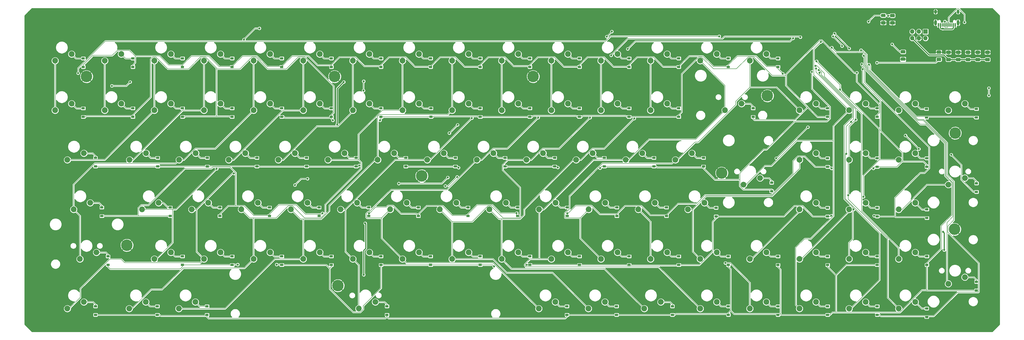
<source format=gbr>
G04 #@! TF.GenerationSoftware,KiCad,Pcbnew,(5.1.4)-1*
G04 #@! TF.CreationDate,2023-02-23T21:23:11+01:00*
G04 #@! TF.ProjectId,pcb,7063622e-6b69-4636-9164-5f7063625858,1.0*
G04 #@! TF.SameCoordinates,Original*
G04 #@! TF.FileFunction,Copper,L2,Bot*
G04 #@! TF.FilePolarity,Positive*
%FSLAX46Y46*%
G04 Gerber Fmt 4.6, Leading zero omitted, Abs format (unit mm)*
G04 Created by KiCad (PCBNEW (5.1.4)-1) date 2023-02-23 21:23:11*
%MOMM*%
%LPD*%
G04 APERTURE LIST*
%ADD10C,2.200000*%
%ADD11C,4.400000*%
%ADD12C,0.700000*%
%ADD13C,0.100000*%
%ADD14C,1.250000*%
%ADD15R,1.200000X0.900000*%
%ADD16R,1.700000X1.700000*%
%ADD17O,1.700000X1.700000*%
%ADD18O,1.000000X1.600000*%
%ADD19O,1.000000X2.100000*%
%ADD20R,0.300000X1.450000*%
%ADD21R,0.600000X1.450000*%
%ADD22C,0.800000*%
%ADD23C,0.400000*%
%ADD24C,0.150000*%
%ADD25C,0.254000*%
G04 APERTURE END LIST*
D10*
X263970000Y-194183000D03*
X257620000Y-196723000D03*
X230568000Y-156083000D03*
X224218000Y-158623000D03*
X40068500Y-156083000D03*
X33718500Y-158623000D03*
X325818000Y-156083000D03*
X319468000Y-158623000D03*
D11*
X307150000Y-153035000D03*
D12*
X308800000Y-153035000D03*
X308316726Y-154201726D03*
X307150000Y-154685000D03*
X305983274Y-154201726D03*
X305500000Y-153035000D03*
X305983274Y-151868274D03*
X307150000Y-151385000D03*
X308316726Y-151868274D03*
D10*
X225870000Y-194183000D03*
X219520000Y-196723000D03*
X187770000Y-194183000D03*
X181420000Y-196723000D03*
X376618000Y-225298000D03*
X382968000Y-222758000D03*
X382968000Y-184658000D03*
X376618000Y-187198000D03*
D13*
G36*
X359869504Y-138317204D02*
G01*
X359893773Y-138320804D01*
X359917571Y-138326765D01*
X359940671Y-138335030D01*
X359962849Y-138345520D01*
X359983893Y-138358133D01*
X360003598Y-138372747D01*
X360021777Y-138389223D01*
X360038253Y-138407402D01*
X360052867Y-138427107D01*
X360065480Y-138448151D01*
X360075970Y-138470329D01*
X360084235Y-138493429D01*
X360090196Y-138517227D01*
X360093796Y-138541496D01*
X360095000Y-138566000D01*
X360095000Y-139316000D01*
X360093796Y-139340504D01*
X360090196Y-139364773D01*
X360084235Y-139388571D01*
X360075970Y-139411671D01*
X360065480Y-139433849D01*
X360052867Y-139454893D01*
X360038253Y-139474598D01*
X360021777Y-139492777D01*
X360003598Y-139509253D01*
X359983893Y-139523867D01*
X359962849Y-139536480D01*
X359940671Y-139546970D01*
X359917571Y-139555235D01*
X359893773Y-139561196D01*
X359869504Y-139564796D01*
X359845000Y-139566000D01*
X358595000Y-139566000D01*
X358570496Y-139564796D01*
X358546227Y-139561196D01*
X358522429Y-139555235D01*
X358499329Y-139546970D01*
X358477151Y-139536480D01*
X358456107Y-139523867D01*
X358436402Y-139509253D01*
X358418223Y-139492777D01*
X358401747Y-139474598D01*
X358387133Y-139454893D01*
X358374520Y-139433849D01*
X358364030Y-139411671D01*
X358355765Y-139388571D01*
X358349804Y-139364773D01*
X358346204Y-139340504D01*
X358345000Y-139316000D01*
X358345000Y-138566000D01*
X358346204Y-138541496D01*
X358349804Y-138517227D01*
X358355765Y-138493429D01*
X358364030Y-138470329D01*
X358374520Y-138448151D01*
X358387133Y-138427107D01*
X358401747Y-138407402D01*
X358418223Y-138389223D01*
X358436402Y-138372747D01*
X358456107Y-138358133D01*
X358477151Y-138345520D01*
X358499329Y-138335030D01*
X358522429Y-138326765D01*
X358546227Y-138320804D01*
X358570496Y-138317204D01*
X358595000Y-138316000D01*
X359845000Y-138316000D01*
X359869504Y-138317204D01*
X359869504Y-138317204D01*
G37*
D14*
X359220000Y-138941000D03*
D13*
G36*
X359869504Y-135517204D02*
G01*
X359893773Y-135520804D01*
X359917571Y-135526765D01*
X359940671Y-135535030D01*
X359962849Y-135545520D01*
X359983893Y-135558133D01*
X360003598Y-135572747D01*
X360021777Y-135589223D01*
X360038253Y-135607402D01*
X360052867Y-135627107D01*
X360065480Y-135648151D01*
X360075970Y-135670329D01*
X360084235Y-135693429D01*
X360090196Y-135717227D01*
X360093796Y-135741496D01*
X360095000Y-135766000D01*
X360095000Y-136516000D01*
X360093796Y-136540504D01*
X360090196Y-136564773D01*
X360084235Y-136588571D01*
X360075970Y-136611671D01*
X360065480Y-136633849D01*
X360052867Y-136654893D01*
X360038253Y-136674598D01*
X360021777Y-136692777D01*
X360003598Y-136709253D01*
X359983893Y-136723867D01*
X359962849Y-136736480D01*
X359940671Y-136746970D01*
X359917571Y-136755235D01*
X359893773Y-136761196D01*
X359869504Y-136764796D01*
X359845000Y-136766000D01*
X358595000Y-136766000D01*
X358570496Y-136764796D01*
X358546227Y-136761196D01*
X358522429Y-136755235D01*
X358499329Y-136746970D01*
X358477151Y-136736480D01*
X358456107Y-136723867D01*
X358436402Y-136709253D01*
X358418223Y-136692777D01*
X358401747Y-136674598D01*
X358387133Y-136654893D01*
X358374520Y-136633849D01*
X358364030Y-136611671D01*
X358355765Y-136588571D01*
X358349804Y-136564773D01*
X358346204Y-136540504D01*
X358345000Y-136516000D01*
X358345000Y-135766000D01*
X358346204Y-135741496D01*
X358349804Y-135717227D01*
X358355765Y-135693429D01*
X358364030Y-135670329D01*
X358374520Y-135648151D01*
X358387133Y-135627107D01*
X358401747Y-135607402D01*
X358418223Y-135589223D01*
X358436402Y-135572747D01*
X358456107Y-135558133D01*
X358477151Y-135545520D01*
X358499329Y-135535030D01*
X358522429Y-135526765D01*
X358546227Y-135520804D01*
X358570496Y-135517204D01*
X358595000Y-135516000D01*
X359845000Y-135516000D01*
X359869504Y-135517204D01*
X359869504Y-135517204D01*
G37*
D14*
X359220000Y-136141000D03*
D12*
X62444226Y-209335274D03*
X61277500Y-208852000D03*
X60110774Y-209335274D03*
X59627500Y-210502000D03*
X60110774Y-211668726D03*
X61277500Y-212152000D03*
X62444226Y-211668726D03*
X62927500Y-210502000D03*
D11*
X61277500Y-210502000D03*
D10*
X221044000Y-175133000D03*
X214694000Y-177673000D03*
X325818000Y-175133000D03*
X319468000Y-177673000D03*
X363918000Y-175133000D03*
X357568000Y-177673000D03*
X73469500Y-194183000D03*
X67119500Y-196723000D03*
X201994000Y-175133000D03*
X195644000Y-177673000D03*
X240094000Y-175133000D03*
X233744000Y-177673000D03*
X344868000Y-175133000D03*
X338518000Y-177673000D03*
X111570000Y-194183000D03*
X105220000Y-196723000D03*
X130620000Y-194183000D03*
X124270000Y-196723000D03*
X92519500Y-194183000D03*
X86169500Y-196723000D03*
X168720000Y-194183000D03*
X162370000Y-196723000D03*
X149670000Y-194183000D03*
X143320000Y-196723000D03*
X182944000Y-175133000D03*
X176594000Y-177673000D03*
X163894000Y-175133000D03*
X157544000Y-177673000D03*
X259144000Y-175133000D03*
X252794000Y-177673000D03*
X144844000Y-175133000D03*
X138494000Y-177673000D03*
X278194000Y-175133000D03*
X271844000Y-177673000D03*
X135318000Y-213233000D03*
X128968000Y-215773000D03*
X154368000Y-213233000D03*
X148018000Y-215773000D03*
X211518000Y-213233000D03*
X205168000Y-215773000D03*
X173418000Y-213233000D03*
X167068000Y-215773000D03*
X192468000Y-213233000D03*
X186118000Y-215773000D03*
X230568000Y-213233000D03*
X224218000Y-215773000D03*
X249618000Y-213233000D03*
X243268000Y-215773000D03*
X363918000Y-194183000D03*
X357568000Y-196723000D03*
X344868000Y-194183000D03*
X338518000Y-196723000D03*
X325818000Y-194183000D03*
X319468000Y-196723000D03*
X283020000Y-194183000D03*
X276670000Y-196723000D03*
X116268000Y-213233000D03*
X109918000Y-215773000D03*
X206820000Y-194183000D03*
X200470000Y-196723000D03*
X78168500Y-213233000D03*
X71818500Y-215773000D03*
X244920000Y-194183000D03*
X238570000Y-196723000D03*
X97218500Y-213233000D03*
X90868500Y-215773000D03*
D15*
X349314000Y-180339000D03*
X349314000Y-177039000D03*
X96964500Y-199262000D03*
X96964500Y-195962000D03*
X54038500Y-218058000D03*
X54038500Y-214758000D03*
X154114000Y-199262000D03*
X154114000Y-195962000D03*
X349314000Y-199389000D03*
X349314000Y-196089000D03*
X173164000Y-199262000D03*
X173164000Y-195962000D03*
X368364000Y-200024000D03*
X368364000Y-196724000D03*
X192214000Y-199262000D03*
X192214000Y-195962000D03*
X368364000Y-180339000D03*
X368364000Y-177039000D03*
X387414000Y-189991000D03*
X387414000Y-186691000D03*
X287464000Y-199389000D03*
X287464000Y-196089000D03*
X230314000Y-199262000D03*
X230314000Y-195962000D03*
X249364000Y-199262000D03*
X249364000Y-195962000D03*
X51625500Y-199262000D03*
X51625500Y-195962000D03*
X135064000Y-199262000D03*
X135064000Y-195962000D03*
X77914500Y-199262000D03*
X77914500Y-195962000D03*
X211264000Y-199262000D03*
X211264000Y-195962000D03*
D10*
X344868000Y-156083000D03*
X338518000Y-158623000D03*
X363918000Y-156083000D03*
X357568000Y-158623000D03*
X382968000Y-156083000D03*
X376618000Y-158623000D03*
X135318000Y-156083000D03*
X128968000Y-158623000D03*
X68643500Y-175133000D03*
X62293500Y-177673000D03*
X116268000Y-156083000D03*
X109918000Y-158623000D03*
X87693500Y-175133000D03*
X81343500Y-177673000D03*
X106744000Y-175133000D03*
X100394000Y-177673000D03*
X125794000Y-175133000D03*
X119444000Y-177673000D03*
X192468000Y-156083000D03*
X186118000Y-158623000D03*
X211518000Y-156083000D03*
X205168000Y-158623000D03*
X173418000Y-156083000D03*
X167068000Y-158623000D03*
X97218500Y-156083000D03*
X90868500Y-158623000D03*
X268668000Y-156083000D03*
X262318000Y-158623000D03*
X249618000Y-156083000D03*
X243268000Y-158623000D03*
X154368000Y-156083000D03*
X148018000Y-158623000D03*
D15*
X330264000Y-237235000D03*
X330264000Y-233935000D03*
X196914000Y-161162000D03*
X196914000Y-157862000D03*
X254064000Y-161162000D03*
X254064000Y-157862000D03*
X230188000Y-237235000D03*
X230188000Y-233935000D03*
X139764000Y-218058000D03*
X139764000Y-214758000D03*
X177990000Y-161162000D03*
X177990000Y-157862000D03*
X270700000Y-237235000D03*
X270700000Y-233935000D03*
X249238000Y-237235000D03*
X249238000Y-233935000D03*
X273114000Y-218058000D03*
X273114000Y-214758000D03*
X235014000Y-161162000D03*
X235014000Y-157862000D03*
X301688000Y-161162000D03*
X301688000Y-157862000D03*
X63563500Y-161163000D03*
X63563500Y-157863000D03*
X158814000Y-161162000D03*
X158814000Y-157862000D03*
X349314000Y-161162000D03*
X349314000Y-157862000D03*
X120714000Y-161162000D03*
X120714000Y-157862000D03*
X82613500Y-161162000D03*
X82613500Y-157862000D03*
X292164000Y-237235000D03*
X292164000Y-233935000D03*
X139764000Y-161162000D03*
X139764000Y-157862000D03*
X101664000Y-161162000D03*
X101664000Y-157862000D03*
X330264000Y-161162000D03*
X330264000Y-157862000D03*
X311214000Y-237235000D03*
X311214000Y-233935000D03*
X161100000Y-237235000D03*
X161100000Y-233935000D03*
X215964000Y-161162000D03*
X215964000Y-157862000D03*
X273114000Y-161162000D03*
X273114000Y-157862000D03*
X368236000Y-161416000D03*
X368236000Y-158116000D03*
X330264000Y-180339000D03*
X330264000Y-177039000D03*
X387414000Y-161416000D03*
X387414000Y-158116000D03*
X92138500Y-180212000D03*
X92138500Y-176912000D03*
D10*
X344868000Y-232283000D03*
X338518000Y-234823000D03*
D15*
X149288000Y-180212000D03*
X149288000Y-176912000D03*
X263588000Y-180212000D03*
X263588000Y-176912000D03*
D10*
X325818000Y-232283000D03*
X319468000Y-234823000D03*
D15*
X206438000Y-180212000D03*
X206438000Y-176912000D03*
D10*
X363918000Y-213233000D03*
X357568000Y-215773000D03*
X344868000Y-213233000D03*
X338518000Y-215773000D03*
D15*
X244538000Y-180212000D03*
X244538000Y-176912000D03*
D10*
X68516500Y-232283000D03*
X62166500Y-234823000D03*
X287718000Y-232283000D03*
X281368000Y-234823000D03*
X87566500Y-232283000D03*
X81216500Y-234823000D03*
D15*
X225488000Y-180212000D03*
X225488000Y-176912000D03*
X308800000Y-189737000D03*
X308800000Y-186437000D03*
D10*
X268668000Y-213233000D03*
X262318000Y-215773000D03*
D15*
X130238000Y-180212000D03*
X130238000Y-176912000D03*
X368300000Y-234760000D03*
X368300000Y-238060000D03*
X73088500Y-180212000D03*
X73088500Y-176912000D03*
X116014000Y-199262000D03*
X116014000Y-195962000D03*
X187388000Y-180212000D03*
X187388000Y-176912000D03*
D10*
X225742000Y-232283000D03*
X219392000Y-234823000D03*
D15*
X268414000Y-199262000D03*
X268414000Y-195962000D03*
X330264000Y-199389000D03*
X330264000Y-196089000D03*
X168338000Y-180212000D03*
X168338000Y-176912000D03*
D10*
X306768000Y-213233000D03*
X300418000Y-215773000D03*
X306768000Y-232283000D03*
X300418000Y-234823000D03*
X287718000Y-213233000D03*
X281368000Y-215773000D03*
D15*
X49212500Y-180212000D03*
X49212500Y-176912000D03*
X111188000Y-180212000D03*
X111188000Y-176912000D03*
D10*
X244792000Y-232283000D03*
X238442000Y-234823000D03*
D15*
X282638000Y-180212000D03*
X282638000Y-176912000D03*
D10*
X325818000Y-213233000D03*
X319468000Y-215773000D03*
D15*
X311214000Y-218058000D03*
X311214000Y-214758000D03*
X120714000Y-218058000D03*
X120714000Y-214758000D03*
X254064000Y-218058000D03*
X254064000Y-214758000D03*
X82613500Y-218058000D03*
X82613500Y-214758000D03*
X177864000Y-218058000D03*
X177864000Y-214758000D03*
X330264000Y-218058000D03*
X330264000Y-214758000D03*
X158814000Y-218058000D03*
X158814000Y-214758000D03*
D10*
X44767500Y-175133000D03*
X38417500Y-177673000D03*
D15*
X101664000Y-218058000D03*
X101664000Y-214758000D03*
D10*
X38417500Y-234823000D03*
X44767500Y-232283000D03*
D15*
X349314000Y-237236000D03*
X349314000Y-233936000D03*
D11*
X289624000Y-182753000D03*
D12*
X291274000Y-182753000D03*
X290790726Y-183919726D03*
X289624000Y-184403000D03*
X288457274Y-183919726D03*
X287974000Y-182753000D03*
X288457274Y-181586274D03*
X289624000Y-181103000D03*
X290790726Y-181586274D03*
D15*
X349314000Y-218058000D03*
X349314000Y-214758000D03*
X49212500Y-237235000D03*
X49212500Y-233935000D03*
X92011500Y-237235000D03*
X92011500Y-233935000D03*
X72961500Y-237235000D03*
X72961500Y-233935000D03*
D11*
X379222000Y-167386000D03*
D12*
X380872000Y-167386000D03*
X380388726Y-168552726D03*
X379222000Y-169036000D03*
X378055274Y-168552726D03*
X377572000Y-167386000D03*
X378055274Y-166219274D03*
X379222000Y-165736000D03*
X380388726Y-166219274D03*
D15*
X235014000Y-218058000D03*
X235014000Y-214758000D03*
X196914000Y-218058000D03*
X196914000Y-214758000D03*
X387414000Y-227837000D03*
X387414000Y-224537000D03*
X368364000Y-218058000D03*
X368364000Y-214758000D03*
X215964000Y-218058000D03*
X215964000Y-214758000D03*
X292164000Y-218059000D03*
X292164000Y-214759000D03*
D11*
X142303500Y-225996500D03*
D12*
X143953500Y-225996500D03*
X143470226Y-227163226D03*
X142303500Y-227646500D03*
X141136774Y-227163226D03*
X140653500Y-225996500D03*
X141136774Y-224829774D03*
X142303500Y-224346500D03*
X143470226Y-224829774D03*
D11*
X379031500Y-204343000D03*
D12*
X380681500Y-204343000D03*
X380198226Y-205509726D03*
X379031500Y-205993000D03*
X377864774Y-205509726D03*
X377381500Y-204343000D03*
X377864774Y-203176274D03*
X379031500Y-202693000D03*
X380198226Y-203176274D03*
D10*
X297244000Y-156083000D03*
X290894000Y-158623000D03*
X43243500Y-215773000D03*
X49593500Y-213233000D03*
D11*
X174472600Y-183819800D03*
D12*
X176122600Y-183819800D03*
X175639326Y-184986526D03*
X174472600Y-185469800D03*
X173305874Y-184986526D03*
X172822600Y-183819800D03*
X173305874Y-182653074D03*
X174472600Y-182169800D03*
X175639326Y-182653074D03*
D10*
X298006000Y-187198000D03*
X304356000Y-184658000D03*
X40830500Y-196723000D03*
X47180500Y-194183000D03*
X150304000Y-234823000D03*
X156654000Y-232283000D03*
X259906000Y-234823000D03*
X266256000Y-232283000D03*
X78168500Y-156083000D03*
X71818500Y-158623000D03*
X59118500Y-156083000D03*
X52768500Y-158623000D03*
X363918000Y-232283000D03*
X357568000Y-234823000D03*
D15*
X44513500Y-161163000D03*
X44513500Y-157863000D03*
D11*
X45783500Y-145669000D03*
D12*
X47433500Y-145669000D03*
X46950226Y-146835726D03*
X45783500Y-147319000D03*
X44616774Y-146835726D03*
X44133500Y-145669000D03*
X44616774Y-144502274D03*
X45783500Y-144019000D03*
X46950226Y-144502274D03*
D15*
X139764000Y-141985000D03*
X139764000Y-138685000D03*
X82613500Y-141985000D03*
X82613500Y-138685000D03*
X120714000Y-141985000D03*
X120714000Y-138685000D03*
X158814000Y-141985000D03*
X158814000Y-138685000D03*
X63563500Y-141986000D03*
X63563500Y-138686000D03*
X292164000Y-141985000D03*
X292164000Y-138685000D03*
X215964000Y-141985000D03*
X215964000Y-138685000D03*
X235014000Y-141985000D03*
X235014000Y-138685000D03*
X196914000Y-141985000D03*
X196914000Y-138685000D03*
X101664000Y-141985000D03*
X101664000Y-138685000D03*
X254064000Y-141985000D03*
X254064000Y-138685000D03*
D10*
X230568000Y-137033000D03*
X224218000Y-139573000D03*
D15*
X177864000Y-141985000D03*
X177864000Y-138685000D03*
X311214000Y-141985000D03*
X311214000Y-138685000D03*
X273114000Y-141985000D03*
X273114000Y-138685000D03*
D10*
X192468000Y-137033000D03*
X186118000Y-139573000D03*
X306768000Y-137033000D03*
X300418000Y-139573000D03*
X135318000Y-137033000D03*
X128968000Y-139573000D03*
X78168500Y-137033000D03*
X71818500Y-139573000D03*
X249618000Y-137033000D03*
X243268000Y-139573000D03*
X154368000Y-137033000D03*
X148018000Y-139573000D03*
X116268000Y-137033000D03*
X109918000Y-139573000D03*
X173418000Y-137033000D03*
X167068000Y-139573000D03*
X268668000Y-137033000D03*
X262318000Y-139573000D03*
X287718000Y-137033000D03*
X281368000Y-139573000D03*
X97218500Y-137033000D03*
X90868500Y-139573000D03*
X211518000Y-137033000D03*
X205168000Y-139573000D03*
X59118500Y-137033000D03*
X52768500Y-139573000D03*
D15*
X44513500Y-138685000D03*
X44513500Y-141985000D03*
D11*
X217234000Y-145669000D03*
D12*
X218884000Y-145669000D03*
X218400726Y-146835726D03*
X217234000Y-147319000D03*
X216067274Y-146835726D03*
X215584000Y-145669000D03*
X216067274Y-144502274D03*
X217234000Y-144019000D03*
X218400726Y-144502274D03*
D11*
X141034000Y-145669000D03*
D12*
X142684000Y-145669000D03*
X142200726Y-146835726D03*
X141034000Y-147319000D03*
X139867274Y-146835726D03*
X139384000Y-145669000D03*
X139867274Y-144502274D03*
X141034000Y-144019000D03*
X142200726Y-144502274D03*
D10*
X40068500Y-137033000D03*
X33718500Y-139573000D03*
D16*
X367856000Y-128397000D03*
D17*
X367856000Y-130937000D03*
X365316000Y-128397000D03*
X365316000Y-130937000D03*
X362776000Y-128397000D03*
X362776000Y-130937000D03*
D18*
X380367000Y-120762000D03*
X371727000Y-120762000D03*
D19*
X371727000Y-124942000D03*
X380367000Y-124942000D03*
D20*
X375797000Y-125857000D03*
X377797000Y-125857000D03*
X377297000Y-125857000D03*
X376797000Y-125857000D03*
X376297000Y-125857000D03*
X375297000Y-125857000D03*
X374797000Y-125857000D03*
X374297000Y-125857000D03*
D21*
X379297000Y-125857000D03*
X378497000Y-125857000D03*
X373597000Y-125857000D03*
X372797000Y-125857000D03*
X372797000Y-125857000D03*
X373597000Y-125857000D03*
X378497000Y-125857000D03*
X379297000Y-125857000D03*
D13*
G36*
X377331504Y-135708204D02*
G01*
X377355773Y-135711804D01*
X377379571Y-135717765D01*
X377402671Y-135726030D01*
X377424849Y-135736520D01*
X377445893Y-135749133D01*
X377465598Y-135763747D01*
X377483777Y-135780223D01*
X377500253Y-135798402D01*
X377514867Y-135818107D01*
X377527480Y-135839151D01*
X377537970Y-135861329D01*
X377546235Y-135884429D01*
X377552196Y-135908227D01*
X377555796Y-135932496D01*
X377557000Y-135957000D01*
X377557000Y-136707000D01*
X377555796Y-136731504D01*
X377552196Y-136755773D01*
X377546235Y-136779571D01*
X377537970Y-136802671D01*
X377527480Y-136824849D01*
X377514867Y-136845893D01*
X377500253Y-136865598D01*
X377483777Y-136883777D01*
X377465598Y-136900253D01*
X377445893Y-136914867D01*
X377424849Y-136927480D01*
X377402671Y-136937970D01*
X377379571Y-136946235D01*
X377355773Y-136952196D01*
X377331504Y-136955796D01*
X377307000Y-136957000D01*
X376057000Y-136957000D01*
X376032496Y-136955796D01*
X376008227Y-136952196D01*
X375984429Y-136946235D01*
X375961329Y-136937970D01*
X375939151Y-136927480D01*
X375918107Y-136914867D01*
X375898402Y-136900253D01*
X375880223Y-136883777D01*
X375863747Y-136865598D01*
X375849133Y-136845893D01*
X375836520Y-136824849D01*
X375826030Y-136802671D01*
X375817765Y-136779571D01*
X375811804Y-136755773D01*
X375808204Y-136731504D01*
X375807000Y-136707000D01*
X375807000Y-135957000D01*
X375808204Y-135932496D01*
X375811804Y-135908227D01*
X375817765Y-135884429D01*
X375826030Y-135861329D01*
X375836520Y-135839151D01*
X375849133Y-135818107D01*
X375863747Y-135798402D01*
X375880223Y-135780223D01*
X375898402Y-135763747D01*
X375918107Y-135749133D01*
X375939151Y-135736520D01*
X375961329Y-135726030D01*
X375984429Y-135717765D01*
X376008227Y-135711804D01*
X376032496Y-135708204D01*
X376057000Y-135707000D01*
X377307000Y-135707000D01*
X377331504Y-135708204D01*
X377331504Y-135708204D01*
G37*
D14*
X376682000Y-136332000D03*
D13*
G36*
X377331504Y-138508204D02*
G01*
X377355773Y-138511804D01*
X377379571Y-138517765D01*
X377402671Y-138526030D01*
X377424849Y-138536520D01*
X377445893Y-138549133D01*
X377465598Y-138563747D01*
X377483777Y-138580223D01*
X377500253Y-138598402D01*
X377514867Y-138618107D01*
X377527480Y-138639151D01*
X377537970Y-138661329D01*
X377546235Y-138684429D01*
X377552196Y-138708227D01*
X377555796Y-138732496D01*
X377557000Y-138757000D01*
X377557000Y-139507000D01*
X377555796Y-139531504D01*
X377552196Y-139555773D01*
X377546235Y-139579571D01*
X377537970Y-139602671D01*
X377527480Y-139624849D01*
X377514867Y-139645893D01*
X377500253Y-139665598D01*
X377483777Y-139683777D01*
X377465598Y-139700253D01*
X377445893Y-139714867D01*
X377424849Y-139727480D01*
X377402671Y-139737970D01*
X377379571Y-139746235D01*
X377355773Y-139752196D01*
X377331504Y-139755796D01*
X377307000Y-139757000D01*
X376057000Y-139757000D01*
X376032496Y-139755796D01*
X376008227Y-139752196D01*
X375984429Y-139746235D01*
X375961329Y-139737970D01*
X375939151Y-139727480D01*
X375918107Y-139714867D01*
X375898402Y-139700253D01*
X375880223Y-139683777D01*
X375863747Y-139665598D01*
X375849133Y-139645893D01*
X375836520Y-139624849D01*
X375826030Y-139602671D01*
X375817765Y-139579571D01*
X375811804Y-139555773D01*
X375808204Y-139531504D01*
X375807000Y-139507000D01*
X375807000Y-138757000D01*
X375808204Y-138732496D01*
X375811804Y-138708227D01*
X375817765Y-138684429D01*
X375826030Y-138661329D01*
X375836520Y-138639151D01*
X375849133Y-138618107D01*
X375863747Y-138598402D01*
X375880223Y-138580223D01*
X375898402Y-138563747D01*
X375918107Y-138549133D01*
X375939151Y-138536520D01*
X375961329Y-138526030D01*
X375984429Y-138517765D01*
X376008227Y-138511804D01*
X376032496Y-138508204D01*
X376057000Y-138507000D01*
X377307000Y-138507000D01*
X377331504Y-138508204D01*
X377331504Y-138508204D01*
G37*
D14*
X376682000Y-139132000D03*
D13*
G36*
X384824504Y-135708204D02*
G01*
X384848773Y-135711804D01*
X384872571Y-135717765D01*
X384895671Y-135726030D01*
X384917849Y-135736520D01*
X384938893Y-135749133D01*
X384958598Y-135763747D01*
X384976777Y-135780223D01*
X384993253Y-135798402D01*
X385007867Y-135818107D01*
X385020480Y-135839151D01*
X385030970Y-135861329D01*
X385039235Y-135884429D01*
X385045196Y-135908227D01*
X385048796Y-135932496D01*
X385050000Y-135957000D01*
X385050000Y-136707000D01*
X385048796Y-136731504D01*
X385045196Y-136755773D01*
X385039235Y-136779571D01*
X385030970Y-136802671D01*
X385020480Y-136824849D01*
X385007867Y-136845893D01*
X384993253Y-136865598D01*
X384976777Y-136883777D01*
X384958598Y-136900253D01*
X384938893Y-136914867D01*
X384917849Y-136927480D01*
X384895671Y-136937970D01*
X384872571Y-136946235D01*
X384848773Y-136952196D01*
X384824504Y-136955796D01*
X384800000Y-136957000D01*
X383550000Y-136957000D01*
X383525496Y-136955796D01*
X383501227Y-136952196D01*
X383477429Y-136946235D01*
X383454329Y-136937970D01*
X383432151Y-136927480D01*
X383411107Y-136914867D01*
X383391402Y-136900253D01*
X383373223Y-136883777D01*
X383356747Y-136865598D01*
X383342133Y-136845893D01*
X383329520Y-136824849D01*
X383319030Y-136802671D01*
X383310765Y-136779571D01*
X383304804Y-136755773D01*
X383301204Y-136731504D01*
X383300000Y-136707000D01*
X383300000Y-135957000D01*
X383301204Y-135932496D01*
X383304804Y-135908227D01*
X383310765Y-135884429D01*
X383319030Y-135861329D01*
X383329520Y-135839151D01*
X383342133Y-135818107D01*
X383356747Y-135798402D01*
X383373223Y-135780223D01*
X383391402Y-135763747D01*
X383411107Y-135749133D01*
X383432151Y-135736520D01*
X383454329Y-135726030D01*
X383477429Y-135717765D01*
X383501227Y-135711804D01*
X383525496Y-135708204D01*
X383550000Y-135707000D01*
X384800000Y-135707000D01*
X384824504Y-135708204D01*
X384824504Y-135708204D01*
G37*
D14*
X384175000Y-136332000D03*
D13*
G36*
X384824504Y-138508204D02*
G01*
X384848773Y-138511804D01*
X384872571Y-138517765D01*
X384895671Y-138526030D01*
X384917849Y-138536520D01*
X384938893Y-138549133D01*
X384958598Y-138563747D01*
X384976777Y-138580223D01*
X384993253Y-138598402D01*
X385007867Y-138618107D01*
X385020480Y-138639151D01*
X385030970Y-138661329D01*
X385039235Y-138684429D01*
X385045196Y-138708227D01*
X385048796Y-138732496D01*
X385050000Y-138757000D01*
X385050000Y-139507000D01*
X385048796Y-139531504D01*
X385045196Y-139555773D01*
X385039235Y-139579571D01*
X385030970Y-139602671D01*
X385020480Y-139624849D01*
X385007867Y-139645893D01*
X384993253Y-139665598D01*
X384976777Y-139683777D01*
X384958598Y-139700253D01*
X384938893Y-139714867D01*
X384917849Y-139727480D01*
X384895671Y-139737970D01*
X384872571Y-139746235D01*
X384848773Y-139752196D01*
X384824504Y-139755796D01*
X384800000Y-139757000D01*
X383550000Y-139757000D01*
X383525496Y-139755796D01*
X383501227Y-139752196D01*
X383477429Y-139746235D01*
X383454329Y-139737970D01*
X383432151Y-139727480D01*
X383411107Y-139714867D01*
X383391402Y-139700253D01*
X383373223Y-139683777D01*
X383356747Y-139665598D01*
X383342133Y-139645893D01*
X383329520Y-139624849D01*
X383319030Y-139602671D01*
X383310765Y-139579571D01*
X383304804Y-139555773D01*
X383301204Y-139531504D01*
X383300000Y-139507000D01*
X383300000Y-138757000D01*
X383301204Y-138732496D01*
X383304804Y-138708227D01*
X383310765Y-138684429D01*
X383319030Y-138661329D01*
X383329520Y-138639151D01*
X383342133Y-138618107D01*
X383356747Y-138598402D01*
X383373223Y-138580223D01*
X383391402Y-138563747D01*
X383411107Y-138549133D01*
X383432151Y-138536520D01*
X383454329Y-138526030D01*
X383477429Y-138517765D01*
X383501227Y-138511804D01*
X383525496Y-138508204D01*
X383550000Y-138507000D01*
X384800000Y-138507000D01*
X384824504Y-138508204D01*
X384824504Y-138508204D01*
G37*
D14*
X384175000Y-139132000D03*
D13*
G36*
X381077504Y-135708204D02*
G01*
X381101773Y-135711804D01*
X381125571Y-135717765D01*
X381148671Y-135726030D01*
X381170849Y-135736520D01*
X381191893Y-135749133D01*
X381211598Y-135763747D01*
X381229777Y-135780223D01*
X381246253Y-135798402D01*
X381260867Y-135818107D01*
X381273480Y-135839151D01*
X381283970Y-135861329D01*
X381292235Y-135884429D01*
X381298196Y-135908227D01*
X381301796Y-135932496D01*
X381303000Y-135957000D01*
X381303000Y-136707000D01*
X381301796Y-136731504D01*
X381298196Y-136755773D01*
X381292235Y-136779571D01*
X381283970Y-136802671D01*
X381273480Y-136824849D01*
X381260867Y-136845893D01*
X381246253Y-136865598D01*
X381229777Y-136883777D01*
X381211598Y-136900253D01*
X381191893Y-136914867D01*
X381170849Y-136927480D01*
X381148671Y-136937970D01*
X381125571Y-136946235D01*
X381101773Y-136952196D01*
X381077504Y-136955796D01*
X381053000Y-136957000D01*
X379803000Y-136957000D01*
X379778496Y-136955796D01*
X379754227Y-136952196D01*
X379730429Y-136946235D01*
X379707329Y-136937970D01*
X379685151Y-136927480D01*
X379664107Y-136914867D01*
X379644402Y-136900253D01*
X379626223Y-136883777D01*
X379609747Y-136865598D01*
X379595133Y-136845893D01*
X379582520Y-136824849D01*
X379572030Y-136802671D01*
X379563765Y-136779571D01*
X379557804Y-136755773D01*
X379554204Y-136731504D01*
X379553000Y-136707000D01*
X379553000Y-135957000D01*
X379554204Y-135932496D01*
X379557804Y-135908227D01*
X379563765Y-135884429D01*
X379572030Y-135861329D01*
X379582520Y-135839151D01*
X379595133Y-135818107D01*
X379609747Y-135798402D01*
X379626223Y-135780223D01*
X379644402Y-135763747D01*
X379664107Y-135749133D01*
X379685151Y-135736520D01*
X379707329Y-135726030D01*
X379730429Y-135717765D01*
X379754227Y-135711804D01*
X379778496Y-135708204D01*
X379803000Y-135707000D01*
X381053000Y-135707000D01*
X381077504Y-135708204D01*
X381077504Y-135708204D01*
G37*
D14*
X380428000Y-136332000D03*
D13*
G36*
X381077504Y-138508204D02*
G01*
X381101773Y-138511804D01*
X381125571Y-138517765D01*
X381148671Y-138526030D01*
X381170849Y-138536520D01*
X381191893Y-138549133D01*
X381211598Y-138563747D01*
X381229777Y-138580223D01*
X381246253Y-138598402D01*
X381260867Y-138618107D01*
X381273480Y-138639151D01*
X381283970Y-138661329D01*
X381292235Y-138684429D01*
X381298196Y-138708227D01*
X381301796Y-138732496D01*
X381303000Y-138757000D01*
X381303000Y-139507000D01*
X381301796Y-139531504D01*
X381298196Y-139555773D01*
X381292235Y-139579571D01*
X381283970Y-139602671D01*
X381273480Y-139624849D01*
X381260867Y-139645893D01*
X381246253Y-139665598D01*
X381229777Y-139683777D01*
X381211598Y-139700253D01*
X381191893Y-139714867D01*
X381170849Y-139727480D01*
X381148671Y-139737970D01*
X381125571Y-139746235D01*
X381101773Y-139752196D01*
X381077504Y-139755796D01*
X381053000Y-139757000D01*
X379803000Y-139757000D01*
X379778496Y-139755796D01*
X379754227Y-139752196D01*
X379730429Y-139746235D01*
X379707329Y-139737970D01*
X379685151Y-139727480D01*
X379664107Y-139714867D01*
X379644402Y-139700253D01*
X379626223Y-139683777D01*
X379609747Y-139665598D01*
X379595133Y-139645893D01*
X379582520Y-139624849D01*
X379572030Y-139602671D01*
X379563765Y-139579571D01*
X379557804Y-139555773D01*
X379554204Y-139531504D01*
X379553000Y-139507000D01*
X379553000Y-138757000D01*
X379554204Y-138732496D01*
X379557804Y-138708227D01*
X379563765Y-138684429D01*
X379572030Y-138661329D01*
X379582520Y-138639151D01*
X379595133Y-138618107D01*
X379609747Y-138598402D01*
X379626223Y-138580223D01*
X379644402Y-138563747D01*
X379664107Y-138549133D01*
X379685151Y-138536520D01*
X379707329Y-138526030D01*
X379730429Y-138517765D01*
X379754227Y-138511804D01*
X379778496Y-138508204D01*
X379803000Y-138507000D01*
X381053000Y-138507000D01*
X381077504Y-138508204D01*
X381077504Y-138508204D01*
G37*
D14*
X380428000Y-139132000D03*
D13*
G36*
X392317504Y-138508204D02*
G01*
X392341773Y-138511804D01*
X392365571Y-138517765D01*
X392388671Y-138526030D01*
X392410849Y-138536520D01*
X392431893Y-138549133D01*
X392451598Y-138563747D01*
X392469777Y-138580223D01*
X392486253Y-138598402D01*
X392500867Y-138618107D01*
X392513480Y-138639151D01*
X392523970Y-138661329D01*
X392532235Y-138684429D01*
X392538196Y-138708227D01*
X392541796Y-138732496D01*
X392543000Y-138757000D01*
X392543000Y-139507000D01*
X392541796Y-139531504D01*
X392538196Y-139555773D01*
X392532235Y-139579571D01*
X392523970Y-139602671D01*
X392513480Y-139624849D01*
X392500867Y-139645893D01*
X392486253Y-139665598D01*
X392469777Y-139683777D01*
X392451598Y-139700253D01*
X392431893Y-139714867D01*
X392410849Y-139727480D01*
X392388671Y-139737970D01*
X392365571Y-139746235D01*
X392341773Y-139752196D01*
X392317504Y-139755796D01*
X392293000Y-139757000D01*
X391043000Y-139757000D01*
X391018496Y-139755796D01*
X390994227Y-139752196D01*
X390970429Y-139746235D01*
X390947329Y-139737970D01*
X390925151Y-139727480D01*
X390904107Y-139714867D01*
X390884402Y-139700253D01*
X390866223Y-139683777D01*
X390849747Y-139665598D01*
X390835133Y-139645893D01*
X390822520Y-139624849D01*
X390812030Y-139602671D01*
X390803765Y-139579571D01*
X390797804Y-139555773D01*
X390794204Y-139531504D01*
X390793000Y-139507000D01*
X390793000Y-138757000D01*
X390794204Y-138732496D01*
X390797804Y-138708227D01*
X390803765Y-138684429D01*
X390812030Y-138661329D01*
X390822520Y-138639151D01*
X390835133Y-138618107D01*
X390849747Y-138598402D01*
X390866223Y-138580223D01*
X390884402Y-138563747D01*
X390904107Y-138549133D01*
X390925151Y-138536520D01*
X390947329Y-138526030D01*
X390970429Y-138517765D01*
X390994227Y-138511804D01*
X391018496Y-138508204D01*
X391043000Y-138507000D01*
X392293000Y-138507000D01*
X392317504Y-138508204D01*
X392317504Y-138508204D01*
G37*
D14*
X391668000Y-139132000D03*
D13*
G36*
X392317504Y-135708204D02*
G01*
X392341773Y-135711804D01*
X392365571Y-135717765D01*
X392388671Y-135726030D01*
X392410849Y-135736520D01*
X392431893Y-135749133D01*
X392451598Y-135763747D01*
X392469777Y-135780223D01*
X392486253Y-135798402D01*
X392500867Y-135818107D01*
X392513480Y-135839151D01*
X392523970Y-135861329D01*
X392532235Y-135884429D01*
X392538196Y-135908227D01*
X392541796Y-135932496D01*
X392543000Y-135957000D01*
X392543000Y-136707000D01*
X392541796Y-136731504D01*
X392538196Y-136755773D01*
X392532235Y-136779571D01*
X392523970Y-136802671D01*
X392513480Y-136824849D01*
X392500867Y-136845893D01*
X392486253Y-136865598D01*
X392469777Y-136883777D01*
X392451598Y-136900253D01*
X392431893Y-136914867D01*
X392410849Y-136927480D01*
X392388671Y-136937970D01*
X392365571Y-136946235D01*
X392341773Y-136952196D01*
X392317504Y-136955796D01*
X392293000Y-136957000D01*
X391043000Y-136957000D01*
X391018496Y-136955796D01*
X390994227Y-136952196D01*
X390970429Y-136946235D01*
X390947329Y-136937970D01*
X390925151Y-136927480D01*
X390904107Y-136914867D01*
X390884402Y-136900253D01*
X390866223Y-136883777D01*
X390849747Y-136865598D01*
X390835133Y-136845893D01*
X390822520Y-136824849D01*
X390812030Y-136802671D01*
X390803765Y-136779571D01*
X390797804Y-136755773D01*
X390794204Y-136731504D01*
X390793000Y-136707000D01*
X390793000Y-135957000D01*
X390794204Y-135932496D01*
X390797804Y-135908227D01*
X390803765Y-135884429D01*
X390812030Y-135861329D01*
X390822520Y-135839151D01*
X390835133Y-135818107D01*
X390849747Y-135798402D01*
X390866223Y-135780223D01*
X390884402Y-135763747D01*
X390904107Y-135749133D01*
X390925151Y-135736520D01*
X390947329Y-135726030D01*
X390970429Y-135717765D01*
X390994227Y-135711804D01*
X391018496Y-135708204D01*
X391043000Y-135707000D01*
X392293000Y-135707000D01*
X392317504Y-135708204D01*
X392317504Y-135708204D01*
G37*
D14*
X391668000Y-136332000D03*
D13*
G36*
X388571504Y-138508204D02*
G01*
X388595773Y-138511804D01*
X388619571Y-138517765D01*
X388642671Y-138526030D01*
X388664849Y-138536520D01*
X388685893Y-138549133D01*
X388705598Y-138563747D01*
X388723777Y-138580223D01*
X388740253Y-138598402D01*
X388754867Y-138618107D01*
X388767480Y-138639151D01*
X388777970Y-138661329D01*
X388786235Y-138684429D01*
X388792196Y-138708227D01*
X388795796Y-138732496D01*
X388797000Y-138757000D01*
X388797000Y-139507000D01*
X388795796Y-139531504D01*
X388792196Y-139555773D01*
X388786235Y-139579571D01*
X388777970Y-139602671D01*
X388767480Y-139624849D01*
X388754867Y-139645893D01*
X388740253Y-139665598D01*
X388723777Y-139683777D01*
X388705598Y-139700253D01*
X388685893Y-139714867D01*
X388664849Y-139727480D01*
X388642671Y-139737970D01*
X388619571Y-139746235D01*
X388595773Y-139752196D01*
X388571504Y-139755796D01*
X388547000Y-139757000D01*
X387297000Y-139757000D01*
X387272496Y-139755796D01*
X387248227Y-139752196D01*
X387224429Y-139746235D01*
X387201329Y-139737970D01*
X387179151Y-139727480D01*
X387158107Y-139714867D01*
X387138402Y-139700253D01*
X387120223Y-139683777D01*
X387103747Y-139665598D01*
X387089133Y-139645893D01*
X387076520Y-139624849D01*
X387066030Y-139602671D01*
X387057765Y-139579571D01*
X387051804Y-139555773D01*
X387048204Y-139531504D01*
X387047000Y-139507000D01*
X387047000Y-138757000D01*
X387048204Y-138732496D01*
X387051804Y-138708227D01*
X387057765Y-138684429D01*
X387066030Y-138661329D01*
X387076520Y-138639151D01*
X387089133Y-138618107D01*
X387103747Y-138598402D01*
X387120223Y-138580223D01*
X387138402Y-138563747D01*
X387158107Y-138549133D01*
X387179151Y-138536520D01*
X387201329Y-138526030D01*
X387224429Y-138517765D01*
X387248227Y-138511804D01*
X387272496Y-138508204D01*
X387297000Y-138507000D01*
X388547000Y-138507000D01*
X388571504Y-138508204D01*
X388571504Y-138508204D01*
G37*
D14*
X387922000Y-139132000D03*
D13*
G36*
X388571504Y-135708204D02*
G01*
X388595773Y-135711804D01*
X388619571Y-135717765D01*
X388642671Y-135726030D01*
X388664849Y-135736520D01*
X388685893Y-135749133D01*
X388705598Y-135763747D01*
X388723777Y-135780223D01*
X388740253Y-135798402D01*
X388754867Y-135818107D01*
X388767480Y-135839151D01*
X388777970Y-135861329D01*
X388786235Y-135884429D01*
X388792196Y-135908227D01*
X388795796Y-135932496D01*
X388797000Y-135957000D01*
X388797000Y-136707000D01*
X388795796Y-136731504D01*
X388792196Y-136755773D01*
X388786235Y-136779571D01*
X388777970Y-136802671D01*
X388767480Y-136824849D01*
X388754867Y-136845893D01*
X388740253Y-136865598D01*
X388723777Y-136883777D01*
X388705598Y-136900253D01*
X388685893Y-136914867D01*
X388664849Y-136927480D01*
X388642671Y-136937970D01*
X388619571Y-136946235D01*
X388595773Y-136952196D01*
X388571504Y-136955796D01*
X388547000Y-136957000D01*
X387297000Y-136957000D01*
X387272496Y-136955796D01*
X387248227Y-136952196D01*
X387224429Y-136946235D01*
X387201329Y-136937970D01*
X387179151Y-136927480D01*
X387158107Y-136914867D01*
X387138402Y-136900253D01*
X387120223Y-136883777D01*
X387103747Y-136865598D01*
X387089133Y-136845893D01*
X387076520Y-136824849D01*
X387066030Y-136802671D01*
X387057765Y-136779571D01*
X387051804Y-136755773D01*
X387048204Y-136731504D01*
X387047000Y-136707000D01*
X387047000Y-135957000D01*
X387048204Y-135932496D01*
X387051804Y-135908227D01*
X387057765Y-135884429D01*
X387066030Y-135861329D01*
X387076520Y-135839151D01*
X387089133Y-135818107D01*
X387103747Y-135798402D01*
X387120223Y-135780223D01*
X387138402Y-135763747D01*
X387158107Y-135749133D01*
X387179151Y-135736520D01*
X387201329Y-135726030D01*
X387224429Y-135717765D01*
X387248227Y-135711804D01*
X387272496Y-135708204D01*
X387297000Y-135707000D01*
X388547000Y-135707000D01*
X388571504Y-135708204D01*
X388571504Y-135708204D01*
G37*
D14*
X387922000Y-136332000D03*
D13*
G36*
X352312504Y-121562204D02*
G01*
X352336773Y-121565804D01*
X352360571Y-121571765D01*
X352383671Y-121580030D01*
X352405849Y-121590520D01*
X352426893Y-121603133D01*
X352446598Y-121617747D01*
X352464777Y-121634223D01*
X352481253Y-121652402D01*
X352495867Y-121672107D01*
X352508480Y-121693151D01*
X352518970Y-121715329D01*
X352527235Y-121738429D01*
X352533196Y-121762227D01*
X352536796Y-121786496D01*
X352538000Y-121811000D01*
X352538000Y-122561000D01*
X352536796Y-122585504D01*
X352533196Y-122609773D01*
X352527235Y-122633571D01*
X352518970Y-122656671D01*
X352508480Y-122678849D01*
X352495867Y-122699893D01*
X352481253Y-122719598D01*
X352464777Y-122737777D01*
X352446598Y-122754253D01*
X352426893Y-122768867D01*
X352405849Y-122781480D01*
X352383671Y-122791970D01*
X352360571Y-122800235D01*
X352336773Y-122806196D01*
X352312504Y-122809796D01*
X352288000Y-122811000D01*
X351038000Y-122811000D01*
X351013496Y-122809796D01*
X350989227Y-122806196D01*
X350965429Y-122800235D01*
X350942329Y-122791970D01*
X350920151Y-122781480D01*
X350899107Y-122768867D01*
X350879402Y-122754253D01*
X350861223Y-122737777D01*
X350844747Y-122719598D01*
X350830133Y-122699893D01*
X350817520Y-122678849D01*
X350807030Y-122656671D01*
X350798765Y-122633571D01*
X350792804Y-122609773D01*
X350789204Y-122585504D01*
X350788000Y-122561000D01*
X350788000Y-121811000D01*
X350789204Y-121786496D01*
X350792804Y-121762227D01*
X350798765Y-121738429D01*
X350807030Y-121715329D01*
X350817520Y-121693151D01*
X350830133Y-121672107D01*
X350844747Y-121652402D01*
X350861223Y-121634223D01*
X350879402Y-121617747D01*
X350899107Y-121603133D01*
X350920151Y-121590520D01*
X350942329Y-121580030D01*
X350965429Y-121571765D01*
X350989227Y-121565804D01*
X351013496Y-121562204D01*
X351038000Y-121561000D01*
X352288000Y-121561000D01*
X352312504Y-121562204D01*
X352312504Y-121562204D01*
G37*
D14*
X351663000Y-122186000D03*
D13*
G36*
X352312504Y-124362204D02*
G01*
X352336773Y-124365804D01*
X352360571Y-124371765D01*
X352383671Y-124380030D01*
X352405849Y-124390520D01*
X352426893Y-124403133D01*
X352446598Y-124417747D01*
X352464777Y-124434223D01*
X352481253Y-124452402D01*
X352495867Y-124472107D01*
X352508480Y-124493151D01*
X352518970Y-124515329D01*
X352527235Y-124538429D01*
X352533196Y-124562227D01*
X352536796Y-124586496D01*
X352538000Y-124611000D01*
X352538000Y-125361000D01*
X352536796Y-125385504D01*
X352533196Y-125409773D01*
X352527235Y-125433571D01*
X352518970Y-125456671D01*
X352508480Y-125478849D01*
X352495867Y-125499893D01*
X352481253Y-125519598D01*
X352464777Y-125537777D01*
X352446598Y-125554253D01*
X352426893Y-125568867D01*
X352405849Y-125581480D01*
X352383671Y-125591970D01*
X352360571Y-125600235D01*
X352336773Y-125606196D01*
X352312504Y-125609796D01*
X352288000Y-125611000D01*
X351038000Y-125611000D01*
X351013496Y-125609796D01*
X350989227Y-125606196D01*
X350965429Y-125600235D01*
X350942329Y-125591970D01*
X350920151Y-125581480D01*
X350899107Y-125568867D01*
X350879402Y-125554253D01*
X350861223Y-125537777D01*
X350844747Y-125519598D01*
X350830133Y-125499893D01*
X350817520Y-125478849D01*
X350807030Y-125456671D01*
X350798765Y-125433571D01*
X350792804Y-125409773D01*
X350789204Y-125385504D01*
X350788000Y-125361000D01*
X350788000Y-124611000D01*
X350789204Y-124586496D01*
X350792804Y-124562227D01*
X350798765Y-124538429D01*
X350807030Y-124515329D01*
X350817520Y-124493151D01*
X350830133Y-124472107D01*
X350844747Y-124452402D01*
X350861223Y-124434223D01*
X350879402Y-124417747D01*
X350899107Y-124403133D01*
X350920151Y-124390520D01*
X350942329Y-124380030D01*
X350965429Y-124371765D01*
X350989227Y-124365804D01*
X351013496Y-124362204D01*
X351038000Y-124361000D01*
X352288000Y-124361000D01*
X352312504Y-124362204D01*
X352312504Y-124362204D01*
G37*
D14*
X351663000Y-124986000D03*
D13*
G36*
X355804504Y-124410204D02*
G01*
X355828773Y-124413804D01*
X355852571Y-124419765D01*
X355875671Y-124428030D01*
X355897849Y-124438520D01*
X355918893Y-124451133D01*
X355938598Y-124465747D01*
X355956777Y-124482223D01*
X355973253Y-124500402D01*
X355987867Y-124520107D01*
X356000480Y-124541151D01*
X356010970Y-124563329D01*
X356019235Y-124586429D01*
X356025196Y-124610227D01*
X356028796Y-124634496D01*
X356030000Y-124659000D01*
X356030000Y-125409000D01*
X356028796Y-125433504D01*
X356025196Y-125457773D01*
X356019235Y-125481571D01*
X356010970Y-125504671D01*
X356000480Y-125526849D01*
X355987867Y-125547893D01*
X355973253Y-125567598D01*
X355956777Y-125585777D01*
X355938598Y-125602253D01*
X355918893Y-125616867D01*
X355897849Y-125629480D01*
X355875671Y-125639970D01*
X355852571Y-125648235D01*
X355828773Y-125654196D01*
X355804504Y-125657796D01*
X355780000Y-125659000D01*
X354530000Y-125659000D01*
X354505496Y-125657796D01*
X354481227Y-125654196D01*
X354457429Y-125648235D01*
X354434329Y-125639970D01*
X354412151Y-125629480D01*
X354391107Y-125616867D01*
X354371402Y-125602253D01*
X354353223Y-125585777D01*
X354336747Y-125567598D01*
X354322133Y-125547893D01*
X354309520Y-125526849D01*
X354299030Y-125504671D01*
X354290765Y-125481571D01*
X354284804Y-125457773D01*
X354281204Y-125433504D01*
X354280000Y-125409000D01*
X354280000Y-124659000D01*
X354281204Y-124634496D01*
X354284804Y-124610227D01*
X354290765Y-124586429D01*
X354299030Y-124563329D01*
X354309520Y-124541151D01*
X354322133Y-124520107D01*
X354336747Y-124500402D01*
X354353223Y-124482223D01*
X354371402Y-124465747D01*
X354391107Y-124451133D01*
X354412151Y-124438520D01*
X354434329Y-124428030D01*
X354457429Y-124419765D01*
X354481227Y-124413804D01*
X354505496Y-124410204D01*
X354530000Y-124409000D01*
X355780000Y-124409000D01*
X355804504Y-124410204D01*
X355804504Y-124410204D01*
G37*
D14*
X355155000Y-125034000D03*
D13*
G36*
X355804504Y-121610204D02*
G01*
X355828773Y-121613804D01*
X355852571Y-121619765D01*
X355875671Y-121628030D01*
X355897849Y-121638520D01*
X355918893Y-121651133D01*
X355938598Y-121665747D01*
X355956777Y-121682223D01*
X355973253Y-121700402D01*
X355987867Y-121720107D01*
X356000480Y-121741151D01*
X356010970Y-121763329D01*
X356019235Y-121786429D01*
X356025196Y-121810227D01*
X356028796Y-121834496D01*
X356030000Y-121859000D01*
X356030000Y-122609000D01*
X356028796Y-122633504D01*
X356025196Y-122657773D01*
X356019235Y-122681571D01*
X356010970Y-122704671D01*
X356000480Y-122726849D01*
X355987867Y-122747893D01*
X355973253Y-122767598D01*
X355956777Y-122785777D01*
X355938598Y-122802253D01*
X355918893Y-122816867D01*
X355897849Y-122829480D01*
X355875671Y-122839970D01*
X355852571Y-122848235D01*
X355828773Y-122854196D01*
X355804504Y-122857796D01*
X355780000Y-122859000D01*
X354530000Y-122859000D01*
X354505496Y-122857796D01*
X354481227Y-122854196D01*
X354457429Y-122848235D01*
X354434329Y-122839970D01*
X354412151Y-122829480D01*
X354391107Y-122816867D01*
X354371402Y-122802253D01*
X354353223Y-122785777D01*
X354336747Y-122767598D01*
X354322133Y-122747893D01*
X354309520Y-122726849D01*
X354299030Y-122704671D01*
X354290765Y-122681571D01*
X354284804Y-122657773D01*
X354281204Y-122633504D01*
X354280000Y-122609000D01*
X354280000Y-121859000D01*
X354281204Y-121834496D01*
X354284804Y-121810227D01*
X354290765Y-121786429D01*
X354299030Y-121763329D01*
X354309520Y-121741151D01*
X354322133Y-121720107D01*
X354336747Y-121700402D01*
X354353223Y-121682223D01*
X354371402Y-121665747D01*
X354391107Y-121651133D01*
X354412151Y-121638520D01*
X354434329Y-121628030D01*
X354457429Y-121619765D01*
X354481227Y-121613804D01*
X354505496Y-121610204D01*
X354530000Y-121609000D01*
X355780000Y-121609000D01*
X355804504Y-121610204D01*
X355804504Y-121610204D01*
G37*
D14*
X355155000Y-122234000D03*
D13*
G36*
X373648504Y-138472204D02*
G01*
X373672773Y-138475804D01*
X373696571Y-138481765D01*
X373719671Y-138490030D01*
X373741849Y-138500520D01*
X373762893Y-138513133D01*
X373782598Y-138527747D01*
X373800777Y-138544223D01*
X373817253Y-138562402D01*
X373831867Y-138582107D01*
X373844480Y-138603151D01*
X373854970Y-138625329D01*
X373863235Y-138648429D01*
X373869196Y-138672227D01*
X373872796Y-138696496D01*
X373874000Y-138721000D01*
X373874000Y-139471000D01*
X373872796Y-139495504D01*
X373869196Y-139519773D01*
X373863235Y-139543571D01*
X373854970Y-139566671D01*
X373844480Y-139588849D01*
X373831867Y-139609893D01*
X373817253Y-139629598D01*
X373800777Y-139647777D01*
X373782598Y-139664253D01*
X373762893Y-139678867D01*
X373741849Y-139691480D01*
X373719671Y-139701970D01*
X373696571Y-139710235D01*
X373672773Y-139716196D01*
X373648504Y-139719796D01*
X373624000Y-139721000D01*
X372374000Y-139721000D01*
X372349496Y-139719796D01*
X372325227Y-139716196D01*
X372301429Y-139710235D01*
X372278329Y-139701970D01*
X372256151Y-139691480D01*
X372235107Y-139678867D01*
X372215402Y-139664253D01*
X372197223Y-139647777D01*
X372180747Y-139629598D01*
X372166133Y-139609893D01*
X372153520Y-139588849D01*
X372143030Y-139566671D01*
X372134765Y-139543571D01*
X372128804Y-139519773D01*
X372125204Y-139495504D01*
X372124000Y-139471000D01*
X372124000Y-138721000D01*
X372125204Y-138696496D01*
X372128804Y-138672227D01*
X372134765Y-138648429D01*
X372143030Y-138625329D01*
X372153520Y-138603151D01*
X372166133Y-138582107D01*
X372180747Y-138562402D01*
X372197223Y-138544223D01*
X372215402Y-138527747D01*
X372235107Y-138513133D01*
X372256151Y-138500520D01*
X372278329Y-138490030D01*
X372301429Y-138481765D01*
X372325227Y-138475804D01*
X372349496Y-138472204D01*
X372374000Y-138471000D01*
X373624000Y-138471000D01*
X373648504Y-138472204D01*
X373648504Y-138472204D01*
G37*
D14*
X372999000Y-139096000D03*
D13*
G36*
X373648504Y-135672204D02*
G01*
X373672773Y-135675804D01*
X373696571Y-135681765D01*
X373719671Y-135690030D01*
X373741849Y-135700520D01*
X373762893Y-135713133D01*
X373782598Y-135727747D01*
X373800777Y-135744223D01*
X373817253Y-135762402D01*
X373831867Y-135782107D01*
X373844480Y-135803151D01*
X373854970Y-135825329D01*
X373863235Y-135848429D01*
X373869196Y-135872227D01*
X373872796Y-135896496D01*
X373874000Y-135921000D01*
X373874000Y-136671000D01*
X373872796Y-136695504D01*
X373869196Y-136719773D01*
X373863235Y-136743571D01*
X373854970Y-136766671D01*
X373844480Y-136788849D01*
X373831867Y-136809893D01*
X373817253Y-136829598D01*
X373800777Y-136847777D01*
X373782598Y-136864253D01*
X373762893Y-136878867D01*
X373741849Y-136891480D01*
X373719671Y-136901970D01*
X373696571Y-136910235D01*
X373672773Y-136916196D01*
X373648504Y-136919796D01*
X373624000Y-136921000D01*
X372374000Y-136921000D01*
X372349496Y-136919796D01*
X372325227Y-136916196D01*
X372301429Y-136910235D01*
X372278329Y-136901970D01*
X372256151Y-136891480D01*
X372235107Y-136878867D01*
X372215402Y-136864253D01*
X372197223Y-136847777D01*
X372180747Y-136829598D01*
X372166133Y-136809893D01*
X372153520Y-136788849D01*
X372143030Y-136766671D01*
X372134765Y-136743571D01*
X372128804Y-136719773D01*
X372125204Y-136695504D01*
X372124000Y-136671000D01*
X372124000Y-135921000D01*
X372125204Y-135896496D01*
X372128804Y-135872227D01*
X372134765Y-135848429D01*
X372143030Y-135825329D01*
X372153520Y-135803151D01*
X372166133Y-135782107D01*
X372180747Y-135762402D01*
X372197223Y-135744223D01*
X372215402Y-135727747D01*
X372235107Y-135713133D01*
X372256151Y-135700520D01*
X372278329Y-135690030D01*
X372301429Y-135681765D01*
X372325227Y-135675804D01*
X372349496Y-135672204D01*
X372374000Y-135671000D01*
X373624000Y-135671000D01*
X373648504Y-135672204D01*
X373648504Y-135672204D01*
G37*
D14*
X372999000Y-136296000D03*
D22*
X64960500Y-187896500D03*
X384365500Y-149288500D03*
X217678000Y-130111500D03*
X217487500Y-135445500D03*
X236410500Y-129984500D03*
X274193000Y-128968500D03*
X274447000Y-134874000D03*
X159766000Y-150241000D03*
X160020000Y-146748500D03*
X156781500Y-143954500D03*
X121793000Y-146177000D03*
X235140500Y-144716500D03*
X250825000Y-187325000D03*
X250761500Y-191389000D03*
X75501500Y-186055000D03*
X80518000Y-186880500D03*
X55689500Y-184785000D03*
X226669600Y-168198800D03*
X207619600Y-164338000D03*
X211277200Y-158851600D03*
X211074000Y-162204400D03*
X264769600Y-168656000D03*
X264769600Y-172313600D03*
X257149600Y-177596800D03*
X250240800Y-181660800D03*
X300837600Y-166522400D03*
X96418400Y-222199200D03*
X246735600Y-186994800D03*
X246786400Y-190246000D03*
X235153200Y-186080400D03*
X117398800Y-186842400D03*
X99212400Y-187655200D03*
X98298000Y-184810400D03*
X101803200Y-185420000D03*
X111150400Y-190754000D03*
X314756800Y-219354400D03*
X307695600Y-219659200D03*
X298246800Y-219303600D03*
X289407600Y-219405200D03*
X277672800Y-219659200D03*
X272135600Y-219760800D03*
X256438400Y-219913200D03*
X249986800Y-220014800D03*
X232054400Y-220878400D03*
X210870800Y-222605600D03*
X292252400Y-189484000D03*
X298958000Y-194056000D03*
X213410800Y-183083200D03*
X219760800Y-185674000D03*
X217170000Y-187553600D03*
X326491600Y-181356000D03*
X327355200Y-187299600D03*
X350774000Y-187452000D03*
X102717600Y-151384000D03*
X136194800Y-153111200D03*
X178663600Y-151485600D03*
X161645600Y-207111600D03*
X157937200Y-210058000D03*
X194462400Y-191363600D03*
X153416000Y-172110400D03*
X93522800Y-149961600D03*
X216154000Y-208838800D03*
X233527600Y-208788000D03*
X348691200Y-229108000D03*
X336143600Y-229158800D03*
X366928400Y-230124000D03*
X371246400Y-224282000D03*
X328726800Y-205333600D03*
X369722400Y-185166000D03*
X310388000Y-181610000D03*
X316128400Y-175717200D03*
X347268800Y-172669200D03*
X354025200Y-173380400D03*
X341477600Y-176987200D03*
X345694000Y-178460400D03*
X329641200Y-168402000D03*
X313385200Y-172313600D03*
X356412800Y-170332400D03*
X340715600Y-169316400D03*
X322427600Y-160578800D03*
X326847200Y-159156400D03*
X347726000Y-155905200D03*
X352653600Y-154178000D03*
X312877200Y-149961600D03*
X364490000Y-137566400D03*
X312724800Y-133959600D03*
X292608000Y-133654800D03*
X346100400Y-190195200D03*
X236575600Y-187858400D03*
X369620800Y-146608800D03*
X369417600Y-143002000D03*
X369722400Y-149453600D03*
X337972400Y-138938000D03*
X333603600Y-141173200D03*
X346303600Y-132740400D03*
X351840800Y-127812800D03*
X355955600Y-128676400D03*
X339344000Y-127457200D03*
X354025200Y-138277600D03*
X348589600Y-137160000D03*
X311048400Y-146456400D03*
X315112400Y-157886400D03*
X260451600Y-187350400D03*
X312420000Y-128066800D03*
X341663300Y-136951400D03*
X365913600Y-164979500D03*
X141994300Y-164076800D03*
X144519000Y-147738100D03*
X375005900Y-212305600D03*
X374643000Y-205360900D03*
X152208500Y-221812800D03*
X152733400Y-202049200D03*
X345969300Y-124532700D03*
X353563500Y-122314400D03*
X313071600Y-144567900D03*
X112134700Y-127144000D03*
X106207700Y-131388700D03*
X247431400Y-128386500D03*
X245506700Y-130311200D03*
X42547300Y-144387400D03*
X288651200Y-130188000D03*
X341478900Y-144215700D03*
X140349600Y-162472900D03*
X158443400Y-162472900D03*
X152156600Y-147462800D03*
X152099200Y-151064500D03*
X324245400Y-143874300D03*
X346151900Y-141039600D03*
X150509300Y-179801200D03*
X226688400Y-180600500D03*
X242908800Y-180860000D03*
X188592100Y-180669600D03*
X185066000Y-167365400D03*
X188214400Y-164217000D03*
X310547000Y-177036700D03*
X322677400Y-165088000D03*
X343738300Y-142870500D03*
X331734500Y-180934200D03*
X136325000Y-198198600D03*
X154238600Y-198198600D03*
X230314000Y-198199900D03*
X210890400Y-198134000D03*
X377733300Y-175706700D03*
X347838400Y-180934200D03*
X360162300Y-168293300D03*
X365331600Y-173462600D03*
X130614600Y-184913300D03*
X125751200Y-187338000D03*
X184424600Y-184447100D03*
X165655000Y-186756100D03*
X183509400Y-187690200D03*
X188048900Y-184214400D03*
X103819500Y-217907800D03*
X118731800Y-217907800D03*
X343400000Y-140872000D03*
X331690800Y-199122300D03*
X348096500Y-199122300D03*
X214753500Y-218028600D03*
X202231300Y-218645700D03*
X344100600Y-137634600D03*
X343078300Y-135528100D03*
X374494500Y-127266700D03*
X375297000Y-124515200D03*
X382823500Y-124828700D03*
X392176000Y-150111000D03*
X392176000Y-152911000D03*
X327218900Y-144228400D03*
X339264800Y-163045200D03*
X337431700Y-175385400D03*
X338202300Y-191250600D03*
X326818700Y-143188000D03*
X341062200Y-162253100D03*
X326042900Y-139821300D03*
X344034400Y-191884800D03*
X335085000Y-150658700D03*
X340223300Y-196723000D03*
X325868200Y-142614500D03*
X325642600Y-141607400D03*
X331881000Y-134570000D03*
X95752700Y-181125300D03*
X102354000Y-182875300D03*
X193711900Y-161617700D03*
X253513700Y-135063300D03*
X316997800Y-130970100D03*
X219164200Y-161453000D03*
X247164900Y-137507900D03*
X319803800Y-130520000D03*
X239090300Y-161453000D03*
X256033200Y-161799000D03*
X291011600Y-217300600D03*
X327660000Y-132375800D03*
X335800800Y-133968700D03*
X332370800Y-130191000D03*
X338547300Y-134886000D03*
X332948600Y-129163900D03*
X349193300Y-140350100D03*
X355031100Y-133264200D03*
X62528200Y-147757300D03*
X55473500Y-149238000D03*
D23*
X376646000Y-136296000D02*
X376682000Y-136332000D01*
D24*
X341663300Y-136951400D02*
X344075400Y-139363500D01*
X344075400Y-139363500D02*
X344075400Y-141580800D01*
X344075400Y-141580800D02*
X344763900Y-142269300D01*
X344763900Y-142269300D02*
X344763900Y-143829800D01*
X344763900Y-143829800D02*
X365913600Y-164979500D01*
D23*
X144519000Y-147738100D02*
X141994300Y-150262800D01*
X141994300Y-150262800D02*
X141994300Y-164076800D01*
X374643000Y-205360900D02*
X375005900Y-205723800D01*
X375005900Y-205723800D02*
X375005900Y-212305600D01*
X152733400Y-202049200D02*
X152963600Y-202279400D01*
X152963600Y-202279400D02*
X152963600Y-211682200D01*
X152963600Y-211682200D02*
X152208500Y-212437300D01*
X152208500Y-212437300D02*
X152208500Y-221812800D01*
X387922000Y-139132000D02*
X391668000Y-139132000D01*
X376682000Y-139132000D02*
X374895900Y-137345900D01*
X374895900Y-137345900D02*
X369184900Y-137345900D01*
X369184900Y-137345900D02*
X362776000Y-130937000D01*
X380428000Y-139132000D02*
X376682000Y-139132000D01*
X384175000Y-139132000D02*
X387922000Y-139132000D01*
X380428000Y-139132000D02*
X384175000Y-139132000D01*
D24*
X351663000Y-122186000D02*
X348316000Y-122186000D01*
X348316000Y-122186000D02*
X345969300Y-124532700D01*
X355155000Y-122234000D02*
X353643900Y-122234000D01*
X353643900Y-122234000D02*
X353563500Y-122314400D01*
X44513500Y-138685000D02*
X41720500Y-138685000D01*
X41720500Y-138685000D02*
X40068500Y-137033000D01*
X311214000Y-142710300D02*
X313071600Y-144567900D01*
X120714000Y-141855800D02*
X124761700Y-137808100D01*
X124761700Y-137808100D02*
X130987300Y-137808100D01*
X130987300Y-137808100D02*
X134438900Y-141259700D01*
X134438900Y-141259700D02*
X139764000Y-141259700D01*
X101664000Y-141855500D02*
X105686000Y-137833500D01*
X105686000Y-137833500D02*
X111148300Y-137833500D01*
X111148300Y-137833500D02*
X115170600Y-141855800D01*
X115170600Y-141855800D02*
X120714000Y-141855800D01*
X139764000Y-141985000D02*
X139764000Y-141259700D01*
X158814000Y-141622300D02*
X152394200Y-141622300D01*
X152394200Y-141622300D02*
X148959300Y-138187400D01*
X148959300Y-138187400D02*
X142836300Y-138187400D01*
X142836300Y-138187400D02*
X139764000Y-141259700D01*
X158814000Y-141622300D02*
X158814000Y-141259700D01*
X158814000Y-141985000D02*
X158814000Y-141622300D01*
X311214000Y-141985000D02*
X311214000Y-142710300D01*
X64438900Y-137786400D02*
X64438900Y-140385300D01*
X64438900Y-140385300D02*
X63563500Y-141260700D01*
X44513500Y-141259700D02*
X48236200Y-137537000D01*
X48236200Y-137537000D02*
X55704500Y-137537000D01*
X55704500Y-137537000D02*
X57583900Y-135657600D01*
X57583900Y-135657600D02*
X62310100Y-135657600D01*
X62310100Y-135657600D02*
X64438900Y-137786400D01*
X64438900Y-137786400D02*
X73833000Y-137786400D01*
X73833000Y-137786400D02*
X77306300Y-141259700D01*
X77306300Y-141259700D02*
X82613500Y-141259700D01*
X63563500Y-141986000D02*
X63563500Y-141260700D01*
X44513500Y-141985000D02*
X44513500Y-141259700D01*
X82613500Y-141985000D02*
X82613500Y-141259700D01*
X101664000Y-141855500D02*
X96756100Y-141855500D01*
X96756100Y-141855500D02*
X92734100Y-137833500D01*
X92734100Y-137833500D02*
X86039700Y-137833500D01*
X86039700Y-137833500D02*
X82613500Y-141259700D01*
X292164000Y-141259700D02*
X295590200Y-137833500D01*
X295590200Y-137833500D02*
X302831300Y-137833500D01*
X302831300Y-137833500D02*
X306853600Y-141855800D01*
X306853600Y-141855800D02*
X311214000Y-141855800D01*
X292164000Y-141855800D02*
X286449800Y-141855800D01*
X286449800Y-141855800D02*
X282402900Y-137808900D01*
X282402900Y-137808900D02*
X277160900Y-137808900D01*
X277160900Y-137808900D02*
X273114000Y-141855800D01*
X292164000Y-141855800D02*
X292164000Y-141259700D01*
X292164000Y-141985000D02*
X292164000Y-141855800D01*
X196914000Y-141855800D02*
X190875100Y-141855800D01*
X190875100Y-141855800D02*
X187203100Y-138183800D01*
X187203100Y-138183800D02*
X181536000Y-138183800D01*
X181536000Y-138183800D02*
X177864000Y-141855800D01*
X196914000Y-141855800D02*
X196914000Y-141259700D01*
X196914000Y-141985000D02*
X196914000Y-141855800D01*
X177864000Y-141855800D02*
X171825100Y-141855800D01*
X171825100Y-141855800D02*
X168153100Y-138183800D01*
X168153100Y-138183800D02*
X161889900Y-138183800D01*
X161889900Y-138183800D02*
X158814000Y-141259700D01*
X177864000Y-141985000D02*
X177864000Y-141855800D01*
X120714000Y-141985000D02*
X120714000Y-141855800D01*
X101664000Y-141985000D02*
X101664000Y-141855500D01*
X215964000Y-141622300D02*
X209691600Y-141622300D01*
X209691600Y-141622300D02*
X206253100Y-138183800D01*
X206253100Y-138183800D02*
X199989900Y-138183800D01*
X199989900Y-138183800D02*
X196914000Y-141259700D01*
X215964000Y-141622300D02*
X215964000Y-141259700D01*
X215964000Y-141985000D02*
X215964000Y-141622300D01*
X235014000Y-141855800D02*
X228975100Y-141855800D01*
X228975100Y-141855800D02*
X225303100Y-138183800D01*
X225303100Y-138183800D02*
X219039900Y-138183800D01*
X219039900Y-138183800D02*
X215964000Y-141259700D01*
X235014000Y-141855800D02*
X235014000Y-141259700D01*
X235014000Y-141985000D02*
X235014000Y-141855800D01*
X254064000Y-141855800D02*
X248025100Y-141855800D01*
X248025100Y-141855800D02*
X244353100Y-138183800D01*
X244353100Y-138183800D02*
X238089900Y-138183800D01*
X238089900Y-138183800D02*
X235014000Y-141259700D01*
X254064000Y-141855800D02*
X254064000Y-141259700D01*
X254064000Y-141985000D02*
X254064000Y-141855800D01*
X311214000Y-141985000D02*
X311214000Y-141855800D01*
X273114000Y-141855800D02*
X267075100Y-141855800D01*
X267075100Y-141855800D02*
X263403100Y-138183800D01*
X263403100Y-138183800D02*
X257139900Y-138183800D01*
X257139900Y-138183800D02*
X254064000Y-141259700D01*
X273114000Y-141985000D02*
X273114000Y-141855800D01*
X63563500Y-138686000D02*
X60771500Y-138686000D01*
X60771500Y-138686000D02*
X59118500Y-137033000D01*
X82613500Y-138685000D02*
X79820500Y-138685000D01*
X79820500Y-138685000D02*
X78168500Y-137033000D01*
X101664000Y-138685000D02*
X98870500Y-138685000D01*
X98870500Y-138685000D02*
X97218500Y-137033000D01*
X120714000Y-138685000D02*
X117920000Y-138685000D01*
X117920000Y-138685000D02*
X116268000Y-137033000D01*
X139764000Y-138685000D02*
X136970000Y-138685000D01*
X136970000Y-138685000D02*
X135318000Y-137033000D01*
X158814000Y-138685000D02*
X156020000Y-138685000D01*
X156020000Y-138685000D02*
X154368000Y-137033000D01*
X177864000Y-138685000D02*
X175070000Y-138685000D01*
X175070000Y-138685000D02*
X173418000Y-137033000D01*
X196914000Y-138685000D02*
X194120000Y-138685000D01*
X194120000Y-138685000D02*
X192468000Y-137033000D01*
X215964000Y-138685000D02*
X213170000Y-138685000D01*
X213170000Y-138685000D02*
X211518000Y-137033000D01*
X235014000Y-138685000D02*
X232220000Y-138685000D01*
X232220000Y-138685000D02*
X230568000Y-137033000D01*
X254064000Y-138685000D02*
X251270000Y-138685000D01*
X251270000Y-138685000D02*
X249618000Y-137033000D01*
X273114000Y-138685000D02*
X270320000Y-138685000D01*
X270320000Y-138685000D02*
X268668000Y-137033000D01*
X292164000Y-138685000D02*
X289370000Y-138685000D01*
X289370000Y-138685000D02*
X287718000Y-137033000D01*
X311214000Y-138685000D02*
X308420000Y-138685000D01*
X308420000Y-138685000D02*
X306768000Y-137033000D01*
X106207700Y-131388700D02*
X110452400Y-127144000D01*
X110452400Y-127144000D02*
X112134700Y-127144000D01*
X245506700Y-130311200D02*
X247431400Y-128386500D01*
X42547300Y-144387400D02*
X42547300Y-142508100D01*
X42547300Y-142508100D02*
X52978900Y-132076500D01*
X52978900Y-132076500D02*
X245075200Y-132076500D01*
X245075200Y-132076500D02*
X246963700Y-130188000D01*
X246963700Y-130188000D02*
X288651200Y-130188000D01*
X82613500Y-157862000D02*
X79947500Y-157862000D01*
X79947500Y-157862000D02*
X78168500Y-156083000D01*
X314292300Y-145248000D02*
X314292300Y-144754100D01*
X314292300Y-144754100D02*
X327387900Y-131658500D01*
X327387900Y-131658500D02*
X327950000Y-131658500D01*
X327950000Y-131658500D02*
X340507200Y-144215700D01*
X340507200Y-144215700D02*
X341478900Y-144215700D01*
X322627400Y-157446800D02*
X314292300Y-149111700D01*
X314292300Y-149111700D02*
X314292300Y-145248000D01*
X314292300Y-145248000D02*
X308993700Y-145248000D01*
X308993700Y-145248000D02*
X301929500Y-138183800D01*
X301929500Y-138183800D02*
X299841400Y-138183800D01*
X299841400Y-138183800D02*
X295314800Y-142710400D01*
X295314800Y-142710400D02*
X286467500Y-142710400D01*
X286467500Y-142710400D02*
X281934900Y-138177800D01*
X281934900Y-138177800D02*
X280818100Y-138177800D01*
X280818100Y-138177800D02*
X274277600Y-144718300D01*
X274277600Y-144718300D02*
X274277600Y-159273100D01*
X274277600Y-159273100D02*
X273114000Y-160436700D01*
X349314000Y-161162000D02*
X349314000Y-160436700D01*
X349314000Y-160436700D02*
X350189400Y-159561300D01*
X350189400Y-159561300D02*
X350189400Y-156389000D01*
X350189400Y-156389000D02*
X341478900Y-147678500D01*
X341478900Y-147678500D02*
X341478900Y-144215700D01*
X177990000Y-161162000D02*
X178865300Y-161162000D01*
X196914000Y-161162000D02*
X196038700Y-161162000D01*
X196038700Y-161162000D02*
X195808800Y-160932100D01*
X195808800Y-160932100D02*
X179095200Y-160932100D01*
X179095200Y-160932100D02*
X178865300Y-161162000D01*
X197351700Y-161162000D02*
X196914000Y-161162000D01*
X322627400Y-157446800D02*
X326342600Y-161162000D01*
X326342600Y-161162000D02*
X330264000Y-161162000D01*
X322627400Y-157446800D02*
X317727000Y-162347200D01*
X317727000Y-162347200D02*
X302147900Y-162347200D01*
X302147900Y-162347200D02*
X301688000Y-161887300D01*
X301688000Y-161162000D02*
X301688000Y-161887300D01*
X197351700Y-161162000D02*
X197789300Y-161162000D01*
X139764000Y-161887300D02*
X140349600Y-162472900D01*
X95686600Y-142754900D02*
X104673300Y-142754900D01*
X104673300Y-142754900D02*
X109244400Y-138183800D01*
X109244400Y-138183800D02*
X110755500Y-138183800D01*
X110755500Y-138183800D02*
X115335100Y-142763400D01*
X115335100Y-142763400D02*
X122498400Y-142763400D01*
X122498400Y-142763400D02*
X127078000Y-138183800D01*
X127078000Y-138183800D02*
X129540700Y-138183800D01*
X129540700Y-138183800D02*
X140639400Y-149282500D01*
X140639400Y-149282500D02*
X140639400Y-159561300D01*
X140639400Y-159561300D02*
X139764000Y-160436700D01*
X273114000Y-161162000D02*
X272238700Y-161162000D01*
X272238700Y-161162000D02*
X272200400Y-161123700D01*
X272200400Y-161123700D02*
X254977600Y-161123700D01*
X254977600Y-161123700D02*
X254939300Y-161162000D01*
X253188700Y-161162000D02*
X252804400Y-160777700D01*
X252804400Y-160777700D02*
X236273600Y-160777700D01*
X236273600Y-160777700D02*
X235889300Y-161162000D01*
X234138700Y-161162000D02*
X233754400Y-160777700D01*
X233754400Y-160777700D02*
X217223600Y-160777700D01*
X217223600Y-160777700D02*
X216839300Y-161162000D01*
X215088700Y-161162000D02*
X197789300Y-161162000D01*
X158814000Y-161162000D02*
X158814000Y-162102300D01*
X158814000Y-162102300D02*
X158443400Y-162472900D01*
X139764000Y-161524600D02*
X139764000Y-161887300D01*
X177990000Y-161162000D02*
X158814000Y-161162000D01*
X120714000Y-161162000D02*
X121589300Y-161162000D01*
X139764000Y-161524600D02*
X121951900Y-161524600D01*
X121951900Y-161524600D02*
X121589300Y-161162000D01*
X139764000Y-161162000D02*
X139764000Y-161524600D01*
X95686600Y-142754900D02*
X95686600Y-160942400D01*
X63563500Y-160437700D02*
X70434100Y-153567100D01*
X70434100Y-153567100D02*
X70434100Y-138979300D01*
X70434100Y-138979300D02*
X71221100Y-138192300D01*
X71221100Y-138192300D02*
X72421000Y-138192300D01*
X72421000Y-138192300D02*
X76964900Y-142736200D01*
X76964900Y-142736200D02*
X84924100Y-142736200D01*
X84924100Y-142736200D02*
X89476400Y-138183900D01*
X89476400Y-138183900D02*
X91441400Y-138183900D01*
X91441400Y-138183900D02*
X95686600Y-142429100D01*
X95686600Y-142429100D02*
X95686600Y-142754900D01*
X139764000Y-161162000D02*
X139764000Y-160436700D01*
X44513500Y-161163000D02*
X45388800Y-161163000D01*
X63563500Y-160800300D02*
X45751500Y-160800300D01*
X45751500Y-160800300D02*
X45388800Y-161163000D01*
X63563500Y-160800300D02*
X63563500Y-160437700D01*
X63563500Y-161163000D02*
X63563500Y-160800300D01*
X273114000Y-161162000D02*
X273114000Y-160436700D01*
X254064000Y-161162000D02*
X254939300Y-161162000D01*
X95686600Y-160942400D02*
X83708400Y-160942400D01*
X83708400Y-160942400D02*
X83488800Y-161162000D01*
X100788700Y-161162000D02*
X100569100Y-160942400D01*
X100569100Y-160942400D02*
X95686600Y-160942400D01*
X215964000Y-161162000D02*
X215088700Y-161162000D01*
X82613500Y-161162000D02*
X83488800Y-161162000D01*
X101664000Y-161162000D02*
X100788700Y-161162000D01*
X235014000Y-161162000D02*
X235889300Y-161162000D01*
X254064000Y-161162000D02*
X253188700Y-161162000D01*
X215964000Y-161162000D02*
X216839300Y-161162000D01*
X235014000Y-161162000D02*
X234138700Y-161162000D01*
X101664000Y-157862000D02*
X98997500Y-157862000D01*
X98997500Y-157862000D02*
X97218500Y-156083000D01*
X120714000Y-157862000D02*
X118047000Y-157862000D01*
X118047000Y-157862000D02*
X116268000Y-156083000D01*
X139764000Y-157862000D02*
X137097000Y-157862000D01*
X137097000Y-157862000D02*
X135318000Y-156083000D01*
X158814000Y-157862000D02*
X156147000Y-157862000D01*
X156147000Y-157862000D02*
X154368000Y-156083000D01*
X177990000Y-157862000D02*
X175197000Y-157862000D01*
X175197000Y-157862000D02*
X173418000Y-156083000D01*
X196914000Y-157862000D02*
X194247000Y-157862000D01*
X194247000Y-157862000D02*
X192468000Y-156083000D01*
X215964000Y-157862000D02*
X213297000Y-157862000D01*
X213297000Y-157862000D02*
X211518000Y-156083000D01*
X235014000Y-157862000D02*
X232347000Y-157862000D01*
X232347000Y-157862000D02*
X230568000Y-156083000D01*
X254064000Y-157862000D02*
X251397000Y-157862000D01*
X251397000Y-157862000D02*
X249618000Y-156083000D01*
X273114000Y-157862000D02*
X270447000Y-157862000D01*
X270447000Y-157862000D02*
X268668000Y-156083000D01*
X301688000Y-157862000D02*
X301688000Y-157136700D01*
X297244000Y-156083000D02*
X300634300Y-156083000D01*
X300634300Y-156083000D02*
X301688000Y-157136700D01*
X330264000Y-157862000D02*
X327597000Y-157862000D01*
X327597000Y-157862000D02*
X325818000Y-156083000D01*
X349314000Y-157862000D02*
X346647000Y-157862000D01*
X346647000Y-157862000D02*
X344868000Y-156083000D01*
X152156600Y-147462800D02*
X152099200Y-147520200D01*
X152099200Y-147520200D02*
X152099200Y-151064500D01*
X49212500Y-176912000D02*
X49212500Y-176186700D01*
X44767500Y-175133000D02*
X48158800Y-175133000D01*
X48158800Y-175133000D02*
X49212500Y-176186700D01*
X368236000Y-161053300D02*
X364365200Y-161053300D01*
X364365200Y-161053300D02*
X346622600Y-143310700D01*
X346622600Y-143310700D02*
X346622600Y-141510300D01*
X346622600Y-141510300D02*
X346151900Y-141039600D01*
X324245400Y-143874300D02*
X324245400Y-150387200D01*
X324245400Y-150387200D02*
X331173400Y-157315200D01*
X331173400Y-157315200D02*
X331173400Y-161715200D01*
X331173400Y-161715200D02*
X330021500Y-162867100D01*
X330021500Y-162867100D02*
X317702500Y-162867100D01*
X317702500Y-162867100D02*
X306892500Y-173677100D01*
X306892500Y-173677100D02*
X305718100Y-173677100D01*
X305718100Y-173677100D02*
X296602900Y-182792300D01*
X296602900Y-182792300D02*
X296602900Y-185286700D01*
X296602900Y-185286700D02*
X286987400Y-185286700D01*
X286987400Y-185286700D02*
X282638000Y-180937300D01*
X308800000Y-189011700D02*
X297846900Y-189011700D01*
X297846900Y-189011700D02*
X296602900Y-187767700D01*
X296602900Y-187767700D02*
X296602900Y-185286700D01*
X263588000Y-180212000D02*
X264463300Y-180212000D01*
X282638000Y-180574600D02*
X264825900Y-180574600D01*
X264825900Y-180574600D02*
X264463300Y-180212000D01*
X282638000Y-180574600D02*
X282638000Y-180937300D01*
X282638000Y-180212000D02*
X282638000Y-180574600D01*
X308800000Y-189737000D02*
X308800000Y-189011700D01*
X111188000Y-180212000D02*
X110312700Y-180212000D01*
X110312700Y-180212000D02*
X110200400Y-180099700D01*
X110200400Y-180099700D02*
X93126100Y-180099700D01*
X93126100Y-180099700D02*
X93013800Y-180212000D01*
X149288000Y-180212000D02*
X150163300Y-180212000D01*
X150509300Y-179801200D02*
X150163300Y-180147200D01*
X150163300Y-180147200D02*
X150163300Y-180212000D01*
X130238000Y-180212000D02*
X111188000Y-180212000D01*
X92138500Y-180212000D02*
X93013800Y-180212000D01*
X244538000Y-180212000D02*
X243556800Y-180212000D01*
X243556800Y-180212000D02*
X242908800Y-180860000D01*
X188263300Y-180212000D02*
X188263300Y-180340800D01*
X188263300Y-180340800D02*
X188592100Y-180669600D01*
X225488000Y-180212000D02*
X226363300Y-180212000D01*
X226688400Y-180600500D02*
X226363300Y-180275400D01*
X226363300Y-180275400D02*
X226363300Y-180212000D01*
X263588000Y-180212000D02*
X244538000Y-180212000D01*
X130238000Y-180212000D02*
X149288000Y-180212000D01*
X187388000Y-180212000D02*
X188263300Y-180212000D01*
X387414000Y-161416000D02*
X386538700Y-161416000D01*
X368236000Y-161053300D02*
X386176000Y-161053300D01*
X386176000Y-161053300D02*
X386538700Y-161416000D01*
X368236000Y-161416000D02*
X368236000Y-161053300D01*
X168338000Y-180212000D02*
X187388000Y-180212000D01*
X49212500Y-180212000D02*
X73088500Y-180212000D01*
X225488000Y-180212000D02*
X206438000Y-180212000D01*
X73088500Y-180212000D02*
X92138500Y-180212000D01*
X73088500Y-176912000D02*
X70422500Y-176912000D01*
X70422500Y-176912000D02*
X68643500Y-175133000D01*
X92138500Y-176912000D02*
X89472500Y-176912000D01*
X89472500Y-176912000D02*
X87693500Y-175133000D01*
X111188000Y-176912000D02*
X108523000Y-176912000D01*
X108523000Y-176912000D02*
X106744000Y-175133000D01*
X130238000Y-176912000D02*
X127573000Y-176912000D01*
X127573000Y-176912000D02*
X125794000Y-175133000D01*
X149288000Y-176912000D02*
X146623000Y-176912000D01*
X146623000Y-176912000D02*
X144844000Y-175133000D01*
X168338000Y-176912000D02*
X165673000Y-176912000D01*
X165673000Y-176912000D02*
X163894000Y-175133000D01*
X187388000Y-176912000D02*
X184723000Y-176912000D01*
X184723000Y-176912000D02*
X182944000Y-175133000D01*
X206438000Y-176912000D02*
X203773000Y-176912000D01*
X203773000Y-176912000D02*
X201994000Y-175133000D01*
X225488000Y-176912000D02*
X222823000Y-176912000D01*
X222823000Y-176912000D02*
X221044000Y-175133000D01*
X244538000Y-176912000D02*
X241873000Y-176912000D01*
X241873000Y-176912000D02*
X240094000Y-175133000D01*
X263588000Y-176912000D02*
X260923000Y-176912000D01*
X260923000Y-176912000D02*
X259144000Y-175133000D01*
X282638000Y-176912000D02*
X279973000Y-176912000D01*
X279973000Y-176912000D02*
X278194000Y-175133000D01*
X308800000Y-186437000D02*
X308800000Y-185711700D01*
X304356000Y-184658000D02*
X307746300Y-184658000D01*
X307746300Y-184658000D02*
X308800000Y-185711700D01*
X188214400Y-164217000D02*
X185066000Y-167365400D01*
X310547000Y-177036700D02*
X310728700Y-177036700D01*
X310728700Y-177036700D02*
X322677400Y-165088000D01*
X368364000Y-177039000D02*
X365824000Y-177039000D01*
X365824000Y-177039000D02*
X363918000Y-175133000D01*
X330264000Y-180339000D02*
X325523500Y-180339000D01*
X325523500Y-180339000D02*
X321480000Y-176295500D01*
X321480000Y-176295500D02*
X318900400Y-176295500D01*
X318900400Y-176295500D02*
X317042000Y-178153900D01*
X317042000Y-178153900D02*
X317042000Y-182934900D01*
X317042000Y-182934900D02*
X308734100Y-191242800D01*
X308734100Y-191242800D02*
X283184100Y-191242800D01*
X283184100Y-191242800D02*
X279913700Y-194513200D01*
X279913700Y-194513200D02*
X272800000Y-194513200D01*
X272800000Y-194513200D02*
X272800000Y-194513300D01*
X272800000Y-194513300D02*
X268414000Y-198899300D01*
X331139300Y-180339000D02*
X331734500Y-180934200D01*
X358943400Y-178251600D02*
X356856000Y-180339000D01*
X356856000Y-180339000D02*
X349314000Y-180339000D01*
X368364000Y-179613700D02*
X367001900Y-178251600D01*
X367001900Y-178251600D02*
X358943400Y-178251600D01*
X343738300Y-142870500D02*
X343738300Y-148017300D01*
X343738300Y-148017300D02*
X350539800Y-154818800D01*
X350539800Y-154818800D02*
X350539800Y-166464800D01*
X350539800Y-166464800D02*
X358943400Y-174868400D01*
X358943400Y-174868400D02*
X358943400Y-178251600D01*
X330264000Y-180339000D02*
X331139300Y-180339000D01*
X368364000Y-180339000D02*
X368364000Y-179613700D01*
X103029300Y-195341900D02*
X103029300Y-182569100D01*
X103029300Y-182569100D02*
X100910200Y-180450000D01*
X100910200Y-180450000D02*
X94246500Y-180450000D01*
X94246500Y-180450000D02*
X93718900Y-180977600D01*
X93718900Y-180977600D02*
X83577600Y-180977600D01*
X83577600Y-180977600D02*
X69515000Y-195040200D01*
X69515000Y-195040200D02*
X66772200Y-195040200D01*
X66772200Y-195040200D02*
X65699000Y-196113400D01*
X65699000Y-196113400D02*
X65699000Y-199210900D01*
X103029300Y-195341900D02*
X100159300Y-195341900D01*
X100159300Y-195341900D02*
X96964500Y-198536700D01*
X116014000Y-199068300D02*
X110039600Y-199068300D01*
X110039600Y-199068300D02*
X106313200Y-195341900D01*
X106313200Y-195341900D02*
X103029300Y-195341900D01*
X65699000Y-199210900D02*
X52551900Y-199210900D01*
X52551900Y-199210900D02*
X52500800Y-199262000D01*
X77914500Y-199210900D02*
X65699000Y-199210900D01*
X96964500Y-199262000D02*
X96964500Y-198536700D01*
X116014000Y-199068300D02*
X116014000Y-198536700D01*
X116014000Y-199262000D02*
X116014000Y-199068300D01*
X192214000Y-199068300D02*
X186239600Y-199068300D01*
X186239600Y-199068300D02*
X182513200Y-195341900D01*
X182513200Y-195341900D02*
X176358800Y-195341900D01*
X176358800Y-195341900D02*
X173164000Y-198536700D01*
X192214000Y-199068300D02*
X192214000Y-198536700D01*
X192214000Y-199262000D02*
X192214000Y-199068300D01*
X173164000Y-199262000D02*
X173164000Y-198536700D01*
X154345400Y-198305300D02*
X156776300Y-195874400D01*
X156776300Y-195874400D02*
X160818400Y-195874400D01*
X160818400Y-195874400D02*
X161386400Y-195306400D01*
X161386400Y-195306400D02*
X163493400Y-195306400D01*
X163493400Y-195306400D02*
X166517600Y-198330600D01*
X166517600Y-198330600D02*
X172232600Y-198330600D01*
X172232600Y-198330600D02*
X172438700Y-198536700D01*
X172438700Y-198536700D02*
X173164000Y-198536700D01*
X154345400Y-198305300D02*
X154238600Y-198198600D01*
X154114000Y-198536700D02*
X154345400Y-198305300D01*
X210890400Y-198134000D02*
X204666100Y-198134000D01*
X204666100Y-198134000D02*
X201522700Y-194990600D01*
X201522700Y-194990600D02*
X195760100Y-194990600D01*
X195760100Y-194990600D02*
X192214000Y-198536700D01*
X211264000Y-199068300D02*
X210890400Y-198694700D01*
X210890400Y-198694700D02*
X210890400Y-198134000D01*
X116014000Y-198536700D02*
X119597000Y-194953700D01*
X119597000Y-194953700D02*
X126245800Y-194953700D01*
X126245800Y-194953700D02*
X129828800Y-198536700D01*
X129828800Y-198536700D02*
X135064000Y-198536700D01*
X135064000Y-198536700D02*
X135986900Y-198536700D01*
X135986900Y-198536700D02*
X136325000Y-198198600D01*
X135064000Y-199262000D02*
X135064000Y-198536700D01*
X387414000Y-189991000D02*
X386300500Y-189991000D01*
X386300500Y-189991000D02*
X381592600Y-185283100D01*
X381592600Y-185283100D02*
X381592600Y-179566000D01*
X381592600Y-179566000D02*
X377733300Y-175706700D01*
X230314000Y-198536700D02*
X230314000Y-198199900D01*
X249364000Y-198495700D02*
X242817000Y-198495700D01*
X242817000Y-198495700D02*
X239643500Y-195322200D01*
X239643500Y-195322200D02*
X233528500Y-195322200D01*
X233528500Y-195322200D02*
X230314000Y-198536700D01*
X268414000Y-198899300D02*
X262270600Y-198899300D01*
X262270600Y-198899300D02*
X258713200Y-195341900D01*
X258713200Y-195341900D02*
X252517800Y-195341900D01*
X252517800Y-195341900D02*
X249364000Y-198495700D01*
X249364000Y-198495700D02*
X249364000Y-199068300D01*
X230314000Y-199262000D02*
X230314000Y-198536700D01*
X154114000Y-199262000D02*
X154114000Y-198536700D01*
X349314000Y-180339000D02*
X348433600Y-180339000D01*
X348433600Y-180339000D02*
X347838400Y-180934200D01*
X268414000Y-199262000D02*
X268414000Y-198899300D01*
X249364000Y-199262000D02*
X249364000Y-199068300D01*
X211264000Y-199262000D02*
X211264000Y-199068300D01*
X51625500Y-199262000D02*
X52500800Y-199262000D01*
X77914500Y-199262000D02*
X77914500Y-199210900D01*
X387414000Y-186691000D02*
X387414000Y-185965700D01*
X382968000Y-184658000D02*
X386106300Y-184658000D01*
X386106300Y-184658000D02*
X387414000Y-185965700D01*
X51625500Y-195962000D02*
X51625500Y-195236700D01*
X47180500Y-194183000D02*
X50571800Y-194183000D01*
X50571800Y-194183000D02*
X51625500Y-195236700D01*
X77914500Y-195962000D02*
X77039200Y-195962000D01*
X77039200Y-195962000D02*
X75260200Y-194183000D01*
X75260200Y-194183000D02*
X73469500Y-194183000D01*
X96964500Y-195962000D02*
X94298500Y-195962000D01*
X94298500Y-195962000D02*
X92519500Y-194183000D01*
X116014000Y-195962000D02*
X113349000Y-195962000D01*
X113349000Y-195962000D02*
X111570000Y-194183000D01*
X135064000Y-195962000D02*
X132399000Y-195962000D01*
X132399000Y-195962000D02*
X130620000Y-194183000D01*
X154114000Y-195962000D02*
X151449000Y-195962000D01*
X151449000Y-195962000D02*
X149670000Y-194183000D01*
X173164000Y-195962000D02*
X170499000Y-195962000D01*
X170499000Y-195962000D02*
X168720000Y-194183000D01*
X192214000Y-195962000D02*
X189549000Y-195962000D01*
X189549000Y-195962000D02*
X187770000Y-194183000D01*
X211264000Y-195962000D02*
X208599000Y-195962000D01*
X208599000Y-195962000D02*
X206820000Y-194183000D01*
X230314000Y-195962000D02*
X227649000Y-195962000D01*
X227649000Y-195962000D02*
X225870000Y-194183000D01*
X249364000Y-195962000D02*
X246699000Y-195962000D01*
X246699000Y-195962000D02*
X244920000Y-194183000D01*
X268414000Y-195962000D02*
X265749000Y-195962000D01*
X265749000Y-195962000D02*
X263970000Y-194183000D01*
X360162300Y-168293300D02*
X365331600Y-173462600D01*
X125751200Y-187338000D02*
X128175900Y-184913300D01*
X128175900Y-184913300D02*
X130614600Y-184913300D01*
X165655000Y-186756100D02*
X182115600Y-186756100D01*
X182115600Y-186756100D02*
X184424600Y-184447100D01*
X188048900Y-184214400D02*
X184573100Y-187690200D01*
X184573100Y-187690200D02*
X183509400Y-187690200D01*
X349314000Y-196089000D02*
X346774000Y-196089000D01*
X346774000Y-196089000D02*
X344868000Y-194183000D01*
X343400000Y-140872000D02*
X343400000Y-141577100D01*
X343400000Y-141577100D02*
X344413600Y-142590700D01*
X344413600Y-142590700D02*
X344413600Y-147876900D01*
X344413600Y-147876900D02*
X369242600Y-172705900D01*
X369242600Y-172705900D02*
X369242600Y-180928600D01*
X369242600Y-180928600D02*
X367488600Y-182682600D01*
X367488600Y-182682600D02*
X365769000Y-182682600D01*
X365769000Y-182682600D02*
X356143900Y-192307700D01*
X356143900Y-192307700D02*
X356143900Y-199389000D01*
X331139300Y-199389000D02*
X331424100Y-199389000D01*
X331424100Y-199389000D02*
X331690800Y-199122300D01*
X120714000Y-218058000D02*
X119838700Y-218058000D01*
X119838700Y-218058000D02*
X119688500Y-217907800D01*
X119688500Y-217907800D02*
X118731800Y-217907800D01*
X139141200Y-219406100D02*
X137793100Y-218058000D01*
X137793100Y-218058000D02*
X120714000Y-218058000D01*
X101664000Y-218058000D02*
X102539300Y-218058000D01*
X103819500Y-217907800D02*
X102689500Y-217907800D01*
X102689500Y-217907800D02*
X102539300Y-218058000D01*
X356143900Y-199389000D02*
X356416200Y-199661300D01*
X356416200Y-199661300D02*
X368364000Y-199661300D01*
X350189300Y-199389000D02*
X356143900Y-199389000D01*
X287464000Y-199389000D02*
X287464000Y-200114300D01*
X287464000Y-200114300D02*
X286203400Y-201374900D01*
X286203400Y-201374900D02*
X286203400Y-212884300D01*
X286203400Y-212884300D02*
X281029700Y-218058000D01*
X281029700Y-218058000D02*
X273114000Y-218058000D01*
X330264000Y-199389000D02*
X324608300Y-199389000D01*
X324608300Y-199389000D02*
X320558100Y-195338800D01*
X320558100Y-195338800D02*
X317562300Y-195338800D01*
X317562300Y-195338800D02*
X313512100Y-199389000D01*
X313512100Y-199389000D02*
X287464000Y-199389000D01*
X177864000Y-218058000D02*
X158814000Y-218058000D01*
X196914000Y-218058000D02*
X177864000Y-218058000D01*
X235014000Y-218058000D02*
X235889300Y-218058000D01*
X254064000Y-218130700D02*
X235962000Y-218130700D01*
X235962000Y-218130700D02*
X235889300Y-218058000D01*
X254064000Y-218130700D02*
X254064000Y-218203500D01*
X254064000Y-218058000D02*
X254064000Y-218130700D01*
X349314000Y-199389000D02*
X350189300Y-199389000D01*
X368364000Y-200024000D02*
X368364000Y-199661300D01*
X349314000Y-199132800D02*
X349303500Y-199122300D01*
X349303500Y-199122300D02*
X348096500Y-199122300D01*
X330264000Y-199389000D02*
X331139300Y-199389000D01*
X349314000Y-199389000D02*
X349314000Y-199132800D01*
X273114000Y-218058000D02*
X272238700Y-218058000D01*
X254064000Y-218203500D02*
X272093200Y-218203500D01*
X272093200Y-218203500D02*
X272238700Y-218058000D01*
X101664000Y-218058000D02*
X83488800Y-218058000D01*
X82613500Y-218058000D02*
X83488800Y-218058000D01*
X196914000Y-218058000D02*
X201643600Y-218058000D01*
X201643600Y-218058000D02*
X202231300Y-218645700D01*
X215964000Y-218058000D02*
X215088700Y-218058000D01*
X214753500Y-218028600D02*
X215059300Y-218028600D01*
X215059300Y-218028600D02*
X215088700Y-218058000D01*
X215964000Y-218058000D02*
X235014000Y-218058000D01*
X139141200Y-219406100D02*
X139764000Y-218783300D01*
X158814000Y-218058000D02*
X158814000Y-226991000D01*
X158814000Y-226991000D02*
X151999200Y-233805800D01*
X151999200Y-233805800D02*
X151999200Y-235136900D01*
X151999200Y-235136900D02*
X150937600Y-236198500D01*
X150937600Y-236198500D02*
X148106200Y-236198500D01*
X148106200Y-236198500D02*
X139141200Y-227233500D01*
X139141200Y-227233500D02*
X139141200Y-219406100D01*
X139764000Y-218058000D02*
X139764000Y-218783300D01*
X54038500Y-218058000D02*
X54038500Y-218783300D01*
X82613500Y-218058000D02*
X82613500Y-218783300D01*
X82613500Y-218783300D02*
X81829400Y-219567400D01*
X81829400Y-219567400D02*
X54822600Y-219567400D01*
X54822600Y-219567400D02*
X54038500Y-218783300D01*
X368364000Y-196724000D02*
X366459000Y-196724000D01*
X366459000Y-196724000D02*
X363918000Y-194183000D01*
X54038500Y-214758000D02*
X54038500Y-214032700D01*
X49593500Y-213233000D02*
X53238800Y-213233000D01*
X53238800Y-213233000D02*
X54038500Y-214032700D01*
X82613500Y-214758000D02*
X79693500Y-214758000D01*
X79693500Y-214758000D02*
X78168500Y-213233000D01*
X101664000Y-214758000D02*
X98743500Y-214758000D01*
X98743500Y-214758000D02*
X97218500Y-213233000D01*
X120714000Y-214758000D02*
X117793000Y-214758000D01*
X117793000Y-214758000D02*
X116268000Y-213233000D01*
X139764000Y-214758000D02*
X136843000Y-214758000D01*
X136843000Y-214758000D02*
X135318000Y-213233000D01*
X158814000Y-214758000D02*
X155893000Y-214758000D01*
X155893000Y-214758000D02*
X154368000Y-213233000D01*
X177864000Y-214758000D02*
X174943000Y-214758000D01*
X174943000Y-214758000D02*
X173418000Y-213233000D01*
X196914000Y-214758000D02*
X193993000Y-214758000D01*
X193993000Y-214758000D02*
X192468000Y-213233000D01*
X215964000Y-214758000D02*
X213043000Y-214758000D01*
X213043000Y-214758000D02*
X211518000Y-213233000D01*
X235014000Y-214758000D02*
X232093000Y-214758000D01*
X232093000Y-214758000D02*
X230568000Y-213233000D01*
X254064000Y-214758000D02*
X251143000Y-214758000D01*
X251143000Y-214758000D02*
X249618000Y-213233000D01*
X273114000Y-214758000D02*
X270193000Y-214758000D01*
X270193000Y-214758000D02*
X268668000Y-213233000D01*
X330264000Y-214758000D02*
X327343000Y-214758000D01*
X327343000Y-214758000D02*
X325818000Y-213233000D01*
X344100600Y-137634600D02*
X344425700Y-137959700D01*
X344425700Y-137959700D02*
X344425700Y-141435600D01*
X344425700Y-141435600D02*
X345225000Y-142234900D01*
X345225000Y-142234900D02*
X345225000Y-143450100D01*
X345225000Y-143450100D02*
X365802800Y-164027900D01*
X365802800Y-164027900D02*
X368001800Y-164027900D01*
X368001800Y-164027900D02*
X375354300Y-171380400D01*
X375354300Y-171380400D02*
X375354300Y-183828400D01*
X375354300Y-183828400D02*
X378009000Y-186483100D01*
X378009000Y-186483100D02*
X378009000Y-198910800D01*
X378009000Y-198910800D02*
X373917900Y-203001900D01*
X373917900Y-203001900D02*
X373917900Y-211778800D01*
X373917900Y-211778800D02*
X368364000Y-217332700D01*
X368364000Y-218058000D02*
X368364000Y-217332700D01*
X333498500Y-236257400D02*
X333498500Y-222017800D01*
X331139300Y-237235000D02*
X332116900Y-236257400D01*
X332116900Y-236257400D02*
X333498500Y-236257400D01*
X368364000Y-227740000D02*
X366496000Y-227740000D01*
X366496000Y-227740000D02*
X361897500Y-232338500D01*
X361897500Y-232338500D02*
X361897500Y-232459300D01*
X361897500Y-232459300D02*
X358099400Y-236257400D01*
X358099400Y-236257400D02*
X333498500Y-236257400D01*
X333498500Y-222017800D02*
X330264000Y-218783300D01*
X349314000Y-218058000D02*
X337458300Y-218058000D01*
X337458300Y-218058000D02*
X333498500Y-222017800D01*
X387414000Y-227837000D02*
X368461000Y-227837000D01*
X368461000Y-227837000D02*
X368364000Y-227740000D01*
X368364000Y-227740000D02*
X368364000Y-218783300D01*
X368364000Y-218058000D02*
X368364000Y-218783300D01*
X330264000Y-237235000D02*
X331139300Y-237235000D01*
X270700000Y-237235000D02*
X271575300Y-237235000D01*
X292164000Y-236872300D02*
X271938000Y-236872300D01*
X271938000Y-236872300D02*
X271575300Y-237235000D01*
X292164000Y-236872300D02*
X292164000Y-236509700D01*
X292164000Y-237235000D02*
X292164000Y-236872300D01*
X330264000Y-218058000D02*
X330264000Y-218783300D01*
X312137700Y-236861000D02*
X312511700Y-237235000D01*
X312511700Y-237235000D02*
X330264000Y-237235000D01*
X312137700Y-236861000D02*
X312126400Y-236872300D01*
X312126400Y-236872300D02*
X311214000Y-236872300D01*
X311214000Y-218783300D02*
X312137700Y-219707000D01*
X312137700Y-219707000D02*
X312137700Y-236861000D01*
X311214000Y-218058000D02*
X311214000Y-218783300D01*
X293071000Y-235602700D02*
X292164000Y-236509700D01*
X292164000Y-218784300D02*
X293071000Y-219691300D01*
X293071000Y-219691300D02*
X293071000Y-235602700D01*
X311214000Y-236872300D02*
X294340600Y-236872300D01*
X294340600Y-236872300D02*
X293071000Y-235602700D01*
X311214000Y-237235000D02*
X311214000Y-236872300D01*
X249238000Y-237235000D02*
X270700000Y-237235000D01*
X292164000Y-218059000D02*
X292164000Y-218784300D01*
X161100000Y-237960300D02*
X161690500Y-238550800D01*
X161690500Y-238550800D02*
X229597500Y-238550800D01*
X229597500Y-238550800D02*
X230188000Y-237960300D01*
X230188000Y-237235000D02*
X230188000Y-237960300D01*
X92011500Y-237960300D02*
X92617000Y-238565800D01*
X92617000Y-238565800D02*
X160494500Y-238565800D01*
X160494500Y-238565800D02*
X161100000Y-237960300D01*
X249238000Y-237235000D02*
X230188000Y-237235000D01*
X72961500Y-237235000D02*
X73836800Y-237235000D01*
X92011500Y-237597600D02*
X74199400Y-237597600D01*
X74199400Y-237597600D02*
X73836800Y-237235000D01*
X92011500Y-237597600D02*
X92011500Y-237960300D01*
X92011500Y-237235000D02*
X92011500Y-237597600D01*
X161100000Y-237235000D02*
X161100000Y-237960300D01*
X72961500Y-237235000D02*
X49212500Y-237235000D01*
X349314000Y-214758000D02*
X346393000Y-214758000D01*
X346393000Y-214758000D02*
X344868000Y-213233000D01*
X368364000Y-214758000D02*
X365443000Y-214758000D01*
X365443000Y-214758000D02*
X363918000Y-213233000D01*
X387414000Y-224537000D02*
X387414000Y-223811700D01*
X382968000Y-222758000D02*
X386360300Y-222758000D01*
X386360300Y-222758000D02*
X387414000Y-223811700D01*
X49212500Y-233935000D02*
X49212500Y-233209700D01*
X44767500Y-232283000D02*
X48285800Y-232283000D01*
X48285800Y-232283000D02*
X49212500Y-233209700D01*
X72961500Y-233935000D02*
X70168500Y-233935000D01*
X70168500Y-233935000D02*
X68516500Y-232283000D01*
X92011500Y-233935000D02*
X89218500Y-233935000D01*
X89218500Y-233935000D02*
X87566500Y-232283000D01*
X161100000Y-233935000D02*
X161100000Y-233209700D01*
X156654000Y-232283000D02*
X160173300Y-232283000D01*
X160173300Y-232283000D02*
X161100000Y-233209700D01*
X230188000Y-233935000D02*
X227394000Y-233935000D01*
X227394000Y-233935000D02*
X225742000Y-232283000D01*
X249238000Y-233935000D02*
X246444000Y-233935000D01*
X246444000Y-233935000D02*
X244792000Y-232283000D01*
X270700000Y-233935000D02*
X270700000Y-233209700D01*
X266256000Y-232283000D02*
X269773300Y-232283000D01*
X269773300Y-232283000D02*
X270700000Y-233209700D01*
X292164000Y-233935000D02*
X289370000Y-233935000D01*
X289370000Y-233935000D02*
X287718000Y-232283000D01*
X311214000Y-233935000D02*
X308420000Y-233935000D01*
X308420000Y-233935000D02*
X306768000Y-232283000D01*
X330264000Y-233935000D02*
X327470000Y-233935000D01*
X327470000Y-233935000D02*
X325818000Y-232283000D01*
X368300000Y-237697300D02*
X371083700Y-237697300D01*
X371083700Y-237697300D02*
X380218600Y-228562400D01*
X380218600Y-228562400D02*
X388164300Y-228562400D01*
X388164300Y-228562400D02*
X388289400Y-228437300D01*
X388289400Y-228437300D02*
X388289400Y-217364700D01*
X388289400Y-217364700D02*
X376460200Y-205535500D01*
X376460200Y-205535500D02*
X376460200Y-203124900D01*
X376460200Y-203124900D02*
X378709800Y-200875300D01*
X378709800Y-200875300D02*
X378709800Y-185945300D01*
X378709800Y-185945300D02*
X376089100Y-183324600D01*
X376089100Y-183324600D02*
X376089100Y-171086500D01*
X376089100Y-171086500D02*
X367144000Y-162141400D01*
X367144000Y-162141400D02*
X364933000Y-162141400D01*
X364933000Y-162141400D02*
X345925600Y-143134000D01*
X345925600Y-143134000D02*
X345925600Y-141842100D01*
X345925600Y-141842100D02*
X345301400Y-141217900D01*
X345301400Y-141217900D02*
X345301400Y-137271800D01*
X345301400Y-137271800D02*
X343557700Y-135528100D01*
X343557700Y-135528100D02*
X343078300Y-135528100D01*
X349314000Y-237236000D02*
X350189300Y-237236000D01*
X368300000Y-237697300D02*
X350650600Y-237697300D01*
X350650600Y-237697300D02*
X350189300Y-237236000D01*
X368300000Y-238060000D02*
X368300000Y-237697300D01*
D23*
X374494500Y-127266700D02*
X373881400Y-127266700D01*
X373881400Y-127266700D02*
X373597000Y-126982300D01*
X378497000Y-126982300D02*
X378137100Y-127342200D01*
X378137100Y-127342200D02*
X374570000Y-127342200D01*
X374570000Y-127342200D02*
X374494500Y-127266700D01*
X373597000Y-125857000D02*
X373597000Y-126982300D01*
X378497000Y-125857000D02*
X378497000Y-126982300D01*
D24*
X375297000Y-125857000D02*
X375297000Y-124515200D01*
X375297000Y-125857000D02*
X375297000Y-126857300D01*
X376297000Y-125857000D02*
X376297000Y-126857300D01*
X376297000Y-126857300D02*
X375297000Y-126857300D01*
X376797000Y-124856700D02*
X376797000Y-122883400D01*
X376797000Y-122883400D02*
X380024700Y-119655700D01*
X380024700Y-119655700D02*
X380714900Y-119655700D01*
X380714900Y-119655700D02*
X382823500Y-121764300D01*
X382823500Y-121764300D02*
X382823500Y-124828700D01*
X376797000Y-124944300D02*
X376797000Y-124856700D01*
X376797000Y-125857000D02*
X376797000Y-124944300D01*
X376797000Y-124856700D02*
X376003000Y-124856700D01*
X376003000Y-124856700D02*
X375797000Y-125062700D01*
X375797000Y-125062700D02*
X375797000Y-125857000D01*
X392176000Y-150676685D02*
X392176000Y-152911000D01*
X392176000Y-150111000D02*
X392176000Y-150676685D01*
X337431700Y-175385400D02*
X337087100Y-175730000D01*
X337087100Y-175730000D02*
X337087100Y-192591900D01*
X337087100Y-192591900D02*
X350218100Y-205722900D01*
X350218100Y-205722900D02*
X350218100Y-223800900D01*
X350218100Y-223800900D02*
X339196000Y-234823000D01*
X339196000Y-234823000D02*
X338518000Y-234823000D01*
X278532000Y-196723000D02*
X278532000Y-212937000D01*
X278532000Y-212937000D02*
X281368000Y-215773000D01*
X319468000Y-177673000D02*
X319468000Y-181004400D01*
X319468000Y-181004400D02*
X308879100Y-191593300D01*
X308879100Y-191593300D02*
X283661700Y-191593300D01*
X283661700Y-191593300D02*
X278532000Y-196723000D01*
X278532000Y-196723000D02*
X276670000Y-196723000D01*
X339264800Y-163045200D02*
X340244000Y-162066000D01*
X340244000Y-162066000D02*
X340244000Y-157829100D01*
X340244000Y-157829100D02*
X327218900Y-144804000D01*
X327218900Y-144804000D02*
X327218900Y-144228400D01*
X337431700Y-175385400D02*
X337431700Y-164878300D01*
X337431700Y-164878300D02*
X339264800Y-163045200D01*
X33718500Y-139573000D02*
X33718500Y-158623000D01*
X357568000Y-234823000D02*
X353380600Y-230635600D01*
X353380600Y-230635600D02*
X353380600Y-207962000D01*
X353380600Y-207962000D02*
X338202300Y-192783700D01*
X338202300Y-192783700D02*
X338202300Y-191250600D01*
X338518000Y-177673000D02*
X338202300Y-177988700D01*
X338202300Y-177988700D02*
X338202300Y-191250600D01*
X338518000Y-177673000D02*
X338518000Y-164797300D01*
X338518000Y-164797300D02*
X341062200Y-162253100D01*
X326818700Y-143188000D02*
X327145100Y-143188000D01*
X327145100Y-143188000D02*
X327958700Y-144001600D01*
X327958700Y-144001600D02*
X327958700Y-145048300D01*
X327958700Y-145048300D02*
X341062200Y-158151800D01*
X341062200Y-158151800D02*
X341062200Y-162253100D01*
X300418000Y-215773000D02*
X301096000Y-215773000D01*
X301096000Y-215773000D02*
X319468000Y-197401000D01*
X319468000Y-197401000D02*
X319468000Y-196723000D01*
X52768500Y-139573000D02*
X52768500Y-158623000D01*
X338518000Y-196723000D02*
X338518000Y-197401200D01*
X338518000Y-197401200D02*
X320146200Y-215773000D01*
X320146200Y-215773000D02*
X319468000Y-215773000D01*
X335085000Y-150658700D02*
X335085000Y-148863400D01*
X335085000Y-148863400D02*
X326042900Y-139821300D01*
X335085000Y-150658700D02*
X335085000Y-150787800D01*
X335085000Y-150787800D02*
X350189400Y-165892200D01*
X350189400Y-165892200D02*
X350189400Y-177673000D01*
X350189400Y-177673000D02*
X350137000Y-177673000D01*
X350137000Y-177673000D02*
X344034400Y-183775600D01*
X344034400Y-183775600D02*
X344034400Y-191884800D01*
X357568000Y-177673000D02*
X350189400Y-177673000D01*
X71818500Y-139573000D02*
X71818500Y-158623000D01*
X38417500Y-177673000D02*
X52768500Y-177673000D01*
X52768500Y-177673000D02*
X71818500Y-158623000D01*
X339949000Y-196723000D02*
X339949000Y-195949400D01*
X339949000Y-195949400D02*
X336736700Y-192737100D01*
X336736700Y-192737100D02*
X336736700Y-164441800D01*
X336736700Y-164441800D02*
X339893600Y-161284900D01*
X339893600Y-161284900D02*
X339893600Y-157986400D01*
X339893600Y-157986400D02*
X325868200Y-143961000D01*
X325868200Y-143961000D02*
X325868200Y-142614500D01*
X339949000Y-196723000D02*
X340223300Y-196723000D01*
X338518000Y-215773000D02*
X338518000Y-209445200D01*
X338518000Y-209445200D02*
X339949000Y-208014200D01*
X339949000Y-208014200D02*
X339949000Y-196723000D01*
X357568000Y-196723000D02*
X358900900Y-196723000D01*
X358900900Y-196723000D02*
X368425900Y-187198000D01*
X368425900Y-187198000D02*
X376618000Y-187198000D01*
X90868500Y-139573000D02*
X90868500Y-158623000D01*
X90868500Y-158623000D02*
X82705300Y-158623000D01*
X82705300Y-158623000D02*
X63655300Y-177673000D01*
X63655300Y-177673000D02*
X62293500Y-177673000D01*
X357568000Y-215773000D02*
X357568000Y-211551100D01*
X357568000Y-211551100D02*
X343346100Y-197329200D01*
X343346100Y-197329200D02*
X343346100Y-159940200D01*
X343346100Y-159940200D02*
X329050600Y-145644700D01*
X329050600Y-145644700D02*
X329050600Y-144426700D01*
X329050600Y-144426700D02*
X326231400Y-141607500D01*
X326231400Y-141607500D02*
X325642600Y-141607500D01*
X325642600Y-141607500D02*
X325642600Y-141607400D01*
X109918000Y-158623000D02*
X95164600Y-173376400D01*
X95164600Y-173376400D02*
X87470200Y-173376400D01*
X87470200Y-173376400D02*
X83173600Y-177673000D01*
X83173600Y-177673000D02*
X81343500Y-177673000D01*
X109918000Y-139573000D02*
X109918000Y-158623000D01*
X81343500Y-177673000D02*
X79968100Y-179048400D01*
X79968100Y-179048400D02*
X48872600Y-179048400D01*
X48872600Y-179048400D02*
X40830500Y-187090500D01*
X40830500Y-187090500D02*
X40830500Y-196723000D01*
X40830500Y-196723000D02*
X43243500Y-199136000D01*
X43243500Y-199136000D02*
X43243500Y-215773000D01*
X331881000Y-134570000D02*
X333516200Y-136205200D01*
X333516200Y-136205200D02*
X343739200Y-136205200D01*
X343739200Y-136205200D02*
X344776100Y-137242100D01*
X344776100Y-137242100D02*
X344776100Y-141290500D01*
X344776100Y-141290500D02*
X345575300Y-142089700D01*
X345575300Y-142089700D02*
X345575300Y-143304200D01*
X345575300Y-143304200D02*
X364762900Y-162491800D01*
X364762900Y-162491800D02*
X366961300Y-162491800D01*
X366961300Y-162491800D02*
X375704800Y-171235300D01*
X375704800Y-171235300D02*
X375704800Y-183683300D01*
X375704800Y-183683300D02*
X378359400Y-186337900D01*
X378359400Y-186337900D02*
X378359400Y-199490900D01*
X378359400Y-199490900D02*
X376109800Y-201740500D01*
X376109800Y-201740500D02*
X376109800Y-224789800D01*
X376109800Y-224789800D02*
X376618000Y-225298000D01*
X78833600Y-196723000D02*
X78833600Y-209482300D01*
X78833600Y-209482300D02*
X72542900Y-215773000D01*
X72542900Y-215773000D02*
X71818500Y-215773000D01*
X67119500Y-196723000D02*
X78833600Y-196723000D01*
X95752700Y-181125300D02*
X80155000Y-196723000D01*
X80155000Y-196723000D02*
X78833600Y-196723000D01*
X128968000Y-158623000D02*
X121266900Y-158623000D01*
X121266900Y-158623000D02*
X102216900Y-177673000D01*
X102216900Y-177673000D02*
X100394000Y-177673000D01*
X128968000Y-139573000D02*
X128968000Y-158623000D01*
X87999600Y-196723000D02*
X86169500Y-196723000D01*
X102354000Y-182875300D02*
X101847300Y-182875300D01*
X101847300Y-182875300D02*
X87999600Y-196723000D01*
X90868500Y-215773000D02*
X87999600Y-212904100D01*
X87999600Y-212904100D02*
X87999600Y-196723000D01*
X90868500Y-215773000D02*
X89492400Y-217149100D01*
X89492400Y-217149100D02*
X60367700Y-217149100D01*
X60367700Y-217149100D02*
X59066200Y-215847600D01*
X59066200Y-215847600D02*
X54724000Y-215847600D01*
X54724000Y-215847600D02*
X43392100Y-227179500D01*
X43392100Y-227179500D02*
X43392100Y-230526600D01*
X43392100Y-230526600D02*
X39095700Y-234823000D01*
X39095700Y-234823000D02*
X38417500Y-234823000D01*
X119444000Y-177673000D02*
X121274100Y-177673000D01*
X121274100Y-177673000D02*
X134195000Y-164752100D01*
X134195000Y-164752100D02*
X142274100Y-164752100D01*
X142274100Y-164752100D02*
X148018000Y-159008200D01*
X148018000Y-159008200D02*
X148018000Y-158623000D01*
X148018000Y-139573000D02*
X148018000Y-158623000D01*
X62166500Y-234823000D02*
X63235900Y-234823000D01*
X63235900Y-234823000D02*
X70591300Y-227467600D01*
X70591300Y-227467600D02*
X74723900Y-227467600D01*
X74723900Y-227467600D02*
X82963900Y-219227600D01*
X82963900Y-219227600D02*
X106463400Y-219227600D01*
X106463400Y-219227600D02*
X109918000Y-215773000D01*
X109918000Y-199987400D02*
X118605400Y-199987400D01*
X118605400Y-199987400D02*
X123245200Y-195347600D01*
X123245200Y-195347600D02*
X124839800Y-195347600D01*
X124839800Y-195347600D02*
X129479600Y-199987400D01*
X129479600Y-199987400D02*
X135790900Y-199987400D01*
X135790900Y-199987400D02*
X137401200Y-198377100D01*
X137401200Y-198377100D02*
X137401200Y-194783600D01*
X137401200Y-194783600D02*
X151192300Y-180992500D01*
X151192300Y-180992500D02*
X151192300Y-178653800D01*
X151192300Y-178653800D02*
X150211500Y-177673000D01*
X105220000Y-196723000D02*
X108484400Y-199987400D01*
X108484400Y-199987400D02*
X109918000Y-199987400D01*
X109918000Y-199987400D02*
X109918000Y-215773000D01*
X167068000Y-158623000D02*
X159391900Y-158623000D01*
X159391900Y-158623000D02*
X150211500Y-167803400D01*
X150211500Y-167803400D02*
X150211500Y-177673000D01*
X167068000Y-139573000D02*
X167068000Y-158623000D01*
X150211500Y-177673000D02*
X138494000Y-177673000D01*
X186118000Y-158623000D02*
X184431500Y-160309500D01*
X184431500Y-160309500D02*
X158226800Y-160309500D01*
X158226800Y-160309500D02*
X157544000Y-160992300D01*
X157544000Y-160992300D02*
X157544000Y-177673000D01*
X81216500Y-234823000D02*
X98993600Y-234823000D01*
X98993600Y-234823000D02*
X118043600Y-215773000D01*
X118043600Y-215773000D02*
X128968000Y-215773000D01*
X128968000Y-200398000D02*
X127945000Y-200398000D01*
X127945000Y-200398000D02*
X124270000Y-196723000D01*
X157544000Y-177673000D02*
X156599300Y-177673000D01*
X156599300Y-177673000D02*
X138987200Y-195285100D01*
X138987200Y-195285100D02*
X138987200Y-197289300D01*
X138987200Y-197289300D02*
X135878500Y-200398000D01*
X135878500Y-200398000D02*
X128968000Y-200398000D01*
X128968000Y-200398000D02*
X128968000Y-215773000D01*
X186118000Y-139573000D02*
X186118000Y-158623000D01*
X193711900Y-161617700D02*
X177656600Y-177673000D01*
X177656600Y-177673000D02*
X176594000Y-177673000D01*
X145150200Y-196723000D02*
X145150200Y-212905200D01*
X145150200Y-212905200D02*
X148018000Y-215773000D01*
X176594000Y-177673000D02*
X164200200Y-177673000D01*
X164200200Y-177673000D02*
X145150200Y-196723000D01*
X145150200Y-196723000D02*
X143320000Y-196723000D01*
X148018000Y-215773000D02*
X150304000Y-218059000D01*
X150304000Y-218059000D02*
X150304000Y-234823000D01*
X253513700Y-135063300D02*
X256445300Y-132131700D01*
X256445300Y-132131700D02*
X315836200Y-132131700D01*
X315836200Y-132131700D02*
X316997800Y-130970100D01*
X205168000Y-139573000D02*
X205168000Y-158623000D01*
X247164900Y-137507900D02*
X253593000Y-131079800D01*
X253593000Y-131079800D02*
X289820100Y-131079800D01*
X289820100Y-131079800D02*
X290605100Y-130294800D01*
X290605100Y-130294800D02*
X319578600Y-130294800D01*
X319578600Y-130294800D02*
X319803800Y-130520000D01*
X219392000Y-234823000D02*
X201857300Y-217288300D01*
X201857300Y-217288300D02*
X168583300Y-217288300D01*
X168583300Y-217288300D02*
X167068000Y-215773000D01*
X159074800Y-200018200D02*
X159074800Y-207779800D01*
X159074800Y-207779800D02*
X167068000Y-215773000D01*
X195644000Y-177673000D02*
X184133300Y-189183700D01*
X184133300Y-189183700D02*
X162692400Y-189183700D01*
X162692400Y-189183700D02*
X154352800Y-197523300D01*
X154352800Y-197523300D02*
X153958900Y-197523300D01*
X153958900Y-197523300D02*
X153191000Y-198291200D01*
X153191000Y-198291200D02*
X153191000Y-199838000D01*
X153191000Y-199838000D02*
X153371200Y-200018200D01*
X153371200Y-200018200D02*
X159074800Y-200018200D01*
X219164200Y-161453000D02*
X207240800Y-173376400D01*
X207240800Y-173376400D02*
X201770700Y-173376400D01*
X201770700Y-173376400D02*
X197474100Y-177673000D01*
X197474100Y-177673000D02*
X195644000Y-177673000D01*
X159074800Y-200018200D02*
X162370000Y-196723000D01*
X224218000Y-139573000D02*
X224218000Y-158623000D01*
X243268000Y-139573000D02*
X243268000Y-158623000D01*
X239090300Y-161453000D02*
X227166900Y-173376400D01*
X227166900Y-173376400D02*
X220820700Y-173376400D01*
X220820700Y-173376400D02*
X216524100Y-177673000D01*
X216524100Y-177673000D02*
X214694000Y-177673000D01*
X186118000Y-215773000D02*
X201780600Y-215773000D01*
X201780600Y-215773000D02*
X207041900Y-221034300D01*
X207041900Y-221034300D02*
X224653300Y-221034300D01*
X224653300Y-221034300D02*
X238442000Y-234823000D01*
X214694000Y-177673000D02*
X207483800Y-177673000D01*
X207483800Y-177673000D02*
X205545200Y-179611600D01*
X205545200Y-179611600D02*
X205545200Y-181642400D01*
X205545200Y-181642400D02*
X212209600Y-188306800D01*
X212209600Y-188306800D02*
X212209600Y-199817500D01*
X212209600Y-199817500D02*
X212039800Y-199987300D01*
X212039800Y-199987300D02*
X205702500Y-199987300D01*
X205702500Y-199987300D02*
X201057100Y-195341900D01*
X201057100Y-195341900D02*
X199906100Y-195341900D01*
X199906100Y-195341900D02*
X193827000Y-201421000D01*
X193827000Y-201421000D02*
X186118000Y-201421000D01*
X186118000Y-201421000D02*
X181420000Y-196723000D01*
X186118000Y-215773000D02*
X186118000Y-201421000D01*
X205168000Y-200365900D02*
X204112900Y-200365900D01*
X204112900Y-200365900D02*
X200470000Y-196723000D01*
X233744000Y-177673000D02*
X232728800Y-177673000D01*
X232728800Y-177673000D02*
X213751900Y-196649900D01*
X213751900Y-196649900D02*
X213751900Y-198839600D01*
X213751900Y-198839600D02*
X212225600Y-200365900D01*
X212225600Y-200365900D02*
X205168000Y-200365900D01*
X205168000Y-200365900D02*
X205168000Y-215773000D01*
X259906000Y-234823000D02*
X244557700Y-219474700D01*
X244557700Y-219474700D02*
X208869700Y-219474700D01*
X208869700Y-219474700D02*
X205168000Y-215773000D01*
X256033200Y-161799000D02*
X244455800Y-173376400D01*
X244455800Y-173376400D02*
X239870700Y-173376400D01*
X239870700Y-173376400D02*
X235574100Y-177673000D01*
X235574100Y-177673000D02*
X233744000Y-177673000D01*
X262318000Y-139573000D02*
X262318000Y-158623000D01*
X290894000Y-158623000D02*
X279727400Y-169789600D01*
X279727400Y-169789600D02*
X261740000Y-169789600D01*
X261740000Y-169789600D02*
X253856600Y-177673000D01*
X253856600Y-177673000D02*
X252794000Y-177673000D01*
X290894000Y-158623000D02*
X290894000Y-149099000D01*
X290894000Y-149099000D02*
X281368000Y-139573000D01*
X252794000Y-177673000D02*
X240358100Y-177673000D01*
X240358100Y-177673000D02*
X221308100Y-196723000D01*
X221308100Y-196723000D02*
X219520000Y-196723000D01*
X219520000Y-215773000D02*
X224218000Y-215773000D01*
X281368000Y-234823000D02*
X265360300Y-218815300D01*
X265360300Y-218815300D02*
X214514000Y-218815300D01*
X214514000Y-218815300D02*
X214066800Y-218368100D01*
X214066800Y-218368100D02*
X214066800Y-217758300D01*
X214066800Y-217758300D02*
X216052100Y-215773000D01*
X216052100Y-215773000D02*
X219520000Y-215773000D01*
X219520000Y-196723000D02*
X219520000Y-215773000D01*
X235305600Y-199987400D02*
X238570000Y-196723000D01*
X271844000Y-177673000D02*
X270468600Y-179048400D01*
X270468600Y-179048400D02*
X243761000Y-179048400D01*
X243761000Y-179048400D02*
X231189300Y-191620100D01*
X231189300Y-191620100D02*
X231189300Y-196526100D01*
X231189300Y-196526100D02*
X230239100Y-197476300D01*
X230239100Y-197476300D02*
X230038900Y-197476300D01*
X230038900Y-197476300D02*
X229438600Y-198076600D01*
X229438600Y-198076600D02*
X229438600Y-199878000D01*
X229438600Y-199878000D02*
X229548000Y-199987400D01*
X229548000Y-199987400D02*
X235305600Y-199987400D01*
X243268000Y-215773000D02*
X235305600Y-207810600D01*
X235305600Y-207810600D02*
X235305600Y-199987400D01*
X300418000Y-149777000D02*
X295034300Y-155160700D01*
X295034300Y-155160700D02*
X295034300Y-156447600D01*
X295034300Y-156447600D02*
X280601400Y-170880500D01*
X280601400Y-170880500D02*
X279395000Y-170880500D01*
X279395000Y-170880500D02*
X272602500Y-177673000D01*
X272602500Y-177673000D02*
X271844000Y-177673000D01*
X291011600Y-217300600D02*
X292870500Y-217300600D01*
X292870500Y-217300600D02*
X300418000Y-224848100D01*
X300418000Y-224848100D02*
X300418000Y-234823000D01*
X300418000Y-139573000D02*
X300418000Y-149777000D01*
X300418000Y-149777000D02*
X310622000Y-149777000D01*
X310622000Y-149777000D02*
X319468000Y-158623000D01*
X338518000Y-158623000D02*
X332477600Y-164663400D01*
X332477600Y-164663400D02*
X332477600Y-170287400D01*
X332477600Y-170287400D02*
X318369800Y-170287400D01*
X318369800Y-170287400D02*
X308709800Y-179947400D01*
X308709800Y-179947400D02*
X306181600Y-179947400D01*
X306181600Y-179947400D02*
X298931000Y-187198000D01*
X298931000Y-187198000D02*
X298006000Y-187198000D01*
X332477600Y-170287400D02*
X332477600Y-199290700D01*
X332477600Y-199290700D02*
X323770400Y-207997900D01*
X323770400Y-207997900D02*
X321444700Y-207997900D01*
X321444700Y-207997900D02*
X318065800Y-211376800D01*
X318065800Y-211376800D02*
X318065800Y-233420800D01*
X318065800Y-233420800D02*
X319468000Y-234823000D01*
X338518000Y-158623000D02*
X324960400Y-145065400D01*
X324960400Y-145065400D02*
X324960400Y-135075400D01*
X324960400Y-135075400D02*
X327660000Y-132375800D01*
X257620000Y-196723000D02*
X262318000Y-201421000D01*
X262318000Y-201421000D02*
X262318000Y-215773000D01*
X332370800Y-130191000D02*
X335800800Y-133621000D01*
X335800800Y-133621000D02*
X335800800Y-133968700D01*
X332948600Y-129163900D02*
X338547300Y-134762600D01*
X338547300Y-134762600D02*
X338547300Y-134886000D01*
X372999000Y-139096000D02*
X371744900Y-140350100D01*
X371744900Y-140350100D02*
X349193300Y-140350100D01*
X359220000Y-136141000D02*
X357907900Y-136141000D01*
X357907900Y-136141000D02*
X355031100Y-133264200D01*
X44513500Y-157863000D02*
X41848500Y-157863000D01*
X41848500Y-157863000D02*
X40068500Y-156083000D01*
X63563500Y-157863000D02*
X60898500Y-157863000D01*
X60898500Y-157863000D02*
X59118500Y-156083000D01*
X55473500Y-149238000D02*
X61047500Y-149238000D01*
X61047500Y-149238000D02*
X62528200Y-147757300D01*
X368236000Y-158116000D02*
X365951000Y-158116000D01*
X365951000Y-158116000D02*
X363918000Y-156083000D01*
X387414000Y-158116000D02*
X385001000Y-158116000D01*
X385001000Y-158116000D02*
X382968000Y-156083000D01*
X330264000Y-177039000D02*
X327724000Y-177039000D01*
X327724000Y-177039000D02*
X325818000Y-175133000D01*
X349314000Y-177039000D02*
X346774000Y-177039000D01*
X346774000Y-177039000D02*
X344868000Y-175133000D01*
X287464000Y-196089000D02*
X284926000Y-196089000D01*
X284926000Y-196089000D02*
X283020000Y-194183000D01*
X330264000Y-196089000D02*
X327724000Y-196089000D01*
X327724000Y-196089000D02*
X325818000Y-194183000D01*
X292164000Y-214759000D02*
X289244000Y-214759000D01*
X289244000Y-214759000D02*
X287718000Y-213233000D01*
X311214000Y-214758000D02*
X308293000Y-214758000D01*
X308293000Y-214758000D02*
X306768000Y-213233000D01*
X349314000Y-233936000D02*
X346521000Y-233936000D01*
X346521000Y-233936000D02*
X344868000Y-232283000D01*
X368300000Y-234760000D02*
X366395000Y-234760000D01*
X366395000Y-234760000D02*
X363918000Y-232283000D01*
D25*
G36*
X376490398Y-122545121D02*
G01*
X376473000Y-122559399D01*
X376458722Y-122576797D01*
X376458721Y-122576798D01*
X376416016Y-122628835D01*
X376373673Y-122708053D01*
X376347599Y-122794009D01*
X376338794Y-122883400D01*
X376341001Y-122905806D01*
X376341000Y-124400700D01*
X376070525Y-124400700D01*
X376047987Y-124287391D01*
X375989113Y-124145258D01*
X375903642Y-124017341D01*
X375794859Y-123908558D01*
X375666942Y-123823087D01*
X375524809Y-123764213D01*
X375373922Y-123734200D01*
X375220078Y-123734200D01*
X375069191Y-123764213D01*
X374927058Y-123823087D01*
X374799141Y-123908558D01*
X374690358Y-124017341D01*
X374604887Y-124145258D01*
X374546013Y-124287391D01*
X374516000Y-124438278D01*
X374516000Y-124592122D01*
X374546013Y-124743009D01*
X374553918Y-124762093D01*
X374547000Y-124764191D01*
X374521689Y-124756513D01*
X374447000Y-124749157D01*
X374147000Y-124749157D01*
X374072311Y-124756513D01*
X374022000Y-124771775D01*
X373971689Y-124756513D01*
X373897000Y-124749157D01*
X373780818Y-124749157D01*
X373782649Y-124746416D01*
X373835869Y-124617933D01*
X373863000Y-124481535D01*
X373863000Y-124342465D01*
X373835869Y-124206067D01*
X373782649Y-124077584D01*
X373705386Y-123961951D01*
X373607049Y-123863614D01*
X373491416Y-123786351D01*
X373362933Y-123733131D01*
X373226535Y-123706000D01*
X373087465Y-123706000D01*
X372951067Y-123733131D01*
X372822584Y-123786351D01*
X372706951Y-123863614D01*
X372608614Y-123961951D01*
X372543368Y-124059599D01*
X372541670Y-124054011D01*
X372460078Y-123901571D01*
X372350314Y-123767978D01*
X372216597Y-123658366D01*
X372064065Y-123576947D01*
X371898579Y-123526850D01*
X371865469Y-123520937D01*
X371727500Y-123605500D01*
X371727500Y-124941500D01*
X371747500Y-124941500D01*
X371747500Y-124942500D01*
X371727500Y-124942500D01*
X371727500Y-126278500D01*
X371865469Y-126363063D01*
X371898579Y-126357150D01*
X372064065Y-126307053D01*
X372114038Y-126280378D01*
X372113152Y-126582000D01*
X372120528Y-126656885D01*
X372142371Y-126728892D01*
X372177842Y-126795255D01*
X372225578Y-126853422D01*
X372283745Y-126901158D01*
X372350108Y-126936629D01*
X372422115Y-126958472D01*
X372497000Y-126965848D01*
X372701000Y-126964000D01*
X372796500Y-126868500D01*
X372796500Y-125857500D01*
X372776500Y-125857500D01*
X372776500Y-125856500D01*
X372796500Y-125856500D01*
X372796500Y-125836500D01*
X372797500Y-125836500D01*
X372797500Y-125856500D01*
X372817500Y-125856500D01*
X372817500Y-125857500D01*
X372797500Y-125857500D01*
X372797500Y-126868500D01*
X372893000Y-126964000D01*
X373014883Y-126965104D01*
X373013189Y-126982300D01*
X373024407Y-127096195D01*
X373057629Y-127205714D01*
X373111579Y-127306647D01*
X373126612Y-127324965D01*
X373184184Y-127395117D01*
X373206356Y-127413313D01*
X373450383Y-127657340D01*
X373468583Y-127679517D01*
X373557052Y-127752121D01*
X373657985Y-127806071D01*
X373767504Y-127839293D01*
X373852860Y-127847700D01*
X373852862Y-127847700D01*
X373881399Y-127850511D01*
X373909936Y-127847700D01*
X373970999Y-127847700D01*
X373996641Y-127873342D01*
X374124558Y-127958813D01*
X374266691Y-128017687D01*
X374417578Y-128047700D01*
X374571422Y-128047700D01*
X374722309Y-128017687D01*
X374864442Y-127958813D01*
X374917741Y-127923200D01*
X378108560Y-127923200D01*
X378137100Y-127926011D01*
X378165640Y-127923200D01*
X378250996Y-127914793D01*
X378360515Y-127881571D01*
X378461448Y-127827621D01*
X378549917Y-127755017D01*
X378568117Y-127732840D01*
X378887640Y-127413317D01*
X378909817Y-127395117D01*
X378982421Y-127306648D01*
X379036371Y-127205715D01*
X379069593Y-127096196D01*
X379078000Y-127010840D01*
X379078000Y-127010838D01*
X379080811Y-126982301D01*
X379079117Y-126965104D01*
X379201000Y-126964000D01*
X379296500Y-126868500D01*
X379296500Y-125857500D01*
X379276500Y-125857500D01*
X379276500Y-125856500D01*
X379296500Y-125856500D01*
X379296500Y-125836500D01*
X379297500Y-125836500D01*
X379297500Y-125856500D01*
X379317500Y-125856500D01*
X379317500Y-125857500D01*
X379297500Y-125857500D01*
X379297500Y-126868500D01*
X379393000Y-126964000D01*
X379597000Y-126965848D01*
X379671885Y-126958472D01*
X379743892Y-126936629D01*
X379810255Y-126901158D01*
X379868422Y-126853422D01*
X379916158Y-126795255D01*
X379951629Y-126728892D01*
X379973472Y-126656885D01*
X379980848Y-126582000D01*
X379979962Y-126280378D01*
X380029935Y-126307053D01*
X380195421Y-126357150D01*
X380228531Y-126363063D01*
X380366500Y-126278500D01*
X380366500Y-124942500D01*
X380367500Y-124942500D01*
X380367500Y-126278500D01*
X380505469Y-126363063D01*
X380538579Y-126357150D01*
X380704065Y-126307053D01*
X380856597Y-126225634D01*
X380990314Y-126116022D01*
X381100078Y-125982429D01*
X381181670Y-125829989D01*
X381231955Y-125664560D01*
X381249000Y-125492500D01*
X381249000Y-124942500D01*
X380367500Y-124942500D01*
X380366500Y-124942500D01*
X380346500Y-124942500D01*
X380346500Y-124941500D01*
X380366500Y-124941500D01*
X380366500Y-123605500D01*
X380367500Y-123605500D01*
X380367500Y-124941500D01*
X381249000Y-124941500D01*
X381249000Y-124391500D01*
X381231955Y-124219440D01*
X381181670Y-124054011D01*
X381100078Y-123901571D01*
X380990314Y-123767978D01*
X380856597Y-123658366D01*
X380704065Y-123576947D01*
X380538579Y-123526850D01*
X380505469Y-123520937D01*
X380367500Y-123605500D01*
X380366500Y-123605500D01*
X380228531Y-123520937D01*
X380195421Y-123526850D01*
X380029935Y-123576947D01*
X379877403Y-123658366D01*
X379743686Y-123767978D01*
X379633922Y-123901571D01*
X379552330Y-124054011D01*
X379550632Y-124059599D01*
X379485386Y-123961951D01*
X379387049Y-123863614D01*
X379271416Y-123786351D01*
X379142933Y-123733131D01*
X379006535Y-123706000D01*
X378867465Y-123706000D01*
X378731067Y-123733131D01*
X378602584Y-123786351D01*
X378486951Y-123863614D01*
X378388614Y-123961951D01*
X378311351Y-124077584D01*
X378258131Y-124206067D01*
X378231000Y-124342465D01*
X378231000Y-124481535D01*
X378258131Y-124617933D01*
X378311351Y-124746416D01*
X378313182Y-124749157D01*
X378197000Y-124749157D01*
X378122311Y-124756513D01*
X378072000Y-124771775D01*
X378021689Y-124756513D01*
X377947000Y-124749157D01*
X377647000Y-124749157D01*
X377572311Y-124756513D01*
X377547000Y-124764191D01*
X377521689Y-124756513D01*
X377447000Y-124749157D01*
X377253000Y-124749157D01*
X377253000Y-123072281D01*
X379485000Y-120840282D01*
X379485000Y-121062500D01*
X379502045Y-121234560D01*
X379552330Y-121399989D01*
X379633922Y-121552429D01*
X379743686Y-121686022D01*
X379877403Y-121795634D01*
X380029935Y-121877053D01*
X380195421Y-121927150D01*
X380228531Y-121933063D01*
X380366500Y-121848500D01*
X380366500Y-120762500D01*
X380346500Y-120762500D01*
X380346500Y-120761500D01*
X380366500Y-120761500D01*
X380366500Y-120741500D01*
X380367500Y-120741500D01*
X380367500Y-120761500D01*
X380387500Y-120761500D01*
X380387500Y-120762500D01*
X380367500Y-120762500D01*
X380367500Y-121848500D01*
X380505469Y-121933063D01*
X380538579Y-121927150D01*
X380704065Y-121877053D01*
X380856597Y-121795634D01*
X380990314Y-121686022D01*
X381100078Y-121552429D01*
X381181670Y-121399989D01*
X381231955Y-121234560D01*
X381249000Y-121062500D01*
X381249000Y-120834681D01*
X382367500Y-121953182D01*
X382367501Y-124194088D01*
X382325641Y-124222058D01*
X382216858Y-124330841D01*
X382131387Y-124458758D01*
X382072513Y-124600891D01*
X382042500Y-124751778D01*
X382042500Y-124905622D01*
X382072513Y-125056509D01*
X382131387Y-125198642D01*
X382216858Y-125326559D01*
X382325641Y-125435342D01*
X382453558Y-125520813D01*
X382595691Y-125579687D01*
X382746578Y-125609700D01*
X382900422Y-125609700D01*
X383051309Y-125579687D01*
X383193442Y-125520813D01*
X383321359Y-125435342D01*
X383430142Y-125326559D01*
X383515613Y-125198642D01*
X383574487Y-125056509D01*
X383604500Y-124905622D01*
X383604500Y-124751778D01*
X383574487Y-124600891D01*
X383515613Y-124458758D01*
X383430142Y-124330841D01*
X383321359Y-124222058D01*
X383279500Y-124194089D01*
X383279500Y-121786696D01*
X383281706Y-121764300D01*
X383279500Y-121741901D01*
X383272902Y-121674908D01*
X383246827Y-121588952D01*
X383217134Y-121533400D01*
X383204485Y-121509734D01*
X383161779Y-121457697D01*
X383147501Y-121440299D01*
X383130104Y-121426022D01*
X381172581Y-119468500D01*
X393485331Y-119468500D01*
X396247500Y-122230670D01*
X396247501Y-240894829D01*
X393485331Y-243657000D01*
X24821670Y-243657000D01*
X22059500Y-240894831D01*
X22059500Y-217505275D01*
X31977500Y-217505275D01*
X31977500Y-217880725D01*
X32050747Y-218248960D01*
X32194425Y-218595829D01*
X32403013Y-218908004D01*
X32668496Y-219173487D01*
X32980671Y-219382075D01*
X33327540Y-219525753D01*
X33695775Y-219599000D01*
X34071225Y-219599000D01*
X34439460Y-219525753D01*
X34786329Y-219382075D01*
X35098504Y-219173487D01*
X35363987Y-218908004D01*
X35572575Y-218595829D01*
X35716253Y-218248960D01*
X35789500Y-217880725D01*
X35789500Y-217505275D01*
X35716253Y-217137040D01*
X35572575Y-216790171D01*
X35363987Y-216477996D01*
X35098504Y-216212513D01*
X34786329Y-216003925D01*
X34439460Y-215860247D01*
X34071225Y-215787000D01*
X33695775Y-215787000D01*
X33327540Y-215860247D01*
X32980671Y-216003925D01*
X32668496Y-216212513D01*
X32403013Y-216477996D01*
X32194425Y-216790171D01*
X32050747Y-217137040D01*
X31977500Y-217505275D01*
X22059500Y-217505275D01*
X22059500Y-210571757D01*
X39472500Y-210571757D01*
X39472500Y-210814243D01*
X39519807Y-211052069D01*
X39612602Y-211276097D01*
X39747320Y-211477717D01*
X39918783Y-211649180D01*
X40120403Y-211783898D01*
X40344431Y-211876693D01*
X40582257Y-211924000D01*
X40824743Y-211924000D01*
X41062569Y-211876693D01*
X41286597Y-211783898D01*
X41488217Y-211649180D01*
X41659680Y-211477717D01*
X41794398Y-211276097D01*
X41887193Y-211052069D01*
X41934500Y-210814243D01*
X41934500Y-210571757D01*
X41887193Y-210333931D01*
X41794398Y-210109903D01*
X41659680Y-209908283D01*
X41488217Y-209736820D01*
X41286597Y-209602102D01*
X41062569Y-209509307D01*
X40824743Y-209462000D01*
X40582257Y-209462000D01*
X40344431Y-209509307D01*
X40120403Y-209602102D01*
X39918783Y-209736820D01*
X39747320Y-209908283D01*
X39612602Y-210109903D01*
X39519807Y-210333931D01*
X39472500Y-210571757D01*
X22059500Y-210571757D01*
X22059500Y-202218492D01*
X31502500Y-202218492D01*
X31502500Y-202687508D01*
X31594000Y-203147512D01*
X31773485Y-203580827D01*
X32034056Y-203970799D01*
X32365701Y-204302444D01*
X32755673Y-204563015D01*
X33188988Y-204742500D01*
X33648992Y-204834000D01*
X34118008Y-204834000D01*
X34578012Y-204742500D01*
X35011327Y-204563015D01*
X35401299Y-204302444D01*
X35732944Y-203970799D01*
X35993515Y-203580827D01*
X36173000Y-203147512D01*
X36264500Y-202687508D01*
X36264500Y-202218492D01*
X36173000Y-201758488D01*
X35993515Y-201325173D01*
X35732944Y-200935201D01*
X35401299Y-200603556D01*
X35011327Y-200342985D01*
X34578012Y-200163500D01*
X34118008Y-200072000D01*
X33648992Y-200072000D01*
X33188988Y-200163500D01*
X32755673Y-200342985D01*
X32365701Y-200603556D01*
X32034056Y-200935201D01*
X31773485Y-201325173D01*
X31594000Y-201758488D01*
X31502500Y-202218492D01*
X22059500Y-202218492D01*
X22059500Y-177527134D01*
X36936500Y-177527134D01*
X36936500Y-177818866D01*
X36993414Y-178104992D01*
X37105055Y-178374517D01*
X37267132Y-178617083D01*
X37473417Y-178823368D01*
X37715983Y-178985445D01*
X37985508Y-179097086D01*
X38271634Y-179154000D01*
X38563366Y-179154000D01*
X38849492Y-179097086D01*
X39119017Y-178985445D01*
X39361583Y-178823368D01*
X39567868Y-178617083D01*
X39729945Y-178374517D01*
X39831642Y-178129000D01*
X52746104Y-178129000D01*
X52768500Y-178131206D01*
X52790896Y-178129000D01*
X52790899Y-178129000D01*
X52857892Y-178122402D01*
X52943848Y-178096327D01*
X53023066Y-178053984D01*
X53092501Y-177997001D01*
X53106783Y-177979598D01*
X71140991Y-159945390D01*
X71386508Y-160047086D01*
X71672634Y-160104000D01*
X71964366Y-160104000D01*
X72250492Y-160047086D01*
X72520017Y-159935445D01*
X72762583Y-159773368D01*
X72968868Y-159567083D01*
X73130945Y-159324517D01*
X73242586Y-159054992D01*
X73299500Y-158768866D01*
X73299500Y-158477134D01*
X73242586Y-158191008D01*
X73130945Y-157921483D01*
X72968868Y-157678917D01*
X72762583Y-157472632D01*
X72520017Y-157310555D01*
X72274500Y-157208858D01*
X72274500Y-154709761D01*
X72509056Y-155060799D01*
X72840701Y-155392444D01*
X73230673Y-155653015D01*
X73663988Y-155832500D01*
X74123992Y-155924000D01*
X74593008Y-155924000D01*
X75053012Y-155832500D01*
X75486327Y-155653015D01*
X75876299Y-155392444D01*
X76207944Y-155060799D01*
X76468515Y-154670827D01*
X76648000Y-154237512D01*
X76739500Y-153777508D01*
X76739500Y-153308492D01*
X76648000Y-152848488D01*
X76468515Y-152415173D01*
X76207944Y-152025201D01*
X75876299Y-151693556D01*
X75486327Y-151432985D01*
X75053012Y-151253500D01*
X74593008Y-151162000D01*
X74123992Y-151162000D01*
X73663988Y-151253500D01*
X73230673Y-151432985D01*
X72840701Y-151693556D01*
X72509056Y-152025201D01*
X72274500Y-152376239D01*
X72274500Y-140987142D01*
X72520017Y-140885445D01*
X72762583Y-140723368D01*
X72968868Y-140517083D01*
X73130945Y-140274517D01*
X73242586Y-140004992D01*
X73299500Y-139718866D01*
X73299500Y-139715681D01*
X76626621Y-143042803D01*
X76640899Y-143060201D01*
X76710334Y-143117184D01*
X76789552Y-143159527D01*
X76875508Y-143185602D01*
X76942501Y-143192200D01*
X76942503Y-143192200D01*
X76964899Y-143194406D01*
X76987295Y-143192200D01*
X84901704Y-143192200D01*
X84924100Y-143194406D01*
X84946496Y-143192200D01*
X84946499Y-143192200D01*
X85013492Y-143185602D01*
X85099448Y-143159527D01*
X85178666Y-143117184D01*
X85248101Y-143060201D01*
X85262383Y-143042798D01*
X89665281Y-138639900D01*
X89710793Y-138639900D01*
X89556055Y-138871483D01*
X89444414Y-139141008D01*
X89387500Y-139427134D01*
X89387500Y-139718866D01*
X89444414Y-140004992D01*
X89556055Y-140274517D01*
X89718132Y-140517083D01*
X89924417Y-140723368D01*
X90166983Y-140885445D01*
X90412500Y-140987142D01*
X90412501Y-157208858D01*
X90166983Y-157310555D01*
X89924417Y-157472632D01*
X89718132Y-157678917D01*
X89556055Y-157921483D01*
X89454358Y-158167000D01*
X83596343Y-158167000D01*
X83596343Y-157412000D01*
X83588987Y-157337311D01*
X83567201Y-157265492D01*
X83531822Y-157199304D01*
X83484211Y-157141289D01*
X83426196Y-157093678D01*
X83360008Y-157058299D01*
X83288189Y-157036513D01*
X83213500Y-157029157D01*
X82013500Y-157029157D01*
X81938811Y-157036513D01*
X81866992Y-157058299D01*
X81800804Y-157093678D01*
X81742789Y-157141289D01*
X81695178Y-157199304D01*
X81659799Y-157265492D01*
X81638013Y-157337311D01*
X81631248Y-157406000D01*
X80136382Y-157406000D01*
X79490890Y-156760508D01*
X79592586Y-156514992D01*
X79649500Y-156228866D01*
X79649500Y-155937134D01*
X79592586Y-155651008D01*
X79480945Y-155381483D01*
X79318868Y-155138917D01*
X79112583Y-154932632D01*
X78870017Y-154770555D01*
X78600492Y-154658914D01*
X78314366Y-154602000D01*
X78022634Y-154602000D01*
X77736508Y-154658914D01*
X77466983Y-154770555D01*
X77224417Y-154932632D01*
X77018132Y-155138917D01*
X76856055Y-155381483D01*
X76744414Y-155651008D01*
X76687500Y-155937134D01*
X76687500Y-156228866D01*
X76744414Y-156514992D01*
X76856055Y-156784517D01*
X77018132Y-157027083D01*
X77224417Y-157233368D01*
X77466983Y-157395445D01*
X77736508Y-157507086D01*
X78022634Y-157564000D01*
X78314366Y-157564000D01*
X78600492Y-157507086D01*
X78846008Y-157405390D01*
X79609221Y-158168603D01*
X79623499Y-158186001D01*
X79692934Y-158242984D01*
X79772152Y-158285327D01*
X79858108Y-158311402D01*
X79925101Y-158318000D01*
X79925104Y-158318000D01*
X79947500Y-158320206D01*
X79969896Y-158318000D01*
X81631248Y-158318000D01*
X81638013Y-158386689D01*
X81659799Y-158458508D01*
X81695178Y-158524696D01*
X81742789Y-158582711D01*
X81800804Y-158630322D01*
X81866992Y-158665701D01*
X81938811Y-158687487D01*
X81990811Y-158692608D01*
X66905100Y-173778319D01*
X66943515Y-173720827D01*
X67123000Y-173287512D01*
X67214500Y-172827508D01*
X67214500Y-172358492D01*
X67123000Y-171898488D01*
X66943515Y-171465173D01*
X66682944Y-171075201D01*
X66351299Y-170743556D01*
X65961327Y-170482985D01*
X65528012Y-170303500D01*
X65068008Y-170212000D01*
X64598992Y-170212000D01*
X64138988Y-170303500D01*
X63705673Y-170482985D01*
X63315701Y-170743556D01*
X62984056Y-171075201D01*
X62723485Y-171465173D01*
X62544000Y-171898488D01*
X62452500Y-172358492D01*
X62452500Y-172827508D01*
X62544000Y-173287512D01*
X62723485Y-173720827D01*
X62984056Y-174110799D01*
X63315701Y-174442444D01*
X63705673Y-174703015D01*
X64138988Y-174882500D01*
X64598992Y-174974000D01*
X65068008Y-174974000D01*
X65528012Y-174882500D01*
X65961327Y-174703015D01*
X66018819Y-174664600D01*
X63636989Y-177046430D01*
X63605945Y-176971483D01*
X63443868Y-176728917D01*
X63237583Y-176522632D01*
X62995017Y-176360555D01*
X62725492Y-176248914D01*
X62439366Y-176192000D01*
X62147634Y-176192000D01*
X61861508Y-176248914D01*
X61591983Y-176360555D01*
X61349417Y-176522632D01*
X61143132Y-176728917D01*
X60981055Y-176971483D01*
X60869414Y-177241008D01*
X60812500Y-177527134D01*
X60812500Y-177818866D01*
X60869414Y-178104992D01*
X60981055Y-178374517D01*
X61126639Y-178592400D01*
X48894996Y-178592400D01*
X48872600Y-178590194D01*
X48850204Y-178592400D01*
X48850201Y-178592400D01*
X48783208Y-178598998D01*
X48697252Y-178625073D01*
X48618034Y-178667416D01*
X48548599Y-178724399D01*
X48534321Y-178741797D01*
X40523902Y-186752217D01*
X40506499Y-186766499D01*
X40449516Y-186835935D01*
X40407173Y-186915153D01*
X40381098Y-187001109D01*
X40376073Y-187052134D01*
X40372294Y-187090500D01*
X40374500Y-187112896D01*
X40374501Y-195308858D01*
X40128983Y-195410555D01*
X39886417Y-195572632D01*
X39680132Y-195778917D01*
X39518055Y-196021483D01*
X39406414Y-196291008D01*
X39349500Y-196577134D01*
X39349500Y-196868866D01*
X39406414Y-197154992D01*
X39518055Y-197424517D01*
X39680132Y-197667083D01*
X39886417Y-197873368D01*
X40128983Y-198035445D01*
X40398508Y-198147086D01*
X40684634Y-198204000D01*
X40976366Y-198204000D01*
X41262492Y-198147086D01*
X41508009Y-198045390D01*
X42787500Y-199324881D01*
X42787501Y-214358858D01*
X42541983Y-214460555D01*
X42299417Y-214622632D01*
X42093132Y-214828917D01*
X41931055Y-215071483D01*
X41819414Y-215341008D01*
X41762500Y-215627134D01*
X41762500Y-215918866D01*
X41819414Y-216204992D01*
X41931055Y-216474517D01*
X42093132Y-216717083D01*
X42299417Y-216923368D01*
X42541983Y-217085445D01*
X42811508Y-217197086D01*
X43097634Y-217254000D01*
X43389366Y-217254000D01*
X43675492Y-217197086D01*
X43945017Y-217085445D01*
X44187583Y-216923368D01*
X44393868Y-216717083D01*
X44555945Y-216474517D01*
X44667586Y-216204992D01*
X44724500Y-215918866D01*
X44724500Y-215627134D01*
X44667586Y-215341008D01*
X44555945Y-215071483D01*
X44393868Y-214828917D01*
X44187583Y-214622632D01*
X43945017Y-214460555D01*
X43699500Y-214358858D01*
X43699500Y-211859761D01*
X43934056Y-212210799D01*
X44265701Y-212542444D01*
X44655673Y-212803015D01*
X45088988Y-212982500D01*
X45548992Y-213074000D01*
X46018008Y-213074000D01*
X46478012Y-212982500D01*
X46911327Y-212803015D01*
X47301299Y-212542444D01*
X47632944Y-212210799D01*
X47893515Y-211820827D01*
X48073000Y-211387512D01*
X48164500Y-210927508D01*
X48164500Y-210571757D01*
X49632500Y-210571757D01*
X49632500Y-210814243D01*
X49679807Y-211052069D01*
X49772602Y-211276097D01*
X49907320Y-211477717D01*
X50078783Y-211649180D01*
X50280403Y-211783898D01*
X50504431Y-211876693D01*
X50742257Y-211924000D01*
X50984743Y-211924000D01*
X51222569Y-211876693D01*
X51446597Y-211783898D01*
X51648217Y-211649180D01*
X51819680Y-211477717D01*
X51954398Y-211276097D01*
X52047193Y-211052069D01*
X52094500Y-210814243D01*
X52094500Y-210571757D01*
X52060463Y-210400640D01*
X58684987Y-210400640D01*
X58715027Y-210908362D01*
X58843542Y-211400468D01*
X59065592Y-211858046D01*
X59178217Y-212026600D01*
X59510092Y-212268701D01*
X61276793Y-210502000D01*
X61278207Y-210502000D01*
X63044908Y-212268701D01*
X63376783Y-212026600D01*
X63633880Y-211587756D01*
X63800424Y-211107187D01*
X63870013Y-210603360D01*
X63839973Y-210095638D01*
X63711458Y-209603532D01*
X63489408Y-209145954D01*
X63376783Y-208977400D01*
X63044908Y-208735299D01*
X61278207Y-210502000D01*
X61276793Y-210502000D01*
X59510092Y-208735299D01*
X59178217Y-208977400D01*
X58921120Y-209416244D01*
X58754576Y-209896813D01*
X58684987Y-210400640D01*
X52060463Y-210400640D01*
X52047193Y-210333931D01*
X51954398Y-210109903D01*
X51819680Y-209908283D01*
X51648217Y-209736820D01*
X51446597Y-209602102D01*
X51222569Y-209509307D01*
X50984743Y-209462000D01*
X50742257Y-209462000D01*
X50504431Y-209509307D01*
X50280403Y-209602102D01*
X50078783Y-209736820D01*
X49907320Y-209908283D01*
X49772602Y-210109903D01*
X49679807Y-210333931D01*
X49632500Y-210571757D01*
X48164500Y-210571757D01*
X48164500Y-210458492D01*
X48073000Y-209998488D01*
X47893515Y-209565173D01*
X47632944Y-209175201D01*
X47301299Y-208843556D01*
X47138223Y-208734592D01*
X59510799Y-208734592D01*
X61277500Y-210501293D01*
X63044201Y-208734592D01*
X62802100Y-208402717D01*
X62363256Y-208145620D01*
X61882687Y-207979076D01*
X61378860Y-207909487D01*
X60871138Y-207939527D01*
X60379032Y-208068042D01*
X59921454Y-208290092D01*
X59752900Y-208402717D01*
X59510799Y-208734592D01*
X47138223Y-208734592D01*
X46911327Y-208582985D01*
X46478012Y-208403500D01*
X46018008Y-208312000D01*
X45548992Y-208312000D01*
X45088988Y-208403500D01*
X44655673Y-208582985D01*
X44265701Y-208843556D01*
X43934056Y-209175201D01*
X43699500Y-209526239D01*
X43699500Y-202218492D01*
X55302500Y-202218492D01*
X55302500Y-202687508D01*
X55394000Y-203147512D01*
X55573485Y-203580827D01*
X55834056Y-203970799D01*
X56165701Y-204302444D01*
X56555673Y-204563015D01*
X56988988Y-204742500D01*
X57448992Y-204834000D01*
X57918008Y-204834000D01*
X58378012Y-204742500D01*
X58811327Y-204563015D01*
X59201299Y-204302444D01*
X59532944Y-203970799D01*
X59793515Y-203580827D01*
X59973000Y-203147512D01*
X60064500Y-202687508D01*
X60064500Y-202218492D01*
X59973000Y-201758488D01*
X59793515Y-201325173D01*
X59532944Y-200935201D01*
X59201299Y-200603556D01*
X58811327Y-200342985D01*
X58378012Y-200163500D01*
X57918008Y-200072000D01*
X57448992Y-200072000D01*
X56988988Y-200163500D01*
X56555673Y-200342985D01*
X56165701Y-200603556D01*
X55834056Y-200935201D01*
X55573485Y-201325173D01*
X55394000Y-201758488D01*
X55302500Y-202218492D01*
X43699500Y-202218492D01*
X43699500Y-199158395D01*
X43701706Y-199135999D01*
X43699137Y-199109915D01*
X43692902Y-199046608D01*
X43666827Y-198960652D01*
X43624484Y-198881434D01*
X43567501Y-198811999D01*
X43550099Y-198797718D01*
X42152890Y-197400509D01*
X42254586Y-197154992D01*
X42311500Y-196868866D01*
X42311500Y-196577134D01*
X42254586Y-196291008D01*
X42142945Y-196021483D01*
X41980868Y-195778917D01*
X41774583Y-195572632D01*
X41532017Y-195410555D01*
X41286500Y-195308858D01*
X41286500Y-194037134D01*
X45699500Y-194037134D01*
X45699500Y-194328866D01*
X45756414Y-194614992D01*
X45868055Y-194884517D01*
X46030132Y-195127083D01*
X46236417Y-195333368D01*
X46478983Y-195495445D01*
X46748508Y-195607086D01*
X47034634Y-195664000D01*
X47326366Y-195664000D01*
X47612492Y-195607086D01*
X47882017Y-195495445D01*
X48124583Y-195333368D01*
X48330868Y-195127083D01*
X48492945Y-194884517D01*
X48594642Y-194639000D01*
X50382919Y-194639000D01*
X50896812Y-195152893D01*
X50878992Y-195158299D01*
X50812804Y-195193678D01*
X50754789Y-195241289D01*
X50707178Y-195299304D01*
X50671799Y-195365492D01*
X50650013Y-195437311D01*
X50642657Y-195512000D01*
X50642657Y-196412000D01*
X50650013Y-196486689D01*
X50671799Y-196558508D01*
X50707178Y-196624696D01*
X50754789Y-196682711D01*
X50812804Y-196730322D01*
X50878992Y-196765701D01*
X50950811Y-196787487D01*
X51025500Y-196794843D01*
X52225500Y-196794843D01*
X52300189Y-196787487D01*
X52372008Y-196765701D01*
X52438196Y-196730322D01*
X52496211Y-196682711D01*
X52543822Y-196624696D01*
X52579201Y-196558508D01*
X52600987Y-196486689D01*
X52608343Y-196412000D01*
X52608343Y-195512000D01*
X52600987Y-195437311D01*
X52579201Y-195365492D01*
X52543822Y-195299304D01*
X52496211Y-195241289D01*
X52438196Y-195193678D01*
X52372008Y-195158299D01*
X52300189Y-195136513D01*
X52225500Y-195129157D01*
X52069396Y-195129157D01*
X52048827Y-195061352D01*
X52039067Y-195043092D01*
X52006485Y-194982134D01*
X51963779Y-194930097D01*
X51949501Y-194912699D01*
X51932103Y-194898421D01*
X50910083Y-193876402D01*
X50895801Y-193858999D01*
X50826366Y-193802016D01*
X50747148Y-193759673D01*
X50661192Y-193733598D01*
X50594199Y-193727000D01*
X50594196Y-193727000D01*
X50571800Y-193724794D01*
X50549404Y-193727000D01*
X48594642Y-193727000D01*
X48492945Y-193481483D01*
X48330868Y-193238917D01*
X48124583Y-193032632D01*
X47882017Y-192870555D01*
X47612492Y-192758914D01*
X47326366Y-192702000D01*
X47034634Y-192702000D01*
X46748508Y-192758914D01*
X46478983Y-192870555D01*
X46236417Y-193032632D01*
X46030132Y-193238917D01*
X45868055Y-193481483D01*
X45756414Y-193751008D01*
X45699500Y-194037134D01*
X41286500Y-194037134D01*
X41286500Y-192809761D01*
X41521056Y-193160799D01*
X41852701Y-193492444D01*
X42242673Y-193753015D01*
X42675988Y-193932500D01*
X43135992Y-194024000D01*
X43605008Y-194024000D01*
X44065012Y-193932500D01*
X44498327Y-193753015D01*
X44888299Y-193492444D01*
X45219944Y-193160799D01*
X45480515Y-192770827D01*
X45660000Y-192337512D01*
X45751500Y-191877508D01*
X45751500Y-191408492D01*
X45660000Y-190948488D01*
X45480515Y-190515173D01*
X45219944Y-190125201D01*
X44888299Y-189793556D01*
X44498327Y-189532985D01*
X44065012Y-189353500D01*
X43605008Y-189262000D01*
X43135992Y-189262000D01*
X42675988Y-189353500D01*
X42242673Y-189532985D01*
X41852701Y-189793556D01*
X41521056Y-190125201D01*
X41286500Y-190476239D01*
X41286500Y-187279381D01*
X48229657Y-180336225D01*
X48229657Y-180662000D01*
X48237013Y-180736689D01*
X48258799Y-180808508D01*
X48294178Y-180874696D01*
X48341789Y-180932711D01*
X48399804Y-180980322D01*
X48465992Y-181015701D01*
X48537811Y-181037487D01*
X48612500Y-181044843D01*
X49812500Y-181044843D01*
X49887189Y-181037487D01*
X49959008Y-181015701D01*
X50025196Y-180980322D01*
X50083211Y-180932711D01*
X50130822Y-180874696D01*
X50166201Y-180808508D01*
X50187987Y-180736689D01*
X50194752Y-180668000D01*
X72106248Y-180668000D01*
X72113013Y-180736689D01*
X72134799Y-180808508D01*
X72170178Y-180874696D01*
X72217789Y-180932711D01*
X72275804Y-180980322D01*
X72341992Y-181015701D01*
X72413811Y-181037487D01*
X72488500Y-181044843D01*
X73688500Y-181044843D01*
X73763189Y-181037487D01*
X73835008Y-181015701D01*
X73901196Y-180980322D01*
X73959211Y-180932711D01*
X74006822Y-180874696D01*
X74042201Y-180808508D01*
X74063987Y-180736689D01*
X74070752Y-180668000D01*
X83241781Y-180668000D01*
X83239317Y-180671002D01*
X72040500Y-191869819D01*
X72040500Y-191408492D01*
X71949000Y-190948488D01*
X71769515Y-190515173D01*
X71508944Y-190125201D01*
X71177299Y-189793556D01*
X70787327Y-189532985D01*
X70354012Y-189353500D01*
X69894008Y-189262000D01*
X69424992Y-189262000D01*
X68964988Y-189353500D01*
X68531673Y-189532985D01*
X68141701Y-189793556D01*
X67810056Y-190125201D01*
X67549485Y-190515173D01*
X67370000Y-190948488D01*
X67278500Y-191408492D01*
X67278500Y-191877508D01*
X67370000Y-192337512D01*
X67549485Y-192770827D01*
X67810056Y-193160799D01*
X68141701Y-193492444D01*
X68531673Y-193753015D01*
X68964988Y-193932500D01*
X69424992Y-194024000D01*
X69886319Y-194024000D01*
X69326119Y-194584200D01*
X66794596Y-194584200D01*
X66772200Y-194581994D01*
X66749804Y-194584200D01*
X66749801Y-194584200D01*
X66682808Y-194590798D01*
X66603053Y-194614992D01*
X66596852Y-194616873D01*
X66517634Y-194659216D01*
X66474996Y-194694208D01*
X66448199Y-194716199D01*
X66433921Y-194733597D01*
X65392402Y-195775117D01*
X65374999Y-195789399D01*
X65318016Y-195858835D01*
X65275673Y-195938053D01*
X65249598Y-196024009D01*
X65245925Y-196061304D01*
X65240794Y-196113400D01*
X65243000Y-196135796D01*
X65243001Y-198754900D01*
X52602719Y-198754900D01*
X52600987Y-198737311D01*
X52579201Y-198665492D01*
X52543822Y-198599304D01*
X52496211Y-198541289D01*
X52438196Y-198493678D01*
X52372008Y-198458299D01*
X52300189Y-198436513D01*
X52225500Y-198429157D01*
X51025500Y-198429157D01*
X50950811Y-198436513D01*
X50878992Y-198458299D01*
X50812804Y-198493678D01*
X50754789Y-198541289D01*
X50707178Y-198599304D01*
X50671799Y-198665492D01*
X50650013Y-198737311D01*
X50642657Y-198812000D01*
X50642657Y-199712000D01*
X50650013Y-199786689D01*
X50671799Y-199858508D01*
X50707178Y-199924696D01*
X50754789Y-199982711D01*
X50812804Y-200030322D01*
X50878992Y-200065701D01*
X50950811Y-200087487D01*
X51025500Y-200094843D01*
X52225500Y-200094843D01*
X52300189Y-200087487D01*
X52372008Y-200065701D01*
X52438196Y-200030322D01*
X52496211Y-199982711D01*
X52543822Y-199924696D01*
X52579201Y-199858508D01*
X52600987Y-199786689D01*
X52608343Y-199712000D01*
X52608343Y-199705896D01*
X52676148Y-199685327D01*
X52710622Y-199666900D01*
X65676601Y-199666900D01*
X65699000Y-199669106D01*
X65721399Y-199666900D01*
X76931657Y-199666900D01*
X76931657Y-199712000D01*
X76939013Y-199786689D01*
X76960799Y-199858508D01*
X76996178Y-199924696D01*
X77043789Y-199982711D01*
X77101804Y-200030322D01*
X77167992Y-200065701D01*
X77239811Y-200087487D01*
X77314500Y-200094843D01*
X78377600Y-200094843D01*
X78377601Y-209293418D01*
X76738504Y-210932515D01*
X76739500Y-210927508D01*
X76739500Y-210458492D01*
X76648000Y-209998488D01*
X76468515Y-209565173D01*
X76207944Y-209175201D01*
X75876299Y-208843556D01*
X75486327Y-208582985D01*
X75053012Y-208403500D01*
X74593008Y-208312000D01*
X74123992Y-208312000D01*
X73663988Y-208403500D01*
X73230673Y-208582985D01*
X72840701Y-208843556D01*
X72509056Y-209175201D01*
X72248485Y-209565173D01*
X72069000Y-209998488D01*
X71977500Y-210458492D01*
X71977500Y-210927508D01*
X72069000Y-211387512D01*
X72248485Y-211820827D01*
X72509056Y-212210799D01*
X72840701Y-212542444D01*
X73230673Y-212803015D01*
X73663988Y-212982500D01*
X74123992Y-213074000D01*
X74593008Y-213074000D01*
X74598015Y-213073004D01*
X72905485Y-214765534D01*
X72762583Y-214622632D01*
X72520017Y-214460555D01*
X72250492Y-214348914D01*
X71964366Y-214292000D01*
X71672634Y-214292000D01*
X71386508Y-214348914D01*
X71116983Y-214460555D01*
X70874417Y-214622632D01*
X70668132Y-214828917D01*
X70506055Y-215071483D01*
X70394414Y-215341008D01*
X70337500Y-215627134D01*
X70337500Y-215918866D01*
X70394414Y-216204992D01*
X70506055Y-216474517D01*
X70652107Y-216693100D01*
X60556582Y-216693100D01*
X59404483Y-215541002D01*
X59390201Y-215523599D01*
X59320766Y-215466616D01*
X59241548Y-215424273D01*
X59155592Y-215398198D01*
X59088599Y-215391600D01*
X59088596Y-215391600D01*
X59066200Y-215389394D01*
X59043804Y-215391600D01*
X54972374Y-215391600D01*
X54992201Y-215354508D01*
X55013987Y-215282689D01*
X55021343Y-215208000D01*
X55021343Y-214308000D01*
X55013987Y-214233311D01*
X54992201Y-214161492D01*
X54956822Y-214095304D01*
X54909211Y-214037289D01*
X54851196Y-213989678D01*
X54785008Y-213954299D01*
X54713189Y-213932513D01*
X54638500Y-213925157D01*
X54482396Y-213925157D01*
X54461827Y-213857352D01*
X54419485Y-213778134D01*
X54395518Y-213748930D01*
X54362501Y-213708699D01*
X54345098Y-213694417D01*
X53577083Y-212926402D01*
X53562801Y-212908999D01*
X53493366Y-212852016D01*
X53414148Y-212809673D01*
X53328192Y-212783598D01*
X53261199Y-212777000D01*
X53261196Y-212777000D01*
X53238800Y-212774794D01*
X53216404Y-212777000D01*
X51007642Y-212777000D01*
X50905945Y-212531483D01*
X50743868Y-212288917D01*
X50724359Y-212269408D01*
X59510799Y-212269408D01*
X59752900Y-212601283D01*
X60191744Y-212858380D01*
X60672313Y-213024924D01*
X61176140Y-213094513D01*
X61683862Y-213064473D01*
X62175968Y-212935958D01*
X62633546Y-212713908D01*
X62802100Y-212601283D01*
X63044201Y-212269408D01*
X61277500Y-210502707D01*
X59510799Y-212269408D01*
X50724359Y-212269408D01*
X50537583Y-212082632D01*
X50295017Y-211920555D01*
X50025492Y-211808914D01*
X49739366Y-211752000D01*
X49447634Y-211752000D01*
X49161508Y-211808914D01*
X48891983Y-211920555D01*
X48649417Y-212082632D01*
X48443132Y-212288917D01*
X48281055Y-212531483D01*
X48169414Y-212801008D01*
X48112500Y-213087134D01*
X48112500Y-213378866D01*
X48169414Y-213664992D01*
X48281055Y-213934517D01*
X48443132Y-214177083D01*
X48649417Y-214383368D01*
X48891983Y-214545445D01*
X49161508Y-214657086D01*
X49447634Y-214714000D01*
X49739366Y-214714000D01*
X50025492Y-214657086D01*
X50295017Y-214545445D01*
X50537583Y-214383368D01*
X50743868Y-214177083D01*
X50905945Y-213934517D01*
X51007642Y-213689000D01*
X53049919Y-213689000D01*
X53309812Y-213948893D01*
X53291992Y-213954299D01*
X53225804Y-213989678D01*
X53167789Y-214037289D01*
X53120178Y-214095304D01*
X53084799Y-214161492D01*
X53063013Y-214233311D01*
X53055657Y-214308000D01*
X53055657Y-215208000D01*
X53063013Y-215282689D01*
X53084799Y-215354508D01*
X53120178Y-215420696D01*
X53167789Y-215478711D01*
X53225804Y-215526322D01*
X53291992Y-215561701D01*
X53363811Y-215583487D01*
X53438500Y-215590843D01*
X54335876Y-215590843D01*
X43085502Y-226841217D01*
X43068099Y-226855499D01*
X43011116Y-226924935D01*
X42968773Y-227004153D01*
X42942698Y-227090109D01*
X42938292Y-227134849D01*
X42933894Y-227179500D01*
X42936100Y-227201896D01*
X42936100Y-228418497D01*
X42806944Y-228225201D01*
X42475299Y-227893556D01*
X42085327Y-227632985D01*
X41652012Y-227453500D01*
X41192008Y-227362000D01*
X40722992Y-227362000D01*
X40262988Y-227453500D01*
X39829673Y-227632985D01*
X39439701Y-227893556D01*
X39108056Y-228225201D01*
X38847485Y-228615173D01*
X38668000Y-229048488D01*
X38576500Y-229508492D01*
X38576500Y-229977508D01*
X38668000Y-230437512D01*
X38847485Y-230870827D01*
X39108056Y-231260799D01*
X39439701Y-231592444D01*
X39829673Y-231853015D01*
X40262988Y-232032500D01*
X40722992Y-232124000D01*
X41149818Y-232124000D01*
X39481385Y-233792434D01*
X39361583Y-233672632D01*
X39119017Y-233510555D01*
X38849492Y-233398914D01*
X38563366Y-233342000D01*
X38271634Y-233342000D01*
X37985508Y-233398914D01*
X37715983Y-233510555D01*
X37473417Y-233672632D01*
X37267132Y-233878917D01*
X37105055Y-234121483D01*
X36993414Y-234391008D01*
X36936500Y-234677134D01*
X36936500Y-234968866D01*
X36993414Y-235254992D01*
X37105055Y-235524517D01*
X37267132Y-235767083D01*
X37473417Y-235973368D01*
X37715983Y-236135445D01*
X37985508Y-236247086D01*
X38271634Y-236304000D01*
X38563366Y-236304000D01*
X38849492Y-236247086D01*
X39119017Y-236135445D01*
X39361583Y-235973368D01*
X39567868Y-235767083D01*
X39729945Y-235524517D01*
X39841586Y-235254992D01*
X39898500Y-234968866D01*
X39898500Y-234677134D01*
X39896500Y-234667081D01*
X42426447Y-232137134D01*
X43286500Y-232137134D01*
X43286500Y-232428866D01*
X43343414Y-232714992D01*
X43455055Y-232984517D01*
X43617132Y-233227083D01*
X43823417Y-233433368D01*
X44065983Y-233595445D01*
X44335508Y-233707086D01*
X44621634Y-233764000D01*
X44913366Y-233764000D01*
X45199492Y-233707086D01*
X45469017Y-233595445D01*
X45711583Y-233433368D01*
X45917868Y-233227083D01*
X46079945Y-232984517D01*
X46181642Y-232739000D01*
X48096919Y-232739000D01*
X48483812Y-233125893D01*
X48465992Y-233131299D01*
X48399804Y-233166678D01*
X48341789Y-233214289D01*
X48294178Y-233272304D01*
X48258799Y-233338492D01*
X48237013Y-233410311D01*
X48229657Y-233485000D01*
X48229657Y-234385000D01*
X48237013Y-234459689D01*
X48258799Y-234531508D01*
X48294178Y-234597696D01*
X48341789Y-234655711D01*
X48399804Y-234703322D01*
X48465992Y-234738701D01*
X48537811Y-234760487D01*
X48612500Y-234767843D01*
X49812500Y-234767843D01*
X49887189Y-234760487D01*
X49959008Y-234738701D01*
X50025196Y-234703322D01*
X50083211Y-234655711D01*
X50130822Y-234597696D01*
X50166201Y-234531508D01*
X50187987Y-234459689D01*
X50195343Y-234385000D01*
X50195343Y-233485000D01*
X50187987Y-233410311D01*
X50166201Y-233338492D01*
X50130822Y-233272304D01*
X50083211Y-233214289D01*
X50025196Y-233166678D01*
X49959008Y-233131299D01*
X49887189Y-233109513D01*
X49812500Y-233102157D01*
X49656396Y-233102157D01*
X49635827Y-233034352D01*
X49609190Y-232984517D01*
X49593485Y-232955134D01*
X49550779Y-232903097D01*
X49536501Y-232885699D01*
X49519103Y-232871421D01*
X48624083Y-231976402D01*
X48609801Y-231958999D01*
X48540366Y-231902016D01*
X48461148Y-231859673D01*
X48375192Y-231833598D01*
X48308199Y-231827000D01*
X48308196Y-231827000D01*
X48285800Y-231824794D01*
X48263404Y-231827000D01*
X46181642Y-231827000D01*
X46079945Y-231581483D01*
X45917868Y-231338917D01*
X45711583Y-231132632D01*
X45469017Y-230970555D01*
X45199492Y-230858914D01*
X44913366Y-230802000D01*
X44621634Y-230802000D01*
X44335508Y-230858914D01*
X44065983Y-230970555D01*
X43823417Y-231132632D01*
X43617132Y-231338917D01*
X43455055Y-231581483D01*
X43343414Y-231851008D01*
X43286500Y-232137134D01*
X42426447Y-232137134D01*
X43698703Y-230864879D01*
X43716101Y-230850601D01*
X43773084Y-230781166D01*
X43815427Y-230701948D01*
X43841502Y-230615992D01*
X43848100Y-230548999D01*
X43848100Y-230548997D01*
X43850306Y-230526601D01*
X43848100Y-230504205D01*
X43848100Y-227368381D01*
X53055657Y-218160824D01*
X53055657Y-218508000D01*
X53063013Y-218582689D01*
X53084799Y-218654508D01*
X53120178Y-218720696D01*
X53167789Y-218778711D01*
X53225804Y-218826322D01*
X53291992Y-218861701D01*
X53363811Y-218883487D01*
X53438500Y-218890843D01*
X53594605Y-218890843D01*
X53615173Y-218958647D01*
X53657516Y-219037865D01*
X53693818Y-219082099D01*
X53714500Y-219107301D01*
X53731898Y-219121579D01*
X54484321Y-219874003D01*
X54498599Y-219891401D01*
X54568034Y-219948384D01*
X54647252Y-219990727D01*
X54733208Y-220016802D01*
X54800201Y-220023400D01*
X54800204Y-220023400D01*
X54822600Y-220025606D01*
X54844996Y-220023400D01*
X81523218Y-220023400D01*
X74535019Y-227011600D01*
X70613695Y-227011600D01*
X70591299Y-227009394D01*
X70568903Y-227011600D01*
X70568901Y-227011600D01*
X70501908Y-227018198D01*
X70415952Y-227044273D01*
X70336734Y-227086616D01*
X70267299Y-227143599D01*
X70253017Y-227161002D01*
X67000840Y-230413179D01*
X67087500Y-229977508D01*
X67087500Y-229508492D01*
X66996000Y-229048488D01*
X66816515Y-228615173D01*
X66555944Y-228225201D01*
X66224299Y-227893556D01*
X65834327Y-227632985D01*
X65401012Y-227453500D01*
X64941008Y-227362000D01*
X64471992Y-227362000D01*
X64011988Y-227453500D01*
X63578673Y-227632985D01*
X63188701Y-227893556D01*
X62857056Y-228225201D01*
X62596485Y-228615173D01*
X62417000Y-229048488D01*
X62325500Y-229508492D01*
X62325500Y-229977508D01*
X62417000Y-230437512D01*
X62596485Y-230870827D01*
X62857056Y-231260799D01*
X63188701Y-231592444D01*
X63578673Y-231853015D01*
X64011988Y-232032500D01*
X64471992Y-232124000D01*
X64941008Y-232124000D01*
X65376679Y-232037340D01*
X63404280Y-234009739D01*
X63316868Y-233878917D01*
X63110583Y-233672632D01*
X62868017Y-233510555D01*
X62598492Y-233398914D01*
X62312366Y-233342000D01*
X62020634Y-233342000D01*
X61734508Y-233398914D01*
X61464983Y-233510555D01*
X61222417Y-233672632D01*
X61016132Y-233878917D01*
X60854055Y-234121483D01*
X60742414Y-234391008D01*
X60685500Y-234677134D01*
X60685500Y-234968866D01*
X60742414Y-235254992D01*
X60854055Y-235524517D01*
X61016132Y-235767083D01*
X61222417Y-235973368D01*
X61464983Y-236135445D01*
X61734508Y-236247086D01*
X62020634Y-236304000D01*
X62312366Y-236304000D01*
X62598492Y-236247086D01*
X62868017Y-236135445D01*
X63110583Y-235973368D01*
X63316868Y-235767083D01*
X63478945Y-235524517D01*
X63590586Y-235254992D01*
X63625795Y-235077986D01*
X66566647Y-232137134D01*
X67035500Y-232137134D01*
X67035500Y-232428866D01*
X67092414Y-232714992D01*
X67204055Y-232984517D01*
X67366132Y-233227083D01*
X67572417Y-233433368D01*
X67814983Y-233595445D01*
X68084508Y-233707086D01*
X68370634Y-233764000D01*
X68662366Y-233764000D01*
X68948492Y-233707086D01*
X69194008Y-233605390D01*
X69830221Y-234241603D01*
X69844499Y-234259001D01*
X69861897Y-234273279D01*
X69913934Y-234315985D01*
X69993152Y-234358327D01*
X70079108Y-234384402D01*
X70146101Y-234391000D01*
X70146104Y-234391000D01*
X70168500Y-234393206D01*
X70190896Y-234391000D01*
X71979248Y-234391000D01*
X71986013Y-234459689D01*
X72007799Y-234531508D01*
X72043178Y-234597696D01*
X72090789Y-234655711D01*
X72148804Y-234703322D01*
X72214992Y-234738701D01*
X72286811Y-234760487D01*
X72361500Y-234767843D01*
X73561500Y-234767843D01*
X73636189Y-234760487D01*
X73708008Y-234738701D01*
X73774196Y-234703322D01*
X73832211Y-234655711D01*
X73879822Y-234597696D01*
X73915201Y-234531508D01*
X73936987Y-234459689D01*
X73944343Y-234385000D01*
X73944343Y-233485000D01*
X73936987Y-233410311D01*
X73915201Y-233338492D01*
X73879822Y-233272304D01*
X73832211Y-233214289D01*
X73774196Y-233166678D01*
X73708008Y-233131299D01*
X73636189Y-233109513D01*
X73561500Y-233102157D01*
X72361500Y-233102157D01*
X72286811Y-233109513D01*
X72214992Y-233131299D01*
X72148804Y-233166678D01*
X72090789Y-233214289D01*
X72043178Y-233272304D01*
X72007799Y-233338492D01*
X71986013Y-233410311D01*
X71979248Y-233479000D01*
X70357382Y-233479000D01*
X69838890Y-232960508D01*
X69940586Y-232714992D01*
X69997500Y-232428866D01*
X69997500Y-232137134D01*
X69940586Y-231851008D01*
X69828945Y-231581483D01*
X69666868Y-231338917D01*
X69460583Y-231132632D01*
X69218017Y-230970555D01*
X68948492Y-230858914D01*
X68662366Y-230802000D01*
X68370634Y-230802000D01*
X68084508Y-230858914D01*
X67814983Y-230970555D01*
X67572417Y-231132632D01*
X67366132Y-231338917D01*
X67204055Y-231581483D01*
X67092414Y-231851008D01*
X67035500Y-232137134D01*
X66566647Y-232137134D01*
X69195289Y-229508492D01*
X81375500Y-229508492D01*
X81375500Y-229977508D01*
X81467000Y-230437512D01*
X81646485Y-230870827D01*
X81907056Y-231260799D01*
X82238701Y-231592444D01*
X82628673Y-231853015D01*
X83061988Y-232032500D01*
X83521992Y-232124000D01*
X83991008Y-232124000D01*
X84451012Y-232032500D01*
X84884327Y-231853015D01*
X85274299Y-231592444D01*
X85605944Y-231260799D01*
X85866515Y-230870827D01*
X86046000Y-230437512D01*
X86137500Y-229977508D01*
X86137500Y-229508492D01*
X86046000Y-229048488D01*
X85866515Y-228615173D01*
X85605944Y-228225201D01*
X85274299Y-227893556D01*
X84884327Y-227632985D01*
X84451012Y-227453500D01*
X83991008Y-227362000D01*
X83521992Y-227362000D01*
X83061988Y-227453500D01*
X82628673Y-227632985D01*
X82238701Y-227893556D01*
X81907056Y-228225201D01*
X81646485Y-228615173D01*
X81467000Y-229048488D01*
X81375500Y-229508492D01*
X69195289Y-229508492D01*
X70780181Y-227923600D01*
X74701504Y-227923600D01*
X74723900Y-227925806D01*
X74746296Y-227923600D01*
X74746299Y-227923600D01*
X74813292Y-227917002D01*
X74899248Y-227890927D01*
X74978466Y-227848584D01*
X75047901Y-227791601D01*
X75062183Y-227774198D01*
X83152782Y-219683600D01*
X101296157Y-219683600D01*
X100994556Y-219985201D01*
X100733985Y-220375173D01*
X100554500Y-220808488D01*
X100463000Y-221268492D01*
X100463000Y-221737508D01*
X100554500Y-222197512D01*
X100733985Y-222630827D01*
X100994556Y-223020799D01*
X101326201Y-223352444D01*
X101716173Y-223613015D01*
X102149488Y-223792500D01*
X102609492Y-223884000D01*
X103078508Y-223884000D01*
X103538512Y-223792500D01*
X103971827Y-223613015D01*
X104361799Y-223352444D01*
X104693444Y-223020799D01*
X104954015Y-222630827D01*
X105133500Y-222197512D01*
X105225000Y-221737508D01*
X105225000Y-221268492D01*
X105133500Y-220808488D01*
X104954015Y-220375173D01*
X104693444Y-219985201D01*
X104391843Y-219683600D01*
X106441004Y-219683600D01*
X106463400Y-219685806D01*
X106485796Y-219683600D01*
X106485799Y-219683600D01*
X106552792Y-219677002D01*
X106638748Y-219650927D01*
X106717966Y-219608584D01*
X106787401Y-219551601D01*
X106801683Y-219534198D01*
X109240492Y-217095390D01*
X109486008Y-217197086D01*
X109772134Y-217254000D01*
X110063866Y-217254000D01*
X110349992Y-217197086D01*
X110619517Y-217085445D01*
X110862083Y-216923368D01*
X111068368Y-216717083D01*
X111230445Y-216474517D01*
X111342086Y-216204992D01*
X111399000Y-215918866D01*
X111399000Y-215627134D01*
X111342086Y-215341008D01*
X111230445Y-215071483D01*
X111068368Y-214828917D01*
X110862083Y-214622632D01*
X110619517Y-214460555D01*
X110374000Y-214358858D01*
X110374000Y-211859761D01*
X110608556Y-212210799D01*
X110940201Y-212542444D01*
X111330173Y-212803015D01*
X111763488Y-212982500D01*
X112223492Y-213074000D01*
X112692508Y-213074000D01*
X113152512Y-212982500D01*
X113585827Y-212803015D01*
X113975799Y-212542444D01*
X114307444Y-212210799D01*
X114568015Y-211820827D01*
X114747500Y-211387512D01*
X114839000Y-210927508D01*
X114839000Y-210458492D01*
X114747500Y-209998488D01*
X114568015Y-209565173D01*
X114307444Y-209175201D01*
X113975799Y-208843556D01*
X113585827Y-208582985D01*
X113152512Y-208403500D01*
X112692508Y-208312000D01*
X112223492Y-208312000D01*
X111763488Y-208403500D01*
X111330173Y-208582985D01*
X110940201Y-208843556D01*
X110608556Y-209175201D01*
X110374000Y-209526239D01*
X110374000Y-200443400D01*
X118583004Y-200443400D01*
X118605400Y-200445606D01*
X118627796Y-200443400D01*
X118627799Y-200443400D01*
X118694792Y-200436802D01*
X118780748Y-200410727D01*
X118859966Y-200368384D01*
X118929401Y-200311401D01*
X118943683Y-200293998D01*
X122820895Y-196416787D01*
X122789000Y-196577134D01*
X122789000Y-196868866D01*
X122845914Y-197154992D01*
X122957555Y-197424517D01*
X123119632Y-197667083D01*
X123325917Y-197873368D01*
X123568483Y-198035445D01*
X123838008Y-198147086D01*
X124124134Y-198204000D01*
X124415866Y-198204000D01*
X124701992Y-198147086D01*
X124947508Y-198045390D01*
X127606721Y-200704603D01*
X127620999Y-200722001D01*
X127638397Y-200736279D01*
X127690434Y-200778985D01*
X127758378Y-200815301D01*
X127769652Y-200821327D01*
X127855608Y-200847402D01*
X127922601Y-200854000D01*
X127922604Y-200854000D01*
X127945000Y-200856206D01*
X127967396Y-200854000D01*
X128512000Y-200854000D01*
X128512001Y-214358858D01*
X128266483Y-214460555D01*
X128023917Y-214622632D01*
X127817632Y-214828917D01*
X127655555Y-215071483D01*
X127553858Y-215317000D01*
X121679079Y-215317000D01*
X121689487Y-215282689D01*
X121696843Y-215208000D01*
X121696843Y-214308000D01*
X121689487Y-214233311D01*
X121667701Y-214161492D01*
X121632322Y-214095304D01*
X121584711Y-214037289D01*
X121526696Y-213989678D01*
X121460508Y-213954299D01*
X121388689Y-213932513D01*
X121314000Y-213925157D01*
X120114000Y-213925157D01*
X120039311Y-213932513D01*
X119967492Y-213954299D01*
X119901304Y-213989678D01*
X119843289Y-214037289D01*
X119795678Y-214095304D01*
X119760299Y-214161492D01*
X119738513Y-214233311D01*
X119731748Y-214302000D01*
X117981881Y-214302000D01*
X117590390Y-213910509D01*
X117692086Y-213664992D01*
X117749000Y-213378866D01*
X117749000Y-213087134D01*
X117692086Y-212801008D01*
X117580445Y-212531483D01*
X117418368Y-212288917D01*
X117212083Y-212082632D01*
X116969517Y-211920555D01*
X116699992Y-211808914D01*
X116413866Y-211752000D01*
X116122134Y-211752000D01*
X115836008Y-211808914D01*
X115566483Y-211920555D01*
X115323917Y-212082632D01*
X115117632Y-212288917D01*
X114955555Y-212531483D01*
X114843914Y-212801008D01*
X114787000Y-213087134D01*
X114787000Y-213378866D01*
X114843914Y-213664992D01*
X114955555Y-213934517D01*
X115117632Y-214177083D01*
X115323917Y-214383368D01*
X115566483Y-214545445D01*
X115836008Y-214657086D01*
X116122134Y-214714000D01*
X116413866Y-214714000D01*
X116699992Y-214657086D01*
X116945509Y-214555390D01*
X117454717Y-215064598D01*
X117468999Y-215082001D01*
X117487616Y-215097279D01*
X117538434Y-215138985D01*
X117617652Y-215181327D01*
X117703608Y-215207402D01*
X117770601Y-215214000D01*
X117770604Y-215214000D01*
X117793000Y-215216206D01*
X117815396Y-215214000D01*
X119731748Y-215214000D01*
X119738513Y-215282689D01*
X119748921Y-215317000D01*
X118065995Y-215317000D01*
X118043599Y-215314794D01*
X118021203Y-215317000D01*
X118021201Y-215317000D01*
X117954208Y-215323598D01*
X117868252Y-215349673D01*
X117789034Y-215392016D01*
X117719599Y-215448999D01*
X117705317Y-215466402D01*
X98804719Y-234367000D01*
X92994343Y-234367000D01*
X92994343Y-233485000D01*
X92986987Y-233410311D01*
X92965201Y-233338492D01*
X92929822Y-233272304D01*
X92882211Y-233214289D01*
X92824196Y-233166678D01*
X92758008Y-233131299D01*
X92686189Y-233109513D01*
X92611500Y-233102157D01*
X91411500Y-233102157D01*
X91336811Y-233109513D01*
X91264992Y-233131299D01*
X91198804Y-233166678D01*
X91140789Y-233214289D01*
X91093178Y-233272304D01*
X91057799Y-233338492D01*
X91036013Y-233410311D01*
X91029248Y-233479000D01*
X89407382Y-233479000D01*
X88888890Y-232960508D01*
X88990586Y-232714992D01*
X89047500Y-232428866D01*
X89047500Y-232137134D01*
X88990586Y-231851008D01*
X88878945Y-231581483D01*
X88716868Y-231338917D01*
X88510583Y-231132632D01*
X88268017Y-230970555D01*
X87998492Y-230858914D01*
X87712366Y-230802000D01*
X87420634Y-230802000D01*
X87134508Y-230858914D01*
X86864983Y-230970555D01*
X86622417Y-231132632D01*
X86416132Y-231338917D01*
X86254055Y-231581483D01*
X86142414Y-231851008D01*
X86085500Y-232137134D01*
X86085500Y-232428866D01*
X86142414Y-232714992D01*
X86254055Y-232984517D01*
X86416132Y-233227083D01*
X86622417Y-233433368D01*
X86864983Y-233595445D01*
X87134508Y-233707086D01*
X87420634Y-233764000D01*
X87712366Y-233764000D01*
X87998492Y-233707086D01*
X88244008Y-233605390D01*
X88880221Y-234241603D01*
X88894499Y-234259001D01*
X88911897Y-234273279D01*
X88963934Y-234315985D01*
X89043152Y-234358327D01*
X89071742Y-234367000D01*
X82630642Y-234367000D01*
X82528945Y-234121483D01*
X82366868Y-233878917D01*
X82160583Y-233672632D01*
X81918017Y-233510555D01*
X81648492Y-233398914D01*
X81362366Y-233342000D01*
X81070634Y-233342000D01*
X80784508Y-233398914D01*
X80514983Y-233510555D01*
X80272417Y-233672632D01*
X80066132Y-233878917D01*
X79904055Y-234121483D01*
X79792414Y-234391008D01*
X79735500Y-234677134D01*
X79735500Y-234968866D01*
X79792414Y-235254992D01*
X79904055Y-235524517D01*
X80066132Y-235767083D01*
X80272417Y-235973368D01*
X80514983Y-236135445D01*
X80784508Y-236247086D01*
X81070634Y-236304000D01*
X81362366Y-236304000D01*
X81648492Y-236247086D01*
X81918017Y-236135445D01*
X82160583Y-235973368D01*
X82366868Y-235767083D01*
X82528945Y-235524517D01*
X82630642Y-235279000D01*
X98971204Y-235279000D01*
X98993600Y-235281206D01*
X99015996Y-235279000D01*
X99015999Y-235279000D01*
X99082992Y-235272402D01*
X99168948Y-235246327D01*
X99248166Y-235203984D01*
X99317601Y-235147001D01*
X99331883Y-235129598D01*
X118232481Y-216229000D01*
X127553858Y-216229000D01*
X127655555Y-216474517D01*
X127817632Y-216717083D01*
X128023917Y-216923368D01*
X128266483Y-217085445D01*
X128536008Y-217197086D01*
X128822134Y-217254000D01*
X129113866Y-217254000D01*
X129399992Y-217197086D01*
X129669517Y-217085445D01*
X129912083Y-216923368D01*
X130118368Y-216717083D01*
X130280445Y-216474517D01*
X130392086Y-216204992D01*
X130449000Y-215918866D01*
X130449000Y-215627134D01*
X130392086Y-215341008D01*
X130280445Y-215071483D01*
X130118368Y-214828917D01*
X129912083Y-214622632D01*
X129669517Y-214460555D01*
X129424000Y-214358858D01*
X129424000Y-213087134D01*
X133837000Y-213087134D01*
X133837000Y-213378866D01*
X133893914Y-213664992D01*
X134005555Y-213934517D01*
X134167632Y-214177083D01*
X134373917Y-214383368D01*
X134616483Y-214545445D01*
X134886008Y-214657086D01*
X135172134Y-214714000D01*
X135463866Y-214714000D01*
X135749992Y-214657086D01*
X135995509Y-214555390D01*
X136504717Y-215064598D01*
X136518999Y-215082001D01*
X136537616Y-215097279D01*
X136588434Y-215138985D01*
X136667652Y-215181327D01*
X136753608Y-215207402D01*
X136820601Y-215214000D01*
X136820604Y-215214000D01*
X136843000Y-215216206D01*
X136865396Y-215214000D01*
X138781748Y-215214000D01*
X138788513Y-215282689D01*
X138810299Y-215354508D01*
X138845678Y-215420696D01*
X138893289Y-215478711D01*
X138951304Y-215526322D01*
X139017492Y-215561701D01*
X139089311Y-215583487D01*
X139164000Y-215590843D01*
X140364000Y-215590843D01*
X140438689Y-215583487D01*
X140510508Y-215561701D01*
X140576696Y-215526322D01*
X140634711Y-215478711D01*
X140682322Y-215420696D01*
X140717701Y-215354508D01*
X140739487Y-215282689D01*
X140746843Y-215208000D01*
X140746843Y-214308000D01*
X140739487Y-214233311D01*
X140717701Y-214161492D01*
X140682322Y-214095304D01*
X140634711Y-214037289D01*
X140576696Y-213989678D01*
X140510508Y-213954299D01*
X140438689Y-213932513D01*
X140364000Y-213925157D01*
X139164000Y-213925157D01*
X139089311Y-213932513D01*
X139017492Y-213954299D01*
X138951304Y-213989678D01*
X138893289Y-214037289D01*
X138845678Y-214095304D01*
X138810299Y-214161492D01*
X138788513Y-214233311D01*
X138781748Y-214302000D01*
X137031881Y-214302000D01*
X136640390Y-213910509D01*
X136742086Y-213664992D01*
X136799000Y-213378866D01*
X136799000Y-213087134D01*
X136742086Y-212801008D01*
X136630445Y-212531483D01*
X136468368Y-212288917D01*
X136262083Y-212082632D01*
X136019517Y-211920555D01*
X135749992Y-211808914D01*
X135463866Y-211752000D01*
X135172134Y-211752000D01*
X134886008Y-211808914D01*
X134616483Y-211920555D01*
X134373917Y-212082632D01*
X134167632Y-212288917D01*
X134005555Y-212531483D01*
X133893914Y-212801008D01*
X133837000Y-213087134D01*
X129424000Y-213087134D01*
X129424000Y-211859761D01*
X129658556Y-212210799D01*
X129990201Y-212542444D01*
X130380173Y-212803015D01*
X130813488Y-212982500D01*
X131273492Y-213074000D01*
X131742508Y-213074000D01*
X132202512Y-212982500D01*
X132635827Y-212803015D01*
X133025799Y-212542444D01*
X133357444Y-212210799D01*
X133618015Y-211820827D01*
X133797500Y-211387512D01*
X133889000Y-210927508D01*
X133889000Y-210458492D01*
X133797500Y-209998488D01*
X133618015Y-209565173D01*
X133357444Y-209175201D01*
X133025799Y-208843556D01*
X132635827Y-208582985D01*
X132202512Y-208403500D01*
X131742508Y-208312000D01*
X131273492Y-208312000D01*
X130813488Y-208403500D01*
X130380173Y-208582985D01*
X129990201Y-208843556D01*
X129658556Y-209175201D01*
X129424000Y-209526239D01*
X129424000Y-200854000D01*
X135856104Y-200854000D01*
X135878500Y-200856206D01*
X135900896Y-200854000D01*
X135900899Y-200854000D01*
X135967892Y-200847402D01*
X136053848Y-200821327D01*
X136133066Y-200778984D01*
X136202501Y-200722001D01*
X136216783Y-200704598D01*
X139293798Y-197627583D01*
X139311201Y-197613301D01*
X139350273Y-197565691D01*
X139368185Y-197543866D01*
X139410527Y-197464648D01*
X139415300Y-197448913D01*
X139436602Y-197378692D01*
X139443200Y-197311699D01*
X139443200Y-197311696D01*
X139445406Y-197289300D01*
X139443200Y-197266904D01*
X139443200Y-195473981D01*
X143479000Y-191438181D01*
X143479000Y-191877508D01*
X143570500Y-192337512D01*
X143749985Y-192770827D01*
X144010556Y-193160799D01*
X144342201Y-193492444D01*
X144732173Y-193753015D01*
X145165488Y-193932500D01*
X145625492Y-194024000D01*
X146094508Y-194024000D01*
X146554512Y-193932500D01*
X146987827Y-193753015D01*
X147377799Y-193492444D01*
X147709444Y-193160799D01*
X147970015Y-192770827D01*
X148149500Y-192337512D01*
X148241000Y-191877508D01*
X148241000Y-191408492D01*
X148149500Y-190948488D01*
X147970015Y-190515173D01*
X147709444Y-190125201D01*
X147377799Y-189793556D01*
X146987827Y-189532985D01*
X146554512Y-189353500D01*
X146094508Y-189262000D01*
X145655181Y-189262000D01*
X156356168Y-178561013D01*
X156393632Y-178617083D01*
X156599917Y-178823368D01*
X156842483Y-178985445D01*
X157112008Y-179097086D01*
X157398134Y-179154000D01*
X157689866Y-179154000D01*
X157975992Y-179097086D01*
X158245517Y-178985445D01*
X158488083Y-178823368D01*
X158694368Y-178617083D01*
X158856445Y-178374517D01*
X158968086Y-178104992D01*
X159025000Y-177818866D01*
X159025000Y-177527134D01*
X158968086Y-177241008D01*
X158856445Y-176971483D01*
X158694368Y-176728917D01*
X158488083Y-176522632D01*
X158245517Y-176360555D01*
X158000000Y-176258858D01*
X158000000Y-173759761D01*
X158234556Y-174110799D01*
X158566201Y-174442444D01*
X158956173Y-174703015D01*
X159389488Y-174882500D01*
X159849492Y-174974000D01*
X160318508Y-174974000D01*
X160778512Y-174882500D01*
X161211827Y-174703015D01*
X161601799Y-174442444D01*
X161933444Y-174110799D01*
X162194015Y-173720827D01*
X162373500Y-173287512D01*
X162465000Y-172827508D01*
X162465000Y-172358492D01*
X162373500Y-171898488D01*
X162194015Y-171465173D01*
X161933444Y-171075201D01*
X161601799Y-170743556D01*
X161211827Y-170482985D01*
X160778512Y-170303500D01*
X160318508Y-170212000D01*
X159849492Y-170212000D01*
X159389488Y-170303500D01*
X158956173Y-170482985D01*
X158566201Y-170743556D01*
X158234556Y-171075201D01*
X158000000Y-171426239D01*
X158000000Y-167288478D01*
X184285000Y-167288478D01*
X184285000Y-167442322D01*
X184315013Y-167593209D01*
X184373887Y-167735342D01*
X184459358Y-167863259D01*
X184568141Y-167972042D01*
X184696058Y-168057513D01*
X184838191Y-168116387D01*
X184989078Y-168146400D01*
X185142922Y-168146400D01*
X185293809Y-168116387D01*
X185435942Y-168057513D01*
X185563859Y-167972042D01*
X185672642Y-167863259D01*
X185758113Y-167735342D01*
X185816987Y-167593209D01*
X185847000Y-167442322D01*
X185847000Y-167288478D01*
X185837179Y-167239102D01*
X188088103Y-164988179D01*
X188137478Y-164998000D01*
X188291322Y-164998000D01*
X188442209Y-164967987D01*
X188584342Y-164909113D01*
X188712259Y-164823642D01*
X188821042Y-164714859D01*
X188906513Y-164586942D01*
X188965387Y-164444809D01*
X188995400Y-164293922D01*
X188995400Y-164140078D01*
X188965387Y-163989191D01*
X188906513Y-163847058D01*
X188821042Y-163719141D01*
X188712259Y-163610358D01*
X188584342Y-163524887D01*
X188442209Y-163466013D01*
X188291322Y-163436000D01*
X188137478Y-163436000D01*
X187986591Y-163466013D01*
X187844458Y-163524887D01*
X187716541Y-163610358D01*
X187607758Y-163719141D01*
X187522287Y-163847058D01*
X187463413Y-163989191D01*
X187433400Y-164140078D01*
X187433400Y-164293922D01*
X187443221Y-164343297D01*
X185192298Y-166594221D01*
X185142922Y-166584400D01*
X184989078Y-166584400D01*
X184838191Y-166614413D01*
X184696058Y-166673287D01*
X184568141Y-166758758D01*
X184459358Y-166867541D01*
X184373887Y-166995458D01*
X184315013Y-167137591D01*
X184285000Y-167288478D01*
X158000000Y-167288478D01*
X158000000Y-163115930D01*
X158073458Y-163165013D01*
X158215591Y-163223887D01*
X158366478Y-163253900D01*
X158520322Y-163253900D01*
X158671209Y-163223887D01*
X158813342Y-163165013D01*
X158941259Y-163079542D01*
X159050042Y-162970759D01*
X159135513Y-162842842D01*
X159194387Y-162700709D01*
X159224400Y-162549822D01*
X159224400Y-162395978D01*
X159210752Y-162327367D01*
X159237327Y-162277648D01*
X159243345Y-162257809D01*
X159263402Y-162191692D01*
X159270000Y-162124699D01*
X159272206Y-162102300D01*
X159270000Y-162079901D01*
X159270000Y-161994843D01*
X159414000Y-161994843D01*
X159488689Y-161987487D01*
X159560508Y-161965701D01*
X159626696Y-161930322D01*
X159684711Y-161882711D01*
X159732322Y-161824696D01*
X159767701Y-161758508D01*
X159789487Y-161686689D01*
X159796252Y-161618000D01*
X177007748Y-161618000D01*
X177014513Y-161686689D01*
X177036299Y-161758508D01*
X177071678Y-161824696D01*
X177119289Y-161882711D01*
X177177304Y-161930322D01*
X177243492Y-161965701D01*
X177315311Y-161987487D01*
X177390000Y-161994843D01*
X178590000Y-161994843D01*
X178664689Y-161987487D01*
X178736508Y-161965701D01*
X178802696Y-161930322D01*
X178860711Y-161882711D01*
X178908322Y-161824696D01*
X178943701Y-161758508D01*
X178965487Y-161686689D01*
X178972843Y-161612000D01*
X178972843Y-161605896D01*
X179040648Y-161585327D01*
X179119866Y-161542984D01*
X179189301Y-161486001D01*
X179203584Y-161468597D01*
X179284081Y-161388100D01*
X192961655Y-161388100D01*
X192960913Y-161389891D01*
X192930900Y-161540778D01*
X192930900Y-161694622D01*
X192940721Y-161743997D01*
X181430029Y-173254690D01*
X181515000Y-172827508D01*
X181515000Y-172358492D01*
X181423500Y-171898488D01*
X181244015Y-171465173D01*
X180983444Y-171075201D01*
X180651799Y-170743556D01*
X180261827Y-170482985D01*
X179828512Y-170303500D01*
X179368508Y-170212000D01*
X178899492Y-170212000D01*
X178439488Y-170303500D01*
X178006173Y-170482985D01*
X177616201Y-170743556D01*
X177284556Y-171075201D01*
X177023985Y-171465173D01*
X176844500Y-171898488D01*
X176753000Y-172358492D01*
X176753000Y-172827508D01*
X176844500Y-173287512D01*
X177023985Y-173720827D01*
X177284556Y-174110799D01*
X177616201Y-174442444D01*
X178006173Y-174703015D01*
X178439488Y-174882500D01*
X178899492Y-174974000D01*
X179368508Y-174974000D01*
X179795690Y-174889029D01*
X177829056Y-176855663D01*
X177744368Y-176728917D01*
X177538083Y-176522632D01*
X177295517Y-176360555D01*
X177025992Y-176248914D01*
X176739866Y-176192000D01*
X176448134Y-176192000D01*
X176162008Y-176248914D01*
X175892483Y-176360555D01*
X175649917Y-176522632D01*
X175443632Y-176728917D01*
X175281555Y-176971483D01*
X175179858Y-177217000D01*
X169320843Y-177217000D01*
X169320843Y-176462000D01*
X169313487Y-176387311D01*
X169291701Y-176315492D01*
X169256322Y-176249304D01*
X169208711Y-176191289D01*
X169150696Y-176143678D01*
X169084508Y-176108299D01*
X169012689Y-176086513D01*
X168938000Y-176079157D01*
X167738000Y-176079157D01*
X167663311Y-176086513D01*
X167591492Y-176108299D01*
X167525304Y-176143678D01*
X167467289Y-176191289D01*
X167419678Y-176249304D01*
X167384299Y-176315492D01*
X167362513Y-176387311D01*
X167355748Y-176456000D01*
X165861882Y-176456000D01*
X165216390Y-175810508D01*
X165318086Y-175564992D01*
X165375000Y-175278866D01*
X165375000Y-174987134D01*
X165318086Y-174701008D01*
X165206445Y-174431483D01*
X165044368Y-174188917D01*
X164838083Y-173982632D01*
X164595517Y-173820555D01*
X164325992Y-173708914D01*
X164039866Y-173652000D01*
X163748134Y-173652000D01*
X163462008Y-173708914D01*
X163192483Y-173820555D01*
X162949917Y-173982632D01*
X162743632Y-174188917D01*
X162581555Y-174431483D01*
X162469914Y-174701008D01*
X162413000Y-174987134D01*
X162413000Y-175278866D01*
X162469914Y-175564992D01*
X162581555Y-175834517D01*
X162743632Y-176077083D01*
X162949917Y-176283368D01*
X163192483Y-176445445D01*
X163462008Y-176557086D01*
X163748134Y-176614000D01*
X164039866Y-176614000D01*
X164325992Y-176557086D01*
X164571508Y-176455390D01*
X165333118Y-177217000D01*
X164222595Y-177217000D01*
X164200199Y-177214794D01*
X164177803Y-177217000D01*
X164177801Y-177217000D01*
X164110808Y-177223598D01*
X164024852Y-177249673D01*
X163945634Y-177292016D01*
X163876199Y-177348999D01*
X163861917Y-177366402D01*
X144961319Y-196267000D01*
X144734142Y-196267000D01*
X144632445Y-196021483D01*
X144470368Y-195778917D01*
X144264083Y-195572632D01*
X144021517Y-195410555D01*
X143751992Y-195298914D01*
X143465866Y-195242000D01*
X143174134Y-195242000D01*
X142888008Y-195298914D01*
X142618483Y-195410555D01*
X142375917Y-195572632D01*
X142169632Y-195778917D01*
X142007555Y-196021483D01*
X141895914Y-196291008D01*
X141839000Y-196577134D01*
X141839000Y-196868866D01*
X141895914Y-197154992D01*
X142007555Y-197424517D01*
X142169632Y-197667083D01*
X142375917Y-197873368D01*
X142618483Y-198035445D01*
X142888008Y-198147086D01*
X143174134Y-198204000D01*
X143465866Y-198204000D01*
X143751992Y-198147086D01*
X144021517Y-198035445D01*
X144264083Y-197873368D01*
X144470368Y-197667083D01*
X144632445Y-197424517D01*
X144694200Y-197275427D01*
X144694201Y-212882794D01*
X144691994Y-212905200D01*
X144700799Y-212994591D01*
X144726873Y-213080547D01*
X144768629Y-213158666D01*
X144769217Y-213159766D01*
X144826200Y-213229201D01*
X144843598Y-213243479D01*
X146695610Y-215095491D01*
X146593914Y-215341008D01*
X146537000Y-215627134D01*
X146537000Y-215918866D01*
X146593914Y-216204992D01*
X146705555Y-216474517D01*
X146867632Y-216717083D01*
X147073917Y-216923368D01*
X147316483Y-217085445D01*
X147586008Y-217197086D01*
X147872134Y-217254000D01*
X148163866Y-217254000D01*
X148449992Y-217197086D01*
X148695508Y-217095390D01*
X149848000Y-218247882D01*
X149848001Y-233408858D01*
X149602483Y-233510555D01*
X149359917Y-233672632D01*
X149153632Y-233878917D01*
X148991555Y-234121483D01*
X148879914Y-234391008D01*
X148823000Y-234677134D01*
X148823000Y-234968866D01*
X148879914Y-235254992D01*
X148991555Y-235524517D01*
X149137206Y-235742500D01*
X148295081Y-235742500D01*
X142174338Y-229621757D01*
X146533000Y-229621757D01*
X146533000Y-229864243D01*
X146580307Y-230102069D01*
X146673102Y-230326097D01*
X146807820Y-230527717D01*
X146979283Y-230699180D01*
X147180903Y-230833898D01*
X147404931Y-230926693D01*
X147642757Y-230974000D01*
X147885243Y-230974000D01*
X148123069Y-230926693D01*
X148347097Y-230833898D01*
X148548717Y-230699180D01*
X148720180Y-230527717D01*
X148854898Y-230326097D01*
X148947693Y-230102069D01*
X148995000Y-229864243D01*
X148995000Y-229621757D01*
X148947693Y-229383931D01*
X148854898Y-229159903D01*
X148720180Y-228958283D01*
X148548717Y-228786820D01*
X148347097Y-228652102D01*
X148123069Y-228559307D01*
X147885243Y-228512000D01*
X147642757Y-228512000D01*
X147404931Y-228559307D01*
X147180903Y-228652102D01*
X146979283Y-228786820D01*
X146807820Y-228958283D01*
X146673102Y-229159903D01*
X146580307Y-229383931D01*
X146533000Y-229621757D01*
X142174338Y-229621757D01*
X140316489Y-227763908D01*
X140536799Y-227763908D01*
X140778900Y-228095783D01*
X141217744Y-228352880D01*
X141698313Y-228519424D01*
X142202140Y-228589013D01*
X142709862Y-228558973D01*
X143201968Y-228430458D01*
X143659546Y-228208408D01*
X143828100Y-228095783D01*
X144070201Y-227763908D01*
X142303500Y-225997207D01*
X140536799Y-227763908D01*
X140316489Y-227763908D01*
X139597200Y-227044619D01*
X139597200Y-225895140D01*
X139710987Y-225895140D01*
X139741027Y-226402862D01*
X139869542Y-226894968D01*
X140091592Y-227352546D01*
X140204217Y-227521100D01*
X140536092Y-227763201D01*
X142302793Y-225996500D01*
X142304207Y-225996500D01*
X144070908Y-227763201D01*
X144402783Y-227521100D01*
X144659880Y-227082256D01*
X144826424Y-226601687D01*
X144896013Y-226097860D01*
X144865973Y-225590138D01*
X144737458Y-225098032D01*
X144515408Y-224640454D01*
X144402783Y-224471900D01*
X144070908Y-224229799D01*
X142304207Y-225996500D01*
X142302793Y-225996500D01*
X140536092Y-224229799D01*
X140204217Y-224471900D01*
X139947120Y-224910744D01*
X139780576Y-225391313D01*
X139710987Y-225895140D01*
X139597200Y-225895140D01*
X139597200Y-224229092D01*
X140536799Y-224229092D01*
X142303500Y-225995793D01*
X144070201Y-224229092D01*
X143828100Y-223897217D01*
X143389256Y-223640120D01*
X142908687Y-223473576D01*
X142404860Y-223403987D01*
X141897138Y-223434027D01*
X141405032Y-223562542D01*
X140947454Y-223784592D01*
X140778900Y-223897217D01*
X140536799Y-224229092D01*
X139597200Y-224229092D01*
X139597200Y-219594981D01*
X140070603Y-219121579D01*
X140088001Y-219107301D01*
X140118724Y-219069865D01*
X140144984Y-219037866D01*
X140187327Y-218958648D01*
X140198748Y-218920998D01*
X140207896Y-218890843D01*
X140364000Y-218890843D01*
X140438689Y-218883487D01*
X140510508Y-218861701D01*
X140576696Y-218826322D01*
X140634711Y-218778711D01*
X140682322Y-218720696D01*
X140717701Y-218654508D01*
X140739487Y-218582689D01*
X140746843Y-218508000D01*
X140746843Y-217608000D01*
X140739487Y-217533311D01*
X140717701Y-217461492D01*
X140682322Y-217395304D01*
X140634711Y-217337289D01*
X140576696Y-217289678D01*
X140510508Y-217254299D01*
X140438689Y-217232513D01*
X140364000Y-217225157D01*
X139164000Y-217225157D01*
X139089311Y-217232513D01*
X139017492Y-217254299D01*
X138951304Y-217289678D01*
X138893289Y-217337289D01*
X138845678Y-217395304D01*
X138810299Y-217461492D01*
X138788513Y-217533311D01*
X138781157Y-217608000D01*
X138781157Y-218401176D01*
X138131383Y-217751402D01*
X138117101Y-217733999D01*
X138047666Y-217677016D01*
X137968448Y-217634673D01*
X137882492Y-217608598D01*
X137815499Y-217602000D01*
X137815496Y-217602000D01*
X137793100Y-217599794D01*
X137770704Y-217602000D01*
X121696252Y-217602000D01*
X121689487Y-217533311D01*
X121667701Y-217461492D01*
X121632322Y-217395304D01*
X121584711Y-217337289D01*
X121526696Y-217289678D01*
X121460508Y-217254299D01*
X121388689Y-217232513D01*
X121314000Y-217225157D01*
X120114000Y-217225157D01*
X120039311Y-217232513D01*
X119967492Y-217254299D01*
X119901304Y-217289678D01*
X119843289Y-217337289D01*
X119795678Y-217395304D01*
X119762750Y-217456907D01*
X119710899Y-217451800D01*
X119710896Y-217451800D01*
X119688500Y-217449594D01*
X119666104Y-217451800D01*
X119366411Y-217451800D01*
X119338442Y-217409941D01*
X119229659Y-217301158D01*
X119101742Y-217215687D01*
X118959609Y-217156813D01*
X118808722Y-217126800D01*
X118654878Y-217126800D01*
X118503991Y-217156813D01*
X118361858Y-217215687D01*
X118233941Y-217301158D01*
X118125158Y-217409941D01*
X118039687Y-217537858D01*
X117980813Y-217679991D01*
X117950800Y-217830878D01*
X117950800Y-217984722D01*
X117980813Y-218135609D01*
X118039687Y-218277742D01*
X118125158Y-218405659D01*
X118233941Y-218514442D01*
X118361858Y-218599913D01*
X118503991Y-218658787D01*
X118654878Y-218688800D01*
X118808722Y-218688800D01*
X118959609Y-218658787D01*
X119101742Y-218599913D01*
X119229659Y-218514442D01*
X119338442Y-218405659D01*
X119366411Y-218363800D01*
X119499619Y-218363800D01*
X119500417Y-218364598D01*
X119514699Y-218382001D01*
X119584134Y-218438984D01*
X119663352Y-218481327D01*
X119731157Y-218501896D01*
X119731157Y-218508000D01*
X119738513Y-218582689D01*
X119760299Y-218654508D01*
X119795678Y-218720696D01*
X119843289Y-218778711D01*
X119901304Y-218826322D01*
X119967492Y-218861701D01*
X120039311Y-218883487D01*
X120114000Y-218890843D01*
X121314000Y-218890843D01*
X121388689Y-218883487D01*
X121460508Y-218861701D01*
X121526696Y-218826322D01*
X121584711Y-218778711D01*
X121632322Y-218720696D01*
X121667701Y-218654508D01*
X121689487Y-218582689D01*
X121696252Y-218514000D01*
X137604219Y-218514000D01*
X138685201Y-219594982D01*
X138685200Y-227211104D01*
X138682994Y-227233500D01*
X138685200Y-227255896D01*
X138685200Y-227255898D01*
X138691798Y-227322891D01*
X138717873Y-227408847D01*
X138760216Y-227488065D01*
X138817199Y-227557501D01*
X138834602Y-227571783D01*
X147767917Y-236505098D01*
X147782199Y-236522501D01*
X147813636Y-236548300D01*
X147851634Y-236579485D01*
X147923196Y-236617735D01*
X147930852Y-236621827D01*
X148016808Y-236647902D01*
X148083801Y-236654500D01*
X148106200Y-236656706D01*
X148128599Y-236654500D01*
X150915204Y-236654500D01*
X150937600Y-236656706D01*
X150959996Y-236654500D01*
X150959999Y-236654500D01*
X151026992Y-236647902D01*
X151112948Y-236621827D01*
X151192166Y-236579484D01*
X151261601Y-236522501D01*
X151275883Y-236505098D01*
X152305803Y-235475179D01*
X152323201Y-235460901D01*
X152380184Y-235391466D01*
X152422527Y-235312248D01*
X152448602Y-235226292D01*
X152455200Y-235159299D01*
X152455200Y-235159297D01*
X152457406Y-235136901D01*
X152455200Y-235114505D01*
X152455200Y-233994681D01*
X154312747Y-232137134D01*
X155173000Y-232137134D01*
X155173000Y-232428866D01*
X155229914Y-232714992D01*
X155341555Y-232984517D01*
X155503632Y-233227083D01*
X155709917Y-233433368D01*
X155952483Y-233595445D01*
X156222008Y-233707086D01*
X156508134Y-233764000D01*
X156799866Y-233764000D01*
X157085992Y-233707086D01*
X157355517Y-233595445D01*
X157598083Y-233433368D01*
X157804368Y-233227083D01*
X157966445Y-232984517D01*
X158068142Y-232739000D01*
X159984419Y-232739000D01*
X160371312Y-233125893D01*
X160353492Y-233131299D01*
X160287304Y-233166678D01*
X160229289Y-233214289D01*
X160181678Y-233272304D01*
X160146299Y-233338492D01*
X160124513Y-233410311D01*
X160117157Y-233485000D01*
X160117157Y-234385000D01*
X160124513Y-234459689D01*
X160146299Y-234531508D01*
X160181678Y-234597696D01*
X160229289Y-234655711D01*
X160287304Y-234703322D01*
X160353492Y-234738701D01*
X160425311Y-234760487D01*
X160500000Y-234767843D01*
X161700000Y-234767843D01*
X161774689Y-234760487D01*
X161846508Y-234738701D01*
X161912696Y-234703322D01*
X161970711Y-234655711D01*
X162018322Y-234597696D01*
X162053701Y-234531508D01*
X162075487Y-234459689D01*
X162082843Y-234385000D01*
X162082843Y-233485000D01*
X162075487Y-233410311D01*
X162053701Y-233338492D01*
X162018322Y-233272304D01*
X161970711Y-233214289D01*
X161912696Y-233166678D01*
X161846508Y-233131299D01*
X161774689Y-233109513D01*
X161700000Y-233102157D01*
X161543896Y-233102157D01*
X161523327Y-233034352D01*
X161496690Y-232984517D01*
X161480985Y-232955134D01*
X161438279Y-232903097D01*
X161424001Y-232885699D01*
X161406603Y-232871421D01*
X160511583Y-231976402D01*
X160497301Y-231958999D01*
X160427866Y-231902016D01*
X160348648Y-231859673D01*
X160262692Y-231833598D01*
X160195699Y-231827000D01*
X160195696Y-231827000D01*
X160173300Y-231824794D01*
X160150904Y-231827000D01*
X158068142Y-231827000D01*
X157966445Y-231581483D01*
X157804368Y-231338917D01*
X157598083Y-231132632D01*
X157355517Y-230970555D01*
X157085992Y-230858914D01*
X156799866Y-230802000D01*
X156508134Y-230802000D01*
X156222008Y-230858914D01*
X155952483Y-230970555D01*
X155709917Y-231132632D01*
X155503632Y-231338917D01*
X155341555Y-231581483D01*
X155229914Y-231851008D01*
X155173000Y-232137134D01*
X154312747Y-232137134D01*
X156693000Y-229756881D01*
X156693000Y-229864243D01*
X156740307Y-230102069D01*
X156833102Y-230326097D01*
X156967820Y-230527717D01*
X157139283Y-230699180D01*
X157340903Y-230833898D01*
X157564931Y-230926693D01*
X157802757Y-230974000D01*
X158045243Y-230974000D01*
X158283069Y-230926693D01*
X158507097Y-230833898D01*
X158708717Y-230699180D01*
X158880180Y-230527717D01*
X159014898Y-230326097D01*
X159107693Y-230102069D01*
X159155000Y-229864243D01*
X159155000Y-229621757D01*
X159107693Y-229383931D01*
X159014898Y-229159903D01*
X158880180Y-228958283D01*
X158708717Y-228786820D01*
X158507097Y-228652102D01*
X158283069Y-228559307D01*
X158045243Y-228512000D01*
X157937881Y-228512000D01*
X159120598Y-227329283D01*
X159138001Y-227315001D01*
X159181700Y-227261753D01*
X159194985Y-227245566D01*
X159237327Y-227166348D01*
X159248559Y-227129322D01*
X159263402Y-227080392D01*
X159270000Y-227013399D01*
X159272206Y-226991000D01*
X159270000Y-226968601D01*
X159270000Y-218890843D01*
X159414000Y-218890843D01*
X159488689Y-218883487D01*
X159560508Y-218861701D01*
X159626696Y-218826322D01*
X159684711Y-218778711D01*
X159732322Y-218720696D01*
X159767701Y-218654508D01*
X159789487Y-218582689D01*
X159796252Y-218514000D01*
X176881748Y-218514000D01*
X176888513Y-218582689D01*
X176910299Y-218654508D01*
X176945678Y-218720696D01*
X176993289Y-218778711D01*
X177051304Y-218826322D01*
X177117492Y-218861701D01*
X177189311Y-218883487D01*
X177264000Y-218890843D01*
X178464000Y-218890843D01*
X178538689Y-218883487D01*
X178610508Y-218861701D01*
X178676696Y-218826322D01*
X178734711Y-218778711D01*
X178782322Y-218720696D01*
X178817701Y-218654508D01*
X178839487Y-218582689D01*
X178846252Y-218514000D01*
X195931748Y-218514000D01*
X195938513Y-218582689D01*
X195960299Y-218654508D01*
X195995678Y-218720696D01*
X196043289Y-218778711D01*
X196101304Y-218826322D01*
X196167492Y-218861701D01*
X196239311Y-218883487D01*
X196314000Y-218890843D01*
X197514000Y-218890843D01*
X197588689Y-218883487D01*
X197660508Y-218861701D01*
X197726696Y-218826322D01*
X197784711Y-218778711D01*
X197832322Y-218720696D01*
X197867701Y-218654508D01*
X197889487Y-218582689D01*
X197896252Y-218514000D01*
X201454719Y-218514000D01*
X201460121Y-218519402D01*
X201450300Y-218568778D01*
X201450300Y-218722622D01*
X201480313Y-218873509D01*
X201539187Y-219015642D01*
X201624658Y-219143559D01*
X201733441Y-219252342D01*
X201856770Y-219334748D01*
X201716173Y-219392985D01*
X201326201Y-219653556D01*
X200994556Y-219985201D01*
X200733985Y-220375173D01*
X200554500Y-220808488D01*
X200463000Y-221268492D01*
X200463000Y-221737508D01*
X200554500Y-222197512D01*
X200733985Y-222630827D01*
X200994556Y-223020799D01*
X201326201Y-223352444D01*
X201716173Y-223613015D01*
X202149488Y-223792500D01*
X202609492Y-223884000D01*
X203078508Y-223884000D01*
X203538512Y-223792500D01*
X203971827Y-223613015D01*
X204361799Y-223352444D01*
X204693444Y-223020799D01*
X204954015Y-222630827D01*
X205133500Y-222197512D01*
X205225000Y-221737508D01*
X205225000Y-221300881D01*
X218069610Y-234145491D01*
X217967914Y-234391008D01*
X217911000Y-234677134D01*
X217911000Y-234968866D01*
X217967914Y-235254992D01*
X218079555Y-235524517D01*
X218241632Y-235767083D01*
X218447917Y-235973368D01*
X218690483Y-236135445D01*
X218960008Y-236247086D01*
X219246134Y-236304000D01*
X219537866Y-236304000D01*
X219823992Y-236247086D01*
X220093517Y-236135445D01*
X220336083Y-235973368D01*
X220542368Y-235767083D01*
X220704445Y-235524517D01*
X220816086Y-235254992D01*
X220873000Y-234968866D01*
X220873000Y-234677134D01*
X220816086Y-234391008D01*
X220704445Y-234121483D01*
X220542368Y-233878917D01*
X220336083Y-233672632D01*
X220093517Y-233510555D01*
X219823992Y-233398914D01*
X219537866Y-233342000D01*
X219246134Y-233342000D01*
X218960008Y-233398914D01*
X218714491Y-233500610D01*
X217351015Y-232137134D01*
X224261000Y-232137134D01*
X224261000Y-232428866D01*
X224317914Y-232714992D01*
X224429555Y-232984517D01*
X224591632Y-233227083D01*
X224797917Y-233433368D01*
X225040483Y-233595445D01*
X225310008Y-233707086D01*
X225596134Y-233764000D01*
X225887866Y-233764000D01*
X226173992Y-233707086D01*
X226419508Y-233605390D01*
X227055721Y-234241603D01*
X227069999Y-234259001D01*
X227087397Y-234273279D01*
X227139434Y-234315985D01*
X227218652Y-234358327D01*
X227304608Y-234384402D01*
X227371601Y-234391000D01*
X227371604Y-234391000D01*
X227394000Y-234393206D01*
X227416396Y-234391000D01*
X229205748Y-234391000D01*
X229212513Y-234459689D01*
X229234299Y-234531508D01*
X229269678Y-234597696D01*
X229317289Y-234655711D01*
X229375304Y-234703322D01*
X229441492Y-234738701D01*
X229513311Y-234760487D01*
X229588000Y-234767843D01*
X230788000Y-234767843D01*
X230862689Y-234760487D01*
X230934508Y-234738701D01*
X231000696Y-234703322D01*
X231058711Y-234655711D01*
X231106322Y-234597696D01*
X231141701Y-234531508D01*
X231163487Y-234459689D01*
X231170843Y-234385000D01*
X231170843Y-233485000D01*
X231163487Y-233410311D01*
X231141701Y-233338492D01*
X231106322Y-233272304D01*
X231058711Y-233214289D01*
X231000696Y-233166678D01*
X230934508Y-233131299D01*
X230862689Y-233109513D01*
X230788000Y-233102157D01*
X229588000Y-233102157D01*
X229513311Y-233109513D01*
X229441492Y-233131299D01*
X229375304Y-233166678D01*
X229317289Y-233214289D01*
X229269678Y-233272304D01*
X229234299Y-233338492D01*
X229212513Y-233410311D01*
X229205748Y-233479000D01*
X227582882Y-233479000D01*
X227064390Y-232960508D01*
X227166086Y-232714992D01*
X227223000Y-232428866D01*
X227223000Y-232137134D01*
X227166086Y-231851008D01*
X227054445Y-231581483D01*
X226892368Y-231338917D01*
X226686083Y-231132632D01*
X226443517Y-230970555D01*
X226173992Y-230858914D01*
X225887866Y-230802000D01*
X225596134Y-230802000D01*
X225310008Y-230858914D01*
X225040483Y-230970555D01*
X224797917Y-231132632D01*
X224591632Y-231338917D01*
X224429555Y-231581483D01*
X224317914Y-231851008D01*
X224261000Y-232137134D01*
X217351015Y-232137134D01*
X214722373Y-229508492D01*
X219551000Y-229508492D01*
X219551000Y-229977508D01*
X219642500Y-230437512D01*
X219821985Y-230870827D01*
X220082556Y-231260799D01*
X220414201Y-231592444D01*
X220804173Y-231853015D01*
X221237488Y-232032500D01*
X221697492Y-232124000D01*
X222166508Y-232124000D01*
X222626512Y-232032500D01*
X223059827Y-231853015D01*
X223449799Y-231592444D01*
X223781444Y-231260799D01*
X224042015Y-230870827D01*
X224221500Y-230437512D01*
X224313000Y-229977508D01*
X224313000Y-229508492D01*
X224221500Y-229048488D01*
X224042015Y-228615173D01*
X223781444Y-228225201D01*
X223449799Y-227893556D01*
X223059827Y-227632985D01*
X222626512Y-227453500D01*
X222166508Y-227362000D01*
X221697492Y-227362000D01*
X221237488Y-227453500D01*
X220804173Y-227632985D01*
X220414201Y-227893556D01*
X220082556Y-228225201D01*
X219821985Y-228615173D01*
X219642500Y-229048488D01*
X219551000Y-229508492D01*
X214722373Y-229508492D01*
X202195583Y-216981702D01*
X202181301Y-216964299D01*
X202111866Y-216907316D01*
X202032648Y-216864973D01*
X201946692Y-216838898D01*
X201879699Y-216832300D01*
X201879696Y-216832300D01*
X201857300Y-216830094D01*
X201834904Y-216832300D01*
X187153151Y-216832300D01*
X187268368Y-216717083D01*
X187430445Y-216474517D01*
X187532142Y-216229000D01*
X201591719Y-216229000D01*
X206703620Y-221340902D01*
X206717899Y-221358301D01*
X206735297Y-221372579D01*
X206787334Y-221415285D01*
X206850412Y-221449000D01*
X206866552Y-221457627D01*
X206952508Y-221483702D01*
X207019501Y-221490300D01*
X207019504Y-221490300D01*
X207041900Y-221492506D01*
X207064296Y-221490300D01*
X224464419Y-221490300D01*
X237119610Y-234145491D01*
X237017914Y-234391008D01*
X236961000Y-234677134D01*
X236961000Y-234968866D01*
X237017914Y-235254992D01*
X237129555Y-235524517D01*
X237291632Y-235767083D01*
X237497917Y-235973368D01*
X237740483Y-236135445D01*
X238010008Y-236247086D01*
X238296134Y-236304000D01*
X238587866Y-236304000D01*
X238873992Y-236247086D01*
X239143517Y-236135445D01*
X239386083Y-235973368D01*
X239592368Y-235767083D01*
X239754445Y-235524517D01*
X239866086Y-235254992D01*
X239923000Y-234968866D01*
X239923000Y-234677134D01*
X239866086Y-234391008D01*
X239754445Y-234121483D01*
X239592368Y-233878917D01*
X239386083Y-233672632D01*
X239143517Y-233510555D01*
X238873992Y-233398914D01*
X238587866Y-233342000D01*
X238296134Y-233342000D01*
X238010008Y-233398914D01*
X237764491Y-233500610D01*
X236401015Y-232137134D01*
X243311000Y-232137134D01*
X243311000Y-232428866D01*
X243367914Y-232714992D01*
X243479555Y-232984517D01*
X243641632Y-233227083D01*
X243847917Y-233433368D01*
X244090483Y-233595445D01*
X244360008Y-233707086D01*
X244646134Y-233764000D01*
X244937866Y-233764000D01*
X245223992Y-233707086D01*
X245469508Y-233605390D01*
X246105721Y-234241603D01*
X246119999Y-234259001D01*
X246137397Y-234273279D01*
X246189434Y-234315985D01*
X246268652Y-234358327D01*
X246354608Y-234384402D01*
X246421601Y-234391000D01*
X246421604Y-234391000D01*
X246444000Y-234393206D01*
X246466396Y-234391000D01*
X248255748Y-234391000D01*
X248262513Y-234459689D01*
X248284299Y-234531508D01*
X248319678Y-234597696D01*
X248367289Y-234655711D01*
X248425304Y-234703322D01*
X248491492Y-234738701D01*
X248563311Y-234760487D01*
X248638000Y-234767843D01*
X249838000Y-234767843D01*
X249912689Y-234760487D01*
X249984508Y-234738701D01*
X250050696Y-234703322D01*
X250108711Y-234655711D01*
X250156322Y-234597696D01*
X250191701Y-234531508D01*
X250213487Y-234459689D01*
X250220843Y-234385000D01*
X250220843Y-233485000D01*
X250213487Y-233410311D01*
X250191701Y-233338492D01*
X250156322Y-233272304D01*
X250108711Y-233214289D01*
X250050696Y-233166678D01*
X249984508Y-233131299D01*
X249912689Y-233109513D01*
X249838000Y-233102157D01*
X248638000Y-233102157D01*
X248563311Y-233109513D01*
X248491492Y-233131299D01*
X248425304Y-233166678D01*
X248367289Y-233214289D01*
X248319678Y-233272304D01*
X248284299Y-233338492D01*
X248262513Y-233410311D01*
X248255748Y-233479000D01*
X246632882Y-233479000D01*
X246114390Y-232960508D01*
X246216086Y-232714992D01*
X246273000Y-232428866D01*
X246273000Y-232137134D01*
X246216086Y-231851008D01*
X246104445Y-231581483D01*
X245942368Y-231338917D01*
X245736083Y-231132632D01*
X245493517Y-230970555D01*
X245223992Y-230858914D01*
X244937866Y-230802000D01*
X244646134Y-230802000D01*
X244360008Y-230858914D01*
X244090483Y-230970555D01*
X243847917Y-231132632D01*
X243641632Y-231338917D01*
X243479555Y-231581483D01*
X243367914Y-231851008D01*
X243311000Y-232137134D01*
X236401015Y-232137134D01*
X233772373Y-229508492D01*
X238601000Y-229508492D01*
X238601000Y-229977508D01*
X238692500Y-230437512D01*
X238871985Y-230870827D01*
X239132556Y-231260799D01*
X239464201Y-231592444D01*
X239854173Y-231853015D01*
X240287488Y-232032500D01*
X240747492Y-232124000D01*
X241216508Y-232124000D01*
X241676512Y-232032500D01*
X242109827Y-231853015D01*
X242499799Y-231592444D01*
X242831444Y-231260799D01*
X243092015Y-230870827D01*
X243271500Y-230437512D01*
X243363000Y-229977508D01*
X243363000Y-229508492D01*
X243271500Y-229048488D01*
X243092015Y-228615173D01*
X242831444Y-228225201D01*
X242499799Y-227893556D01*
X242109827Y-227632985D01*
X241676512Y-227453500D01*
X241216508Y-227362000D01*
X240747492Y-227362000D01*
X240287488Y-227453500D01*
X239854173Y-227632985D01*
X239464201Y-227893556D01*
X239132556Y-228225201D01*
X238871985Y-228615173D01*
X238692500Y-229048488D01*
X238601000Y-229508492D01*
X233772373Y-229508492D01*
X224991583Y-220727702D01*
X224977301Y-220710299D01*
X224907866Y-220653316D01*
X224828648Y-220610973D01*
X224742692Y-220584898D01*
X224675699Y-220578300D01*
X224675696Y-220578300D01*
X224653300Y-220576094D01*
X224630904Y-220578300D01*
X207230782Y-220578300D01*
X202118883Y-215466402D01*
X202104601Y-215448999D01*
X202035166Y-215392016D01*
X201955948Y-215349673D01*
X201869992Y-215323598D01*
X201802999Y-215317000D01*
X201802996Y-215317000D01*
X201780600Y-215314794D01*
X201758204Y-215317000D01*
X197879079Y-215317000D01*
X197889487Y-215282689D01*
X197896843Y-215208000D01*
X197896843Y-214308000D01*
X197889487Y-214233311D01*
X197867701Y-214161492D01*
X197832322Y-214095304D01*
X197784711Y-214037289D01*
X197726696Y-213989678D01*
X197660508Y-213954299D01*
X197588689Y-213932513D01*
X197514000Y-213925157D01*
X196314000Y-213925157D01*
X196239311Y-213932513D01*
X196167492Y-213954299D01*
X196101304Y-213989678D01*
X196043289Y-214037289D01*
X195995678Y-214095304D01*
X195960299Y-214161492D01*
X195938513Y-214233311D01*
X195931748Y-214302000D01*
X194181881Y-214302000D01*
X193790390Y-213910509D01*
X193892086Y-213664992D01*
X193949000Y-213378866D01*
X193949000Y-213087134D01*
X193892086Y-212801008D01*
X193780445Y-212531483D01*
X193618368Y-212288917D01*
X193412083Y-212082632D01*
X193169517Y-211920555D01*
X192899992Y-211808914D01*
X192613866Y-211752000D01*
X192322134Y-211752000D01*
X192036008Y-211808914D01*
X191766483Y-211920555D01*
X191523917Y-212082632D01*
X191317632Y-212288917D01*
X191155555Y-212531483D01*
X191043914Y-212801008D01*
X190987000Y-213087134D01*
X190987000Y-213378866D01*
X191043914Y-213664992D01*
X191155555Y-213934517D01*
X191317632Y-214177083D01*
X191523917Y-214383368D01*
X191766483Y-214545445D01*
X192036008Y-214657086D01*
X192322134Y-214714000D01*
X192613866Y-214714000D01*
X192899992Y-214657086D01*
X193145509Y-214555390D01*
X193654717Y-215064598D01*
X193668999Y-215082001D01*
X193687616Y-215097279D01*
X193738434Y-215138985D01*
X193817652Y-215181327D01*
X193903608Y-215207402D01*
X193970601Y-215214000D01*
X193970604Y-215214000D01*
X193993000Y-215216206D01*
X194015396Y-215214000D01*
X195931748Y-215214000D01*
X195938513Y-215282689D01*
X195948921Y-215317000D01*
X187532142Y-215317000D01*
X187430445Y-215071483D01*
X187268368Y-214828917D01*
X187062083Y-214622632D01*
X186819517Y-214460555D01*
X186574000Y-214358858D01*
X186574000Y-211859761D01*
X186808556Y-212210799D01*
X187140201Y-212542444D01*
X187530173Y-212803015D01*
X187963488Y-212982500D01*
X188423492Y-213074000D01*
X188892508Y-213074000D01*
X189352512Y-212982500D01*
X189785827Y-212803015D01*
X190175799Y-212542444D01*
X190507444Y-212210799D01*
X190768015Y-211820827D01*
X190947500Y-211387512D01*
X191039000Y-210927508D01*
X191039000Y-210458492D01*
X190947500Y-209998488D01*
X190768015Y-209565173D01*
X190507444Y-209175201D01*
X190175799Y-208843556D01*
X189785827Y-208582985D01*
X189352512Y-208403500D01*
X188892508Y-208312000D01*
X188423492Y-208312000D01*
X187963488Y-208403500D01*
X187530173Y-208582985D01*
X187140201Y-208843556D01*
X186808556Y-209175201D01*
X186574000Y-209526239D01*
X186574000Y-201877000D01*
X193804604Y-201877000D01*
X193827000Y-201879206D01*
X193849396Y-201877000D01*
X193849399Y-201877000D01*
X193916392Y-201870402D01*
X194002348Y-201844327D01*
X194081566Y-201801984D01*
X194151001Y-201745001D01*
X194165283Y-201727598D01*
X198994809Y-196898072D01*
X199045914Y-197154992D01*
X199157555Y-197424517D01*
X199319632Y-197667083D01*
X199525917Y-197873368D01*
X199768483Y-198035445D01*
X200038008Y-198147086D01*
X200324134Y-198204000D01*
X200615866Y-198204000D01*
X200901992Y-198147086D01*
X201147509Y-198045390D01*
X203774617Y-200672498D01*
X203788899Y-200689901D01*
X203828012Y-200722000D01*
X203858334Y-200746885D01*
X203931344Y-200785909D01*
X203937552Y-200789227D01*
X204023508Y-200815302D01*
X204090501Y-200821900D01*
X204112900Y-200824106D01*
X204135299Y-200821900D01*
X204712000Y-200821900D01*
X204712001Y-214358858D01*
X204466483Y-214460555D01*
X204223917Y-214622632D01*
X204017632Y-214828917D01*
X203855555Y-215071483D01*
X203743914Y-215341008D01*
X203687000Y-215627134D01*
X203687000Y-215918866D01*
X203743914Y-216204992D01*
X203855555Y-216474517D01*
X204017632Y-216717083D01*
X204223917Y-216923368D01*
X204466483Y-217085445D01*
X204736008Y-217197086D01*
X205022134Y-217254000D01*
X205313866Y-217254000D01*
X205599992Y-217197086D01*
X205845509Y-217095390D01*
X208531417Y-219781298D01*
X208545699Y-219798701D01*
X208615134Y-219855684D01*
X208694352Y-219898027D01*
X208780308Y-219924102D01*
X208847301Y-219930700D01*
X208847303Y-219930700D01*
X208869699Y-219932906D01*
X208892095Y-219930700D01*
X244368819Y-219930700D01*
X258583610Y-234145492D01*
X258481914Y-234391008D01*
X258425000Y-234677134D01*
X258425000Y-234968866D01*
X258481914Y-235254992D01*
X258593555Y-235524517D01*
X258755632Y-235767083D01*
X258961917Y-235973368D01*
X259204483Y-236135445D01*
X259474008Y-236247086D01*
X259760134Y-236304000D01*
X260051866Y-236304000D01*
X260337992Y-236247086D01*
X260607517Y-236135445D01*
X260850083Y-235973368D01*
X261056368Y-235767083D01*
X261218445Y-235524517D01*
X261330086Y-235254992D01*
X261387000Y-234968866D01*
X261387000Y-234677134D01*
X261330086Y-234391008D01*
X261218445Y-234121483D01*
X261056368Y-233878917D01*
X260850083Y-233672632D01*
X260607517Y-233510555D01*
X260337992Y-233398914D01*
X260051866Y-233342000D01*
X259760134Y-233342000D01*
X259474008Y-233398914D01*
X259228492Y-233500610D01*
X257865016Y-232137134D01*
X264775000Y-232137134D01*
X264775000Y-232428866D01*
X264831914Y-232714992D01*
X264943555Y-232984517D01*
X265105632Y-233227083D01*
X265311917Y-233433368D01*
X265554483Y-233595445D01*
X265824008Y-233707086D01*
X266110134Y-233764000D01*
X266401866Y-233764000D01*
X266687992Y-233707086D01*
X266957517Y-233595445D01*
X267200083Y-233433368D01*
X267406368Y-233227083D01*
X267568445Y-232984517D01*
X267670142Y-232739000D01*
X269584419Y-232739000D01*
X269971312Y-233125893D01*
X269953492Y-233131299D01*
X269887304Y-233166678D01*
X269829289Y-233214289D01*
X269781678Y-233272304D01*
X269746299Y-233338492D01*
X269724513Y-233410311D01*
X269717157Y-233485000D01*
X269717157Y-234385000D01*
X269724513Y-234459689D01*
X269746299Y-234531508D01*
X269781678Y-234597696D01*
X269829289Y-234655711D01*
X269887304Y-234703322D01*
X269953492Y-234738701D01*
X270025311Y-234760487D01*
X270100000Y-234767843D01*
X271300000Y-234767843D01*
X271374689Y-234760487D01*
X271446508Y-234738701D01*
X271512696Y-234703322D01*
X271570711Y-234655711D01*
X271618322Y-234597696D01*
X271653701Y-234531508D01*
X271675487Y-234459689D01*
X271682843Y-234385000D01*
X271682843Y-233485000D01*
X271675487Y-233410311D01*
X271653701Y-233338492D01*
X271618322Y-233272304D01*
X271570711Y-233214289D01*
X271512696Y-233166678D01*
X271446508Y-233131299D01*
X271374689Y-233109513D01*
X271300000Y-233102157D01*
X271143896Y-233102157D01*
X271123327Y-233034352D01*
X271096690Y-232984517D01*
X271080985Y-232955134D01*
X271038279Y-232903097D01*
X271024001Y-232885699D01*
X271006603Y-232871421D01*
X270111583Y-231976402D01*
X270097301Y-231958999D01*
X270027866Y-231902016D01*
X269948648Y-231859673D01*
X269862692Y-231833598D01*
X269795699Y-231827000D01*
X269795696Y-231827000D01*
X269773300Y-231824794D01*
X269750904Y-231827000D01*
X267670142Y-231827000D01*
X267568445Y-231581483D01*
X267406368Y-231338917D01*
X267200083Y-231132632D01*
X266957517Y-230970555D01*
X266687992Y-230858914D01*
X266401866Y-230802000D01*
X266110134Y-230802000D01*
X265824008Y-230858914D01*
X265554483Y-230970555D01*
X265311917Y-231132632D01*
X265105632Y-231338917D01*
X264943555Y-231581483D01*
X264831914Y-231851008D01*
X264775000Y-232137134D01*
X257865016Y-232137134D01*
X255236374Y-229508492D01*
X260065000Y-229508492D01*
X260065000Y-229977508D01*
X260156500Y-230437512D01*
X260335985Y-230870827D01*
X260596556Y-231260799D01*
X260928201Y-231592444D01*
X261318173Y-231853015D01*
X261751488Y-232032500D01*
X262211492Y-232124000D01*
X262680508Y-232124000D01*
X263140512Y-232032500D01*
X263573827Y-231853015D01*
X263963799Y-231592444D01*
X264295444Y-231260799D01*
X264556015Y-230870827D01*
X264735500Y-230437512D01*
X264827000Y-229977508D01*
X264827000Y-229508492D01*
X264735500Y-229048488D01*
X264556015Y-228615173D01*
X264295444Y-228225201D01*
X263963799Y-227893556D01*
X263573827Y-227632985D01*
X263140512Y-227453500D01*
X262680508Y-227362000D01*
X262211492Y-227362000D01*
X261751488Y-227453500D01*
X261318173Y-227632985D01*
X260928201Y-227893556D01*
X260596556Y-228225201D01*
X260335985Y-228615173D01*
X260156500Y-229048488D01*
X260065000Y-229508492D01*
X255236374Y-229508492D01*
X244999181Y-219271300D01*
X265171419Y-219271300D01*
X280045610Y-234145491D01*
X279943914Y-234391008D01*
X279887000Y-234677134D01*
X279887000Y-234968866D01*
X279943914Y-235254992D01*
X280055555Y-235524517D01*
X280217632Y-235767083D01*
X280423917Y-235973368D01*
X280666483Y-236135445D01*
X280936008Y-236247086D01*
X281222134Y-236304000D01*
X281513866Y-236304000D01*
X281799992Y-236247086D01*
X282069517Y-236135445D01*
X282312083Y-235973368D01*
X282518368Y-235767083D01*
X282680445Y-235524517D01*
X282792086Y-235254992D01*
X282849000Y-234968866D01*
X282849000Y-234677134D01*
X28279208
... [1080091 chars truncated]
</source>
